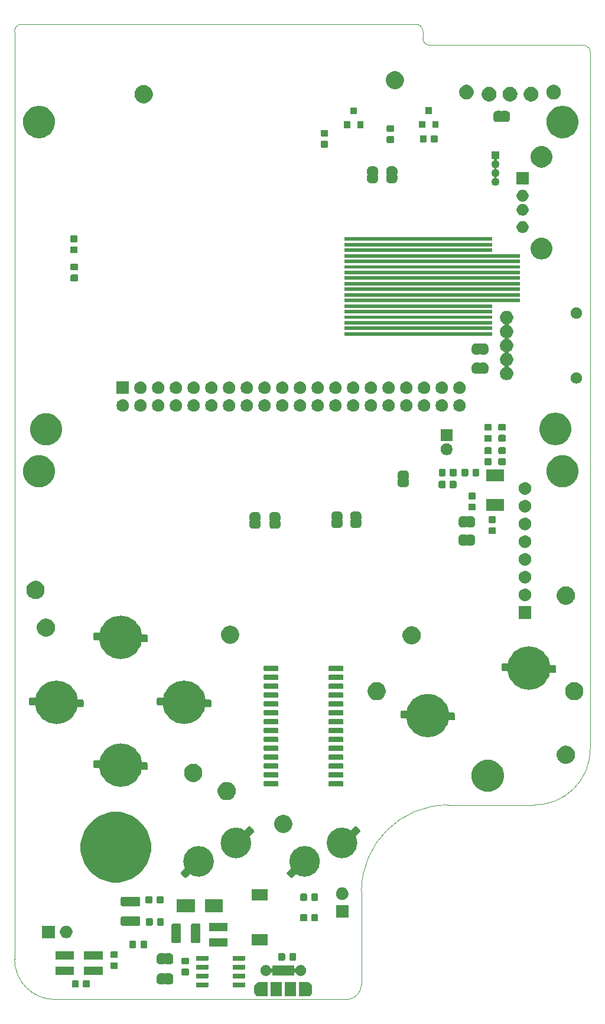
<source format=gbr>
G04 #@! TF.GenerationSoftware,KiCad,Pcbnew,5.1.5*
G04 #@! TF.CreationDate,2020-03-31T00:28:10+02:00*
G04 #@! TF.ProjectId,gameboy-dmg,67616d65-626f-4792-9d64-6d672e6b6963,rev?*
G04 #@! TF.SameCoordinates,PXa6cc320PY5867d60*
G04 #@! TF.FileFunction,Soldermask,Top*
G04 #@! TF.FilePolarity,Negative*
%FSLAX46Y46*%
G04 Gerber Fmt 4.6, Leading zero omitted, Abs format (unit mm)*
G04 Created by KiCad (PCBNEW 5.1.5) date 2020-03-31 00:28:10*
%MOMM*%
%LPD*%
G04 APERTURE LIST*
%ADD10C,0.050000*%
%ADD11C,2.200000*%
%ADD12C,3.100000*%
%ADD13C,0.150000*%
G04 APERTURE END LIST*
D10*
X-36400000Y76600001D02*
G75*
G02X-37400359Y77580241I-11724J988600D01*
G01*
X-38400000Y79599999D02*
G75*
G02X-37399641Y78619759I11724J-988600D01*
G01*
X-37400359Y77580241D02*
X-37399641Y78619759D01*
X-14400359Y76600000D02*
X-36400000Y76600000D01*
X-14400359Y76599999D02*
G75*
G02X-13400000Y75619759I11724J-988600D01*
G01*
X-95899999Y78600000D02*
G75*
G02X-94919759Y79600359I988600J11724D01*
G01*
X-90150000Y-60050000D02*
G75*
G02X-95900000Y-54300000I0J5750000D01*
G01*
X-46200000Y-44600000D02*
X-46200000Y-57900000D01*
X-48028302Y-60050000D02*
X-90150000Y-60050000D01*
X-46200000Y-57900000D02*
G75*
G02X-48028302Y-60050000I-2178302J0D01*
G01*
X-95900000Y78600000D02*
X-95900000Y-54300000D01*
X-38400000Y79600000D02*
X-94919759Y79600359D01*
X-33800000Y-32200000D02*
X-21500030Y-32200000D01*
X-13400000Y-24102438D02*
G75*
G02X-21500030Y-32200000I-8000030J-97562D01*
G01*
X-46200000Y-44600000D02*
G75*
G02X-33800000Y-32200000I12400000J0D01*
G01*
X-13400000Y75619759D02*
X-13400000Y-24100000D01*
D11*
X-68435163Y-40278808D02*
G75*
G03X-68435163Y-40278808I-1100000J0D01*
G01*
X-63085163Y-37638808D02*
G75*
G03X-63085163Y-37638808I-1100000J0D01*
G01*
D12*
X-20650000Y-12600000D02*
G75*
G03X-20650000Y-12600000I-1550000J0D01*
G01*
X-35150000Y-19400000D02*
G75*
G03X-35150000Y-19400000I-1550000J0D01*
G01*
X-79150000Y-26500000D02*
G75*
G03X-79150000Y-26500000I-1550000J0D01*
G01*
X-88350000Y-17500000D02*
G75*
G03X-88350000Y-17500000I-1550000J0D01*
G01*
X-70050000Y-17500000D02*
G75*
G03X-70050000Y-17500000I-1550000J0D01*
G01*
D11*
X-47885163Y-37638808D02*
G75*
G03X-47885163Y-37638808I-1100000J0D01*
G01*
X-53235163Y-40278808D02*
G75*
G03X-53235163Y-40278808I-1100000J0D01*
G01*
D12*
X-79150000Y-8200000D02*
G75*
G03X-79150000Y-8200000I-1550000J0D01*
G01*
D13*
G36*
X-60874138Y-57598398D02*
G01*
X-60861886Y-57599000D01*
X-59649000Y-57599000D01*
X-59649000Y-59601000D01*
X-60861886Y-59601000D01*
X-60874138Y-59601602D01*
X-60900000Y-59604149D01*
X-60925862Y-59601602D01*
X-60938114Y-59601000D01*
X-61011406Y-59601000D01*
X-61028164Y-59592043D01*
X-61039701Y-59587915D01*
X-61124693Y-59562132D01*
X-61150336Y-59554354D01*
X-61263425Y-59493906D01*
X-61362553Y-59412554D01*
X-61443906Y-59313424D01*
X-61504354Y-59200335D01*
X-61514040Y-59168403D01*
X-61541580Y-59077617D01*
X-61551000Y-58981972D01*
X-61551000Y-58218027D01*
X-61541580Y-58122382D01*
X-61504355Y-57999668D01*
X-61479392Y-57952966D01*
X-61443905Y-57886575D01*
X-61362553Y-57787446D01*
X-61263424Y-57706094D01*
X-61150334Y-57645646D01*
X-61150331Y-57645645D01*
X-61039710Y-57612088D01*
X-61017075Y-57602712D01*
X-61011519Y-57599000D01*
X-60938114Y-57599000D01*
X-60925862Y-57598398D01*
X-60900000Y-57595851D01*
X-60874138Y-57598398D01*
G37*
G36*
X-53874138Y-57598398D02*
G01*
X-53861886Y-57599000D01*
X-53788594Y-57599000D01*
X-53771836Y-57607957D01*
X-53760293Y-57612087D01*
X-53649669Y-57645645D01*
X-53649666Y-57645646D01*
X-53536576Y-57706094D01*
X-53437446Y-57787447D01*
X-53356094Y-57886575D01*
X-53295646Y-57999664D01*
X-53285960Y-58031596D01*
X-53258420Y-58122382D01*
X-53249000Y-58218027D01*
X-53249000Y-58981973D01*
X-53258420Y-59077618D01*
X-53285960Y-59168404D01*
X-53295646Y-59200336D01*
X-53356094Y-59313425D01*
X-53437446Y-59412554D01*
X-53536575Y-59493906D01*
X-53649664Y-59554354D01*
X-53675307Y-59562132D01*
X-53760292Y-59587913D01*
X-53782925Y-59597287D01*
X-53788482Y-59601000D01*
X-53861886Y-59601000D01*
X-53874138Y-59601602D01*
X-53900000Y-59604149D01*
X-53925862Y-59601602D01*
X-53938114Y-59601000D01*
X-55151000Y-59601000D01*
X-55151000Y-57599000D01*
X-53938114Y-57599000D01*
X-53925862Y-57598398D01*
X-53900000Y-57595851D01*
X-53874138Y-57598398D01*
G37*
G36*
X-57599000Y-59601000D02*
G01*
X-59201000Y-59601000D01*
X-59201000Y-57599000D01*
X-57599000Y-57599000D01*
X-57599000Y-59601000D01*
G37*
G36*
X-55599000Y-59601000D02*
G01*
X-57201000Y-59601000D01*
X-57201000Y-57599000D01*
X-55599000Y-57599000D01*
X-55599000Y-59601000D01*
G37*
G36*
X-85270409Y-57303085D02*
G01*
X-85236431Y-57313393D01*
X-85205110Y-57330134D01*
X-85177661Y-57352661D01*
X-85155134Y-57380110D01*
X-85138393Y-57411431D01*
X-85128085Y-57445409D01*
X-85124000Y-57486890D01*
X-85124000Y-58163110D01*
X-85128085Y-58204591D01*
X-85138393Y-58238569D01*
X-85155134Y-58269890D01*
X-85177661Y-58297339D01*
X-85205110Y-58319866D01*
X-85236431Y-58336607D01*
X-85270409Y-58346915D01*
X-85311890Y-58351000D01*
X-85913110Y-58351000D01*
X-85954591Y-58346915D01*
X-85988569Y-58336607D01*
X-86019890Y-58319866D01*
X-86047339Y-58297339D01*
X-86069866Y-58269890D01*
X-86086607Y-58238569D01*
X-86096915Y-58204591D01*
X-86101000Y-58163110D01*
X-86101000Y-57486890D01*
X-86096915Y-57445409D01*
X-86086607Y-57411431D01*
X-86069866Y-57380110D01*
X-86047339Y-57352661D01*
X-86019890Y-57330134D01*
X-85988569Y-57313393D01*
X-85954591Y-57303085D01*
X-85913110Y-57299000D01*
X-85311890Y-57299000D01*
X-85270409Y-57303085D01*
G37*
G36*
X-86845409Y-57303085D02*
G01*
X-86811431Y-57313393D01*
X-86780110Y-57330134D01*
X-86752661Y-57352661D01*
X-86730134Y-57380110D01*
X-86713393Y-57411431D01*
X-86703085Y-57445409D01*
X-86699000Y-57486890D01*
X-86699000Y-58163110D01*
X-86703085Y-58204591D01*
X-86713393Y-58238569D01*
X-86730134Y-58269890D01*
X-86752661Y-58297339D01*
X-86780110Y-58319866D01*
X-86811431Y-58336607D01*
X-86845409Y-58346915D01*
X-86886890Y-58351000D01*
X-87488110Y-58351000D01*
X-87529591Y-58346915D01*
X-87563569Y-58336607D01*
X-87594890Y-58319866D01*
X-87622339Y-58297339D01*
X-87644866Y-58269890D01*
X-87661607Y-58238569D01*
X-87671915Y-58204591D01*
X-87676000Y-58163110D01*
X-87676000Y-57486890D01*
X-87671915Y-57445409D01*
X-87661607Y-57411431D01*
X-87644866Y-57380110D01*
X-87622339Y-57352661D01*
X-87594890Y-57330134D01*
X-87563569Y-57313393D01*
X-87529591Y-57303085D01*
X-87488110Y-57299000D01*
X-86886890Y-57299000D01*
X-86845409Y-57303085D01*
G37*
G36*
X-62965072Y-57606764D02*
G01*
X-62943991Y-57613160D01*
X-62924555Y-57623548D01*
X-62907524Y-57637524D01*
X-62893548Y-57654555D01*
X-62883160Y-57673991D01*
X-62876764Y-57695072D01*
X-62874000Y-57723140D01*
X-62874000Y-58186860D01*
X-62876764Y-58214928D01*
X-62883160Y-58236009D01*
X-62893548Y-58255445D01*
X-62907524Y-58272476D01*
X-62924555Y-58286452D01*
X-62943991Y-58296840D01*
X-62965072Y-58303236D01*
X-62993140Y-58306000D01*
X-64506860Y-58306000D01*
X-64534928Y-58303236D01*
X-64556009Y-58296840D01*
X-64575445Y-58286452D01*
X-64592476Y-58272476D01*
X-64606452Y-58255445D01*
X-64616840Y-58236009D01*
X-64623236Y-58214928D01*
X-64626000Y-58186860D01*
X-64626000Y-57723140D01*
X-64623236Y-57695072D01*
X-64616840Y-57673991D01*
X-64606452Y-57654555D01*
X-64592476Y-57637524D01*
X-64575445Y-57623548D01*
X-64556009Y-57613160D01*
X-64534928Y-57606764D01*
X-64506860Y-57604000D01*
X-62993140Y-57604000D01*
X-62965072Y-57606764D01*
G37*
G36*
X-68215072Y-57606764D02*
G01*
X-68193991Y-57613160D01*
X-68174555Y-57623548D01*
X-68157524Y-57637524D01*
X-68143548Y-57654555D01*
X-68133160Y-57673991D01*
X-68126764Y-57695072D01*
X-68124000Y-57723140D01*
X-68124000Y-58186860D01*
X-68126764Y-58214928D01*
X-68133160Y-58236009D01*
X-68143548Y-58255445D01*
X-68157524Y-58272476D01*
X-68174555Y-58286452D01*
X-68193991Y-58296840D01*
X-68215072Y-58303236D01*
X-68243140Y-58306000D01*
X-69756860Y-58306000D01*
X-69784928Y-58303236D01*
X-69806009Y-58296840D01*
X-69825445Y-58286452D01*
X-69842476Y-58272476D01*
X-69856452Y-58255445D01*
X-69866840Y-58236009D01*
X-69873236Y-58214928D01*
X-69876000Y-58186860D01*
X-69876000Y-57723140D01*
X-69873236Y-57695072D01*
X-69866840Y-57673991D01*
X-69856452Y-57654555D01*
X-69842476Y-57637524D01*
X-69825445Y-57623548D01*
X-69806009Y-57613160D01*
X-69784928Y-57606764D01*
X-69756860Y-57604000D01*
X-68243140Y-57604000D01*
X-68215072Y-57606764D01*
G37*
G36*
X-74490001Y-56299737D02*
G01*
X-74480392Y-56302652D01*
X-74471528Y-56307390D01*
X-74463763Y-56313763D01*
X-74453552Y-56326206D01*
X-74446622Y-56336575D01*
X-74429295Y-56353902D01*
X-74408920Y-56367515D01*
X-74386280Y-56376891D01*
X-74362247Y-56381671D01*
X-74337743Y-56381670D01*
X-74313710Y-56376888D01*
X-74291071Y-56367510D01*
X-74270698Y-56353895D01*
X-74253371Y-56336568D01*
X-74246442Y-56326198D01*
X-74236237Y-56313763D01*
X-74228472Y-56307390D01*
X-74219608Y-56302652D01*
X-74209999Y-56299737D01*
X-74193860Y-56298148D01*
X-73706139Y-56298148D01*
X-73687801Y-56299954D01*
X-73675550Y-56300556D01*
X-73657131Y-56300556D01*
X-73634851Y-56302750D01*
X-73550767Y-56319476D01*
X-73529340Y-56325976D01*
X-73450142Y-56358780D01*
X-73444697Y-56361691D01*
X-73444691Y-56361693D01*
X-73435831Y-56366429D01*
X-73435827Y-56366432D01*
X-73430386Y-56369340D01*
X-73359101Y-56416971D01*
X-73341796Y-56431172D01*
X-73281172Y-56491796D01*
X-73266971Y-56509101D01*
X-73219340Y-56580386D01*
X-73216432Y-56585827D01*
X-73216429Y-56585831D01*
X-73211693Y-56594691D01*
X-73211691Y-56594697D01*
X-73208780Y-56600142D01*
X-73175976Y-56679340D01*
X-73169476Y-56700767D01*
X-73152750Y-56784851D01*
X-73150556Y-56807131D01*
X-73150556Y-56825550D01*
X-73149954Y-56837801D01*
X-73148148Y-56856139D01*
X-73148148Y-57343862D01*
X-73149954Y-57362199D01*
X-73150556Y-57374450D01*
X-73150556Y-57392869D01*
X-73152750Y-57415149D01*
X-73169476Y-57499233D01*
X-73175976Y-57520660D01*
X-73208780Y-57599858D01*
X-73211691Y-57605303D01*
X-73211693Y-57605309D01*
X-73216429Y-57614169D01*
X-73216432Y-57614173D01*
X-73219340Y-57619614D01*
X-73266971Y-57690899D01*
X-73281172Y-57708204D01*
X-73341796Y-57768828D01*
X-73359101Y-57783029D01*
X-73430386Y-57830660D01*
X-73435827Y-57833568D01*
X-73435831Y-57833571D01*
X-73444691Y-57838307D01*
X-73444697Y-57838309D01*
X-73450142Y-57841220D01*
X-73529340Y-57874024D01*
X-73550767Y-57880524D01*
X-73634851Y-57897250D01*
X-73657131Y-57899444D01*
X-73675550Y-57899444D01*
X-73687801Y-57900046D01*
X-73706138Y-57901852D01*
X-74193860Y-57901852D01*
X-74209999Y-57900263D01*
X-74219608Y-57897348D01*
X-74228472Y-57892610D01*
X-74236237Y-57886237D01*
X-74246448Y-57873794D01*
X-74253378Y-57863425D01*
X-74270705Y-57846098D01*
X-74291080Y-57832485D01*
X-74313720Y-57823109D01*
X-74337753Y-57818329D01*
X-74362257Y-57818330D01*
X-74386290Y-57823112D01*
X-74408929Y-57832490D01*
X-74429302Y-57846105D01*
X-74446629Y-57863432D01*
X-74453558Y-57873802D01*
X-74463763Y-57886237D01*
X-74471528Y-57892610D01*
X-74480392Y-57897348D01*
X-74490001Y-57900263D01*
X-74506140Y-57901852D01*
X-74993862Y-57901852D01*
X-75012199Y-57900046D01*
X-75024450Y-57899444D01*
X-75042869Y-57899444D01*
X-75065149Y-57897250D01*
X-75149233Y-57880524D01*
X-75170660Y-57874024D01*
X-75249858Y-57841220D01*
X-75255303Y-57838309D01*
X-75255309Y-57838307D01*
X-75264169Y-57833571D01*
X-75264173Y-57833568D01*
X-75269614Y-57830660D01*
X-75340899Y-57783029D01*
X-75358204Y-57768828D01*
X-75418828Y-57708204D01*
X-75433029Y-57690899D01*
X-75480660Y-57619614D01*
X-75483568Y-57614173D01*
X-75483571Y-57614169D01*
X-75488307Y-57605309D01*
X-75488309Y-57605303D01*
X-75491220Y-57599858D01*
X-75524024Y-57520660D01*
X-75530524Y-57499233D01*
X-75547250Y-57415149D01*
X-75549444Y-57392869D01*
X-75549444Y-57374450D01*
X-75550046Y-57362199D01*
X-75551852Y-57343862D01*
X-75551852Y-56856139D01*
X-75550046Y-56837801D01*
X-75549444Y-56825550D01*
X-75549444Y-56807131D01*
X-75547250Y-56784851D01*
X-75530524Y-56700767D01*
X-75524024Y-56679340D01*
X-75491220Y-56600142D01*
X-75488309Y-56594697D01*
X-75488307Y-56594691D01*
X-75483571Y-56585831D01*
X-75483568Y-56585827D01*
X-75480660Y-56580386D01*
X-75433029Y-56509101D01*
X-75418828Y-56491796D01*
X-75358204Y-56431172D01*
X-75340899Y-56416971D01*
X-75269614Y-56369340D01*
X-75264173Y-56366432D01*
X-75264169Y-56366429D01*
X-75255309Y-56361693D01*
X-75255303Y-56361691D01*
X-75249858Y-56358780D01*
X-75170660Y-56325976D01*
X-75149233Y-56319476D01*
X-75065149Y-56302750D01*
X-75042869Y-56300556D01*
X-75024450Y-56300556D01*
X-75012199Y-56299954D01*
X-74993861Y-56298148D01*
X-74506140Y-56298148D01*
X-74490001Y-56299737D01*
G37*
G36*
X-62965072Y-56336764D02*
G01*
X-62943991Y-56343160D01*
X-62924555Y-56353548D01*
X-62907524Y-56367524D01*
X-62893548Y-56384555D01*
X-62883160Y-56403991D01*
X-62876764Y-56425072D01*
X-62874000Y-56453140D01*
X-62874000Y-56916860D01*
X-62876764Y-56944928D01*
X-62883160Y-56966009D01*
X-62893548Y-56985445D01*
X-62907524Y-57002476D01*
X-62924555Y-57016452D01*
X-62943991Y-57026840D01*
X-62965072Y-57033236D01*
X-62993140Y-57036000D01*
X-64506860Y-57036000D01*
X-64534928Y-57033236D01*
X-64556009Y-57026840D01*
X-64575445Y-57016452D01*
X-64592476Y-57002476D01*
X-64606452Y-56985445D01*
X-64616840Y-56966009D01*
X-64623236Y-56944928D01*
X-64626000Y-56916860D01*
X-64626000Y-56453140D01*
X-64623236Y-56425072D01*
X-64616840Y-56403991D01*
X-64606452Y-56384555D01*
X-64592476Y-56367524D01*
X-64575445Y-56353548D01*
X-64556009Y-56343160D01*
X-64534928Y-56336764D01*
X-64506860Y-56334000D01*
X-62993140Y-56334000D01*
X-62965072Y-56336764D01*
G37*
G36*
X-68215072Y-56336764D02*
G01*
X-68193991Y-56343160D01*
X-68174555Y-56353548D01*
X-68157524Y-56367524D01*
X-68143548Y-56384555D01*
X-68133160Y-56403991D01*
X-68126764Y-56425072D01*
X-68124000Y-56453140D01*
X-68124000Y-56916860D01*
X-68126764Y-56944928D01*
X-68133160Y-56966009D01*
X-68143548Y-56985445D01*
X-68157524Y-57002476D01*
X-68174555Y-57016452D01*
X-68193991Y-57026840D01*
X-68215072Y-57033236D01*
X-68243140Y-57036000D01*
X-69756860Y-57036000D01*
X-69784928Y-57033236D01*
X-69806009Y-57026840D01*
X-69825445Y-57016452D01*
X-69842476Y-57002476D01*
X-69856452Y-56985445D01*
X-69866840Y-56966009D01*
X-69873236Y-56944928D01*
X-69876000Y-56916860D01*
X-69876000Y-56453140D01*
X-69873236Y-56425072D01*
X-69866840Y-56403991D01*
X-69856452Y-56384555D01*
X-69842476Y-56367524D01*
X-69825445Y-56353548D01*
X-69806009Y-56343160D01*
X-69784928Y-56336764D01*
X-69756860Y-56334000D01*
X-68243140Y-56334000D01*
X-68215072Y-56336764D01*
G37*
G36*
X-59673652Y-55153820D02*
G01*
X-59673650Y-55153821D01*
X-59673649Y-55153821D01*
X-59532426Y-55212317D01*
X-59532423Y-55212319D01*
X-59405331Y-55297239D01*
X-59297239Y-55405331D01*
X-59262882Y-55456750D01*
X-59212317Y-55532426D01*
X-59191483Y-55582725D01*
X-59179932Y-55604336D01*
X-59164386Y-55623278D01*
X-59145444Y-55638823D01*
X-59123834Y-55650374D01*
X-59100385Y-55657487D01*
X-59075999Y-55659889D01*
X-59051613Y-55657487D01*
X-59028164Y-55650374D01*
X-59006553Y-55638823D01*
X-58987611Y-55623277D01*
X-58972066Y-55604335D01*
X-58960515Y-55582725D01*
X-58953402Y-55559276D01*
X-58951000Y-55534890D01*
X-58951000Y-55174000D01*
X-55849000Y-55174000D01*
X-55849000Y-55534890D01*
X-55846598Y-55559276D01*
X-55839485Y-55582725D01*
X-55827934Y-55604336D01*
X-55812389Y-55623278D01*
X-55793447Y-55638823D01*
X-55771836Y-55650374D01*
X-55748387Y-55657487D01*
X-55724001Y-55659889D01*
X-55699615Y-55657487D01*
X-55676166Y-55650374D01*
X-55654555Y-55638823D01*
X-55635613Y-55623278D01*
X-55620068Y-55604336D01*
X-55608517Y-55582725D01*
X-55587683Y-55532426D01*
X-55537118Y-55456750D01*
X-55502761Y-55405331D01*
X-55394669Y-55297239D01*
X-55267577Y-55212319D01*
X-55267574Y-55212317D01*
X-55126351Y-55153821D01*
X-55126350Y-55153821D01*
X-55126348Y-55153820D01*
X-54976431Y-55124000D01*
X-54823569Y-55124000D01*
X-54673652Y-55153820D01*
X-54673650Y-55153821D01*
X-54673649Y-55153821D01*
X-54532426Y-55212317D01*
X-54532423Y-55212319D01*
X-54405331Y-55297239D01*
X-54297239Y-55405331D01*
X-54262882Y-55456750D01*
X-54212317Y-55532426D01*
X-54159521Y-55659889D01*
X-54153820Y-55673652D01*
X-54137273Y-55756840D01*
X-54124000Y-55823571D01*
X-54124000Y-55976429D01*
X-54153821Y-56126351D01*
X-54212317Y-56267574D01*
X-54212318Y-56267575D01*
X-54212319Y-56267577D01*
X-54297239Y-56394669D01*
X-54405331Y-56502761D01*
X-54472047Y-56547339D01*
X-54532426Y-56587683D01*
X-54673649Y-56646179D01*
X-54673650Y-56646179D01*
X-54673652Y-56646180D01*
X-54823569Y-56676000D01*
X-54976431Y-56676000D01*
X-55126348Y-56646180D01*
X-55126350Y-56646179D01*
X-55126351Y-56646179D01*
X-55267574Y-56587683D01*
X-55327953Y-56547339D01*
X-55394669Y-56502761D01*
X-55502761Y-56394669D01*
X-55566047Y-56299954D01*
X-55587683Y-56267574D01*
X-55608519Y-56217272D01*
X-55620068Y-56195664D01*
X-55635614Y-56176722D01*
X-55654556Y-56161177D01*
X-55676166Y-56149626D01*
X-55699615Y-56142513D01*
X-55724001Y-56140111D01*
X-55748387Y-56142513D01*
X-55771836Y-56149626D01*
X-55793447Y-56161177D01*
X-55812389Y-56176723D01*
X-55827934Y-56195665D01*
X-55839485Y-56217275D01*
X-55846598Y-56240724D01*
X-55849000Y-56265110D01*
X-55849000Y-56626000D01*
X-58951000Y-56626000D01*
X-58951000Y-56265110D01*
X-58953402Y-56240724D01*
X-58960515Y-56217275D01*
X-58972066Y-56195664D01*
X-58987611Y-56176722D01*
X-59006553Y-56161177D01*
X-59028164Y-56149626D01*
X-59051613Y-56142513D01*
X-59075999Y-56140111D01*
X-59100385Y-56142513D01*
X-59123834Y-56149626D01*
X-59145445Y-56161177D01*
X-59164387Y-56176722D01*
X-59179932Y-56195664D01*
X-59191481Y-56217272D01*
X-59212317Y-56267574D01*
X-59233953Y-56299954D01*
X-59297239Y-56394669D01*
X-59405331Y-56502761D01*
X-59472047Y-56547339D01*
X-59532426Y-56587683D01*
X-59673649Y-56646179D01*
X-59673650Y-56646179D01*
X-59673652Y-56646180D01*
X-59823569Y-56676000D01*
X-59976431Y-56676000D01*
X-60126348Y-56646180D01*
X-60126350Y-56646179D01*
X-60126351Y-56646179D01*
X-60267574Y-56587683D01*
X-60327953Y-56547339D01*
X-60394669Y-56502761D01*
X-60502761Y-56394669D01*
X-60587681Y-56267577D01*
X-60587682Y-56267575D01*
X-60587683Y-56267574D01*
X-60646179Y-56126351D01*
X-60676000Y-55976429D01*
X-60676000Y-55823571D01*
X-60662727Y-55756840D01*
X-60646180Y-55673652D01*
X-60640479Y-55659889D01*
X-60587683Y-55532426D01*
X-60537118Y-55456750D01*
X-60502761Y-55405331D01*
X-60394669Y-55297239D01*
X-60267577Y-55212319D01*
X-60267574Y-55212317D01*
X-60126351Y-55153821D01*
X-60126350Y-55153821D01*
X-60126348Y-55153820D01*
X-59976431Y-55124000D01*
X-59823569Y-55124000D01*
X-59673652Y-55153820D01*
G37*
G36*
X-71070409Y-55628085D02*
G01*
X-71036431Y-55638393D01*
X-71005110Y-55655134D01*
X-70977661Y-55677661D01*
X-70955134Y-55705110D01*
X-70938393Y-55736431D01*
X-70928085Y-55770409D01*
X-70924000Y-55811890D01*
X-70924000Y-56413110D01*
X-70928085Y-56454591D01*
X-70938393Y-56488569D01*
X-70955134Y-56519890D01*
X-70977661Y-56547339D01*
X-71005110Y-56569866D01*
X-71036431Y-56586607D01*
X-71070409Y-56596915D01*
X-71111890Y-56601000D01*
X-71788110Y-56601000D01*
X-71829591Y-56596915D01*
X-71863569Y-56586607D01*
X-71894890Y-56569866D01*
X-71922339Y-56547339D01*
X-71944866Y-56519890D01*
X-71961607Y-56488569D01*
X-71971915Y-56454591D01*
X-71976000Y-56413110D01*
X-71976000Y-55811890D01*
X-71971915Y-55770409D01*
X-71961607Y-55736431D01*
X-71944866Y-55705110D01*
X-71922339Y-55677661D01*
X-71894890Y-55655134D01*
X-71863569Y-55638393D01*
X-71829591Y-55628085D01*
X-71788110Y-55624000D01*
X-71111890Y-55624000D01*
X-71070409Y-55628085D01*
G37*
G36*
X-83299000Y-56506000D02*
G01*
X-85951000Y-56506000D01*
X-85951000Y-55344000D01*
X-83299000Y-55344000D01*
X-83299000Y-56506000D01*
G37*
G36*
X-87374000Y-56506000D02*
G01*
X-90026000Y-56506000D01*
X-90026000Y-55344000D01*
X-87374000Y-55344000D01*
X-87374000Y-56506000D01*
G37*
G36*
X-62965072Y-55066764D02*
G01*
X-62943991Y-55073160D01*
X-62924555Y-55083548D01*
X-62907524Y-55097524D01*
X-62893548Y-55114555D01*
X-62883160Y-55133991D01*
X-62876764Y-55155072D01*
X-62874000Y-55183140D01*
X-62874000Y-55646860D01*
X-62876764Y-55674928D01*
X-62883160Y-55696009D01*
X-62893548Y-55715445D01*
X-62907524Y-55732476D01*
X-62924555Y-55746452D01*
X-62943991Y-55756840D01*
X-62965072Y-55763236D01*
X-62993140Y-55766000D01*
X-64506860Y-55766000D01*
X-64534928Y-55763236D01*
X-64556009Y-55756840D01*
X-64575445Y-55746452D01*
X-64592476Y-55732476D01*
X-64606452Y-55715445D01*
X-64616840Y-55696009D01*
X-64623236Y-55674928D01*
X-64626000Y-55646860D01*
X-64626000Y-55183140D01*
X-64623236Y-55155072D01*
X-64616840Y-55133991D01*
X-64606452Y-55114555D01*
X-64592476Y-55097524D01*
X-64575445Y-55083548D01*
X-64556009Y-55073160D01*
X-64534928Y-55066764D01*
X-64506860Y-55064000D01*
X-62993140Y-55064000D01*
X-62965072Y-55066764D01*
G37*
G36*
X-68215072Y-55066764D02*
G01*
X-68193991Y-55073160D01*
X-68174555Y-55083548D01*
X-68157524Y-55097524D01*
X-68143548Y-55114555D01*
X-68133160Y-55133991D01*
X-68126764Y-55155072D01*
X-68124000Y-55183140D01*
X-68124000Y-55646860D01*
X-68126764Y-55674928D01*
X-68133160Y-55696009D01*
X-68143548Y-55715445D01*
X-68157524Y-55732476D01*
X-68174555Y-55746452D01*
X-68193991Y-55756840D01*
X-68215072Y-55763236D01*
X-68243140Y-55766000D01*
X-69756860Y-55766000D01*
X-69784928Y-55763236D01*
X-69806009Y-55756840D01*
X-69825445Y-55746452D01*
X-69842476Y-55732476D01*
X-69856452Y-55715445D01*
X-69866840Y-55696009D01*
X-69873236Y-55674928D01*
X-69876000Y-55646860D01*
X-69876000Y-55183140D01*
X-69873236Y-55155072D01*
X-69866840Y-55133991D01*
X-69856452Y-55114555D01*
X-69842476Y-55097524D01*
X-69825445Y-55083548D01*
X-69806009Y-55073160D01*
X-69784928Y-55066764D01*
X-69756860Y-55064000D01*
X-68243140Y-55064000D01*
X-68215072Y-55066764D01*
G37*
G36*
X-81245409Y-54728085D02*
G01*
X-81211431Y-54738393D01*
X-81180110Y-54755134D01*
X-81152661Y-54777661D01*
X-81130134Y-54805110D01*
X-81113393Y-54836431D01*
X-81103085Y-54870409D01*
X-81099000Y-54911890D01*
X-81099000Y-55513110D01*
X-81103085Y-55554591D01*
X-81113393Y-55588569D01*
X-81130134Y-55619890D01*
X-81152661Y-55647339D01*
X-81180110Y-55669866D01*
X-81211431Y-55686607D01*
X-81245409Y-55696915D01*
X-81286890Y-55701000D01*
X-81963110Y-55701000D01*
X-82004591Y-55696915D01*
X-82038569Y-55686607D01*
X-82069890Y-55669866D01*
X-82097339Y-55647339D01*
X-82119866Y-55619890D01*
X-82136607Y-55588569D01*
X-82146915Y-55554591D01*
X-82151000Y-55513110D01*
X-82151000Y-54911890D01*
X-82146915Y-54870409D01*
X-82136607Y-54836431D01*
X-82119866Y-54805110D01*
X-82097339Y-54777661D01*
X-82069890Y-54755134D01*
X-82038569Y-54738393D01*
X-82004591Y-54728085D01*
X-81963110Y-54724000D01*
X-81286890Y-54724000D01*
X-81245409Y-54728085D01*
G37*
G36*
X-74490001Y-53424737D02*
G01*
X-74480392Y-53427652D01*
X-74471528Y-53432390D01*
X-74463763Y-53438763D01*
X-74453552Y-53451206D01*
X-74446622Y-53461575D01*
X-74429295Y-53478902D01*
X-74408920Y-53492515D01*
X-74386280Y-53501891D01*
X-74362247Y-53506671D01*
X-74337743Y-53506670D01*
X-74313710Y-53501888D01*
X-74291071Y-53492510D01*
X-74270698Y-53478895D01*
X-74253371Y-53461568D01*
X-74246442Y-53451198D01*
X-74236237Y-53438763D01*
X-74228472Y-53432390D01*
X-74219608Y-53427652D01*
X-74209999Y-53424737D01*
X-74193860Y-53423148D01*
X-73706139Y-53423148D01*
X-73687801Y-53424954D01*
X-73675550Y-53425556D01*
X-73657131Y-53425556D01*
X-73634851Y-53427750D01*
X-73550767Y-53444476D01*
X-73529340Y-53450976D01*
X-73450142Y-53483780D01*
X-73444697Y-53486691D01*
X-73444691Y-53486693D01*
X-73435831Y-53491429D01*
X-73435827Y-53491432D01*
X-73430386Y-53494340D01*
X-73359101Y-53541971D01*
X-73341796Y-53556172D01*
X-73281172Y-53616796D01*
X-73266971Y-53634101D01*
X-73219340Y-53705386D01*
X-73216432Y-53710827D01*
X-73216429Y-53710831D01*
X-73211693Y-53719691D01*
X-73211691Y-53719697D01*
X-73208780Y-53725142D01*
X-73175976Y-53804340D01*
X-73169476Y-53825767D01*
X-73152750Y-53909851D01*
X-73150556Y-53932131D01*
X-73150556Y-53950550D01*
X-73149954Y-53962801D01*
X-73148148Y-53981139D01*
X-73148148Y-54468862D01*
X-73149954Y-54487199D01*
X-73150556Y-54499450D01*
X-73150556Y-54517869D01*
X-73152750Y-54540149D01*
X-73169476Y-54624233D01*
X-73175976Y-54645660D01*
X-73208780Y-54724858D01*
X-73211691Y-54730303D01*
X-73211693Y-54730309D01*
X-73216429Y-54739169D01*
X-73216432Y-54739173D01*
X-73219340Y-54744614D01*
X-73266971Y-54815899D01*
X-73281172Y-54833204D01*
X-73341796Y-54893828D01*
X-73359101Y-54908029D01*
X-73430386Y-54955660D01*
X-73435827Y-54958568D01*
X-73435831Y-54958571D01*
X-73444691Y-54963307D01*
X-73444697Y-54963309D01*
X-73450142Y-54966220D01*
X-73529340Y-54999024D01*
X-73550767Y-55005524D01*
X-73634851Y-55022250D01*
X-73657131Y-55024444D01*
X-73675550Y-55024444D01*
X-73687801Y-55025046D01*
X-73706138Y-55026852D01*
X-74193860Y-55026852D01*
X-74209999Y-55025263D01*
X-74219608Y-55022348D01*
X-74228472Y-55017610D01*
X-74236237Y-55011237D01*
X-74246448Y-54998794D01*
X-74253378Y-54988425D01*
X-74270705Y-54971098D01*
X-74291080Y-54957485D01*
X-74313720Y-54948109D01*
X-74337753Y-54943329D01*
X-74362257Y-54943330D01*
X-74386290Y-54948112D01*
X-74408929Y-54957490D01*
X-74429302Y-54971105D01*
X-74446629Y-54988432D01*
X-74453558Y-54998802D01*
X-74463763Y-55011237D01*
X-74471528Y-55017610D01*
X-74480392Y-55022348D01*
X-74490001Y-55025263D01*
X-74506140Y-55026852D01*
X-74993862Y-55026852D01*
X-75012199Y-55025046D01*
X-75024450Y-55024444D01*
X-75042869Y-55024444D01*
X-75065149Y-55022250D01*
X-75149233Y-55005524D01*
X-75170660Y-54999024D01*
X-75249858Y-54966220D01*
X-75255303Y-54963309D01*
X-75255309Y-54963307D01*
X-75264169Y-54958571D01*
X-75264173Y-54958568D01*
X-75269614Y-54955660D01*
X-75340899Y-54908029D01*
X-75358204Y-54893828D01*
X-75418828Y-54833204D01*
X-75433029Y-54815899D01*
X-75480660Y-54744614D01*
X-75483568Y-54739173D01*
X-75483571Y-54739169D01*
X-75488307Y-54730309D01*
X-75488309Y-54730303D01*
X-75491220Y-54724858D01*
X-75524024Y-54645660D01*
X-75530524Y-54624233D01*
X-75547250Y-54540149D01*
X-75549444Y-54517869D01*
X-75549444Y-54499450D01*
X-75550046Y-54487199D01*
X-75551852Y-54468862D01*
X-75551852Y-53981139D01*
X-75550046Y-53962801D01*
X-75549444Y-53950550D01*
X-75549444Y-53932131D01*
X-75547250Y-53909851D01*
X-75530524Y-53825767D01*
X-75524024Y-53804340D01*
X-75491220Y-53725142D01*
X-75488309Y-53719697D01*
X-75488307Y-53719691D01*
X-75483571Y-53710831D01*
X-75483568Y-53710827D01*
X-75480660Y-53705386D01*
X-75433029Y-53634101D01*
X-75418828Y-53616796D01*
X-75358204Y-53556172D01*
X-75340899Y-53541971D01*
X-75269614Y-53494340D01*
X-75264173Y-53491432D01*
X-75264169Y-53491429D01*
X-75255309Y-53486693D01*
X-75255303Y-53486691D01*
X-75249858Y-53483780D01*
X-75170660Y-53450976D01*
X-75149233Y-53444476D01*
X-75065149Y-53427750D01*
X-75042869Y-53425556D01*
X-75024450Y-53425556D01*
X-75012199Y-53424954D01*
X-74993861Y-53423148D01*
X-74506140Y-53423148D01*
X-74490001Y-53424737D01*
G37*
G36*
X-71070409Y-54053085D02*
G01*
X-71036431Y-54063393D01*
X-71005110Y-54080134D01*
X-70977661Y-54102661D01*
X-70955134Y-54130110D01*
X-70938393Y-54161431D01*
X-70928085Y-54195409D01*
X-70924000Y-54236890D01*
X-70924000Y-54838110D01*
X-70928085Y-54879591D01*
X-70938393Y-54913569D01*
X-70955134Y-54944890D01*
X-70977661Y-54972339D01*
X-71005110Y-54994866D01*
X-71036431Y-55011607D01*
X-71070409Y-55021915D01*
X-71111890Y-55026000D01*
X-71788110Y-55026000D01*
X-71829591Y-55021915D01*
X-71863569Y-55011607D01*
X-71894890Y-54994866D01*
X-71922339Y-54972339D01*
X-71944866Y-54944890D01*
X-71961607Y-54913569D01*
X-71971915Y-54879591D01*
X-71976000Y-54838110D01*
X-71976000Y-54236890D01*
X-71971915Y-54195409D01*
X-71961607Y-54161431D01*
X-71944866Y-54130110D01*
X-71922339Y-54102661D01*
X-71894890Y-54080134D01*
X-71863569Y-54063393D01*
X-71829591Y-54053085D01*
X-71788110Y-54049000D01*
X-71111890Y-54049000D01*
X-71070409Y-54053085D01*
G37*
G36*
X-62965072Y-53796764D02*
G01*
X-62943991Y-53803160D01*
X-62924555Y-53813548D01*
X-62907524Y-53827524D01*
X-62893548Y-53844555D01*
X-62883160Y-53863991D01*
X-62876764Y-53885072D01*
X-62874000Y-53913140D01*
X-62874000Y-54376860D01*
X-62876764Y-54404928D01*
X-62883160Y-54426009D01*
X-62893548Y-54445445D01*
X-62907524Y-54462476D01*
X-62924555Y-54476452D01*
X-62943991Y-54486840D01*
X-62965072Y-54493236D01*
X-62993140Y-54496000D01*
X-64506860Y-54496000D01*
X-64534928Y-54493236D01*
X-64556009Y-54486840D01*
X-64575445Y-54476452D01*
X-64592476Y-54462476D01*
X-64606452Y-54445445D01*
X-64616840Y-54426009D01*
X-64623236Y-54404928D01*
X-64626000Y-54376860D01*
X-64626000Y-53913140D01*
X-64623236Y-53885072D01*
X-64616840Y-53863991D01*
X-64606452Y-53844555D01*
X-64592476Y-53827524D01*
X-64575445Y-53813548D01*
X-64556009Y-53803160D01*
X-64534928Y-53796764D01*
X-64506860Y-53794000D01*
X-62993140Y-53794000D01*
X-62965072Y-53796764D01*
G37*
G36*
X-68215072Y-53796764D02*
G01*
X-68193991Y-53803160D01*
X-68174555Y-53813548D01*
X-68157524Y-53827524D01*
X-68143548Y-53844555D01*
X-68133160Y-53863991D01*
X-68126764Y-53885072D01*
X-68124000Y-53913140D01*
X-68124000Y-54376860D01*
X-68126764Y-54404928D01*
X-68133160Y-54426009D01*
X-68143548Y-54445445D01*
X-68157524Y-54462476D01*
X-68174555Y-54476452D01*
X-68193991Y-54486840D01*
X-68215072Y-54493236D01*
X-68243140Y-54496000D01*
X-69756860Y-54496000D01*
X-69784928Y-54493236D01*
X-69806009Y-54486840D01*
X-69825445Y-54476452D01*
X-69842476Y-54462476D01*
X-69856452Y-54445445D01*
X-69866840Y-54426009D01*
X-69873236Y-54404928D01*
X-69876000Y-54376860D01*
X-69876000Y-53913140D01*
X-69873236Y-53885072D01*
X-69866840Y-53863991D01*
X-69856452Y-53844555D01*
X-69842476Y-53827524D01*
X-69825445Y-53813548D01*
X-69806009Y-53803160D01*
X-69784928Y-53796764D01*
X-69756860Y-53794000D01*
X-68243140Y-53794000D01*
X-68215072Y-53796764D01*
G37*
G36*
X-55707909Y-53428085D02*
G01*
X-55673931Y-53438393D01*
X-55642610Y-53455134D01*
X-55615161Y-53477661D01*
X-55592634Y-53505110D01*
X-55575893Y-53536431D01*
X-55565585Y-53570409D01*
X-55561500Y-53611890D01*
X-55561500Y-54288110D01*
X-55565585Y-54329591D01*
X-55575893Y-54363569D01*
X-55592634Y-54394890D01*
X-55615161Y-54422339D01*
X-55642610Y-54444866D01*
X-55673931Y-54461607D01*
X-55707909Y-54471915D01*
X-55749390Y-54476000D01*
X-56350610Y-54476000D01*
X-56392091Y-54471915D01*
X-56426069Y-54461607D01*
X-56457390Y-54444866D01*
X-56484839Y-54422339D01*
X-56507366Y-54394890D01*
X-56524107Y-54363569D01*
X-56534415Y-54329591D01*
X-56538500Y-54288110D01*
X-56538500Y-53611890D01*
X-56534415Y-53570409D01*
X-56524107Y-53536431D01*
X-56507366Y-53505110D01*
X-56484839Y-53477661D01*
X-56457390Y-53455134D01*
X-56426069Y-53438393D01*
X-56392091Y-53428085D01*
X-56350610Y-53424000D01*
X-55749390Y-53424000D01*
X-55707909Y-53428085D01*
G37*
G36*
X-57282909Y-53428085D02*
G01*
X-57248931Y-53438393D01*
X-57217610Y-53455134D01*
X-57190161Y-53477661D01*
X-57167634Y-53505110D01*
X-57150893Y-53536431D01*
X-57140585Y-53570409D01*
X-57136500Y-53611890D01*
X-57136500Y-54288110D01*
X-57140585Y-54329591D01*
X-57150893Y-54363569D01*
X-57167634Y-54394890D01*
X-57190161Y-54422339D01*
X-57217610Y-54444866D01*
X-57248931Y-54461607D01*
X-57282909Y-54471915D01*
X-57324390Y-54476000D01*
X-57925610Y-54476000D01*
X-57967091Y-54471915D01*
X-58001069Y-54461607D01*
X-58032390Y-54444866D01*
X-58059839Y-54422339D01*
X-58082366Y-54394890D01*
X-58099107Y-54363569D01*
X-58109415Y-54329591D01*
X-58113500Y-54288110D01*
X-58113500Y-53611890D01*
X-58109415Y-53570409D01*
X-58099107Y-53536431D01*
X-58082366Y-53505110D01*
X-58059839Y-53477661D01*
X-58032390Y-53455134D01*
X-58001069Y-53438393D01*
X-57967091Y-53428085D01*
X-57925610Y-53424000D01*
X-57324390Y-53424000D01*
X-57282909Y-53428085D01*
G37*
G36*
X-87374000Y-54306000D02*
G01*
X-90026000Y-54306000D01*
X-90026000Y-53144000D01*
X-87374000Y-53144000D01*
X-87374000Y-54306000D01*
G37*
G36*
X-83299000Y-54306000D02*
G01*
X-85951000Y-54306000D01*
X-85951000Y-53144000D01*
X-83299000Y-53144000D01*
X-83299000Y-54306000D01*
G37*
G36*
X-81245409Y-53153085D02*
G01*
X-81211431Y-53163393D01*
X-81180110Y-53180134D01*
X-81152661Y-53202661D01*
X-81130134Y-53230110D01*
X-81113393Y-53261431D01*
X-81103085Y-53295409D01*
X-81099000Y-53336890D01*
X-81099000Y-53938110D01*
X-81103085Y-53979591D01*
X-81113393Y-54013569D01*
X-81130134Y-54044890D01*
X-81152661Y-54072339D01*
X-81180110Y-54094866D01*
X-81211431Y-54111607D01*
X-81245409Y-54121915D01*
X-81286890Y-54126000D01*
X-81963110Y-54126000D01*
X-82004591Y-54121915D01*
X-82038569Y-54111607D01*
X-82069890Y-54094866D01*
X-82097339Y-54072339D01*
X-82119866Y-54044890D01*
X-82136607Y-54013569D01*
X-82146915Y-53979591D01*
X-82151000Y-53938110D01*
X-82151000Y-53336890D01*
X-82146915Y-53295409D01*
X-82136607Y-53261431D01*
X-82119866Y-53230110D01*
X-82097339Y-53202661D01*
X-82069890Y-53180134D01*
X-82038569Y-53163393D01*
X-82004591Y-53153085D01*
X-81963110Y-53149000D01*
X-81286890Y-53149000D01*
X-81245409Y-53153085D01*
G37*
G36*
X-78620409Y-51653085D02*
G01*
X-78586431Y-51663393D01*
X-78555110Y-51680134D01*
X-78527661Y-51702661D01*
X-78505134Y-51730110D01*
X-78488393Y-51761431D01*
X-78478085Y-51795409D01*
X-78474000Y-51836890D01*
X-78474000Y-52513110D01*
X-78478085Y-52554591D01*
X-78488393Y-52588569D01*
X-78505134Y-52619890D01*
X-78527661Y-52647339D01*
X-78555110Y-52669866D01*
X-78586431Y-52686607D01*
X-78620409Y-52696915D01*
X-78661890Y-52701000D01*
X-79263110Y-52701000D01*
X-79304591Y-52696915D01*
X-79338569Y-52686607D01*
X-79369890Y-52669866D01*
X-79397339Y-52647339D01*
X-79419866Y-52619890D01*
X-79436607Y-52588569D01*
X-79446915Y-52554591D01*
X-79451000Y-52513110D01*
X-79451000Y-51836890D01*
X-79446915Y-51795409D01*
X-79436607Y-51761431D01*
X-79419866Y-51730110D01*
X-79397339Y-51702661D01*
X-79369890Y-51680134D01*
X-79338569Y-51663393D01*
X-79304591Y-51653085D01*
X-79263110Y-51649000D01*
X-78661890Y-51649000D01*
X-78620409Y-51653085D01*
G37*
G36*
X-77045409Y-51653085D02*
G01*
X-77011431Y-51663393D01*
X-76980110Y-51680134D01*
X-76952661Y-51702661D01*
X-76930134Y-51730110D01*
X-76913393Y-51761431D01*
X-76903085Y-51795409D01*
X-76899000Y-51836890D01*
X-76899000Y-52513110D01*
X-76903085Y-52554591D01*
X-76913393Y-52588569D01*
X-76930134Y-52619890D01*
X-76952661Y-52647339D01*
X-76980110Y-52669866D01*
X-77011431Y-52686607D01*
X-77045409Y-52696915D01*
X-77086890Y-52701000D01*
X-77688110Y-52701000D01*
X-77729591Y-52696915D01*
X-77763569Y-52686607D01*
X-77794890Y-52669866D01*
X-77822339Y-52647339D01*
X-77844866Y-52619890D01*
X-77861607Y-52588569D01*
X-77871915Y-52554591D01*
X-77876000Y-52513110D01*
X-77876000Y-51836890D01*
X-77871915Y-51795409D01*
X-77861607Y-51761431D01*
X-77844866Y-51730110D01*
X-77822339Y-51702661D01*
X-77794890Y-51680134D01*
X-77763569Y-51663393D01*
X-77729591Y-51653085D01*
X-77688110Y-51649000D01*
X-77086890Y-51649000D01*
X-77045409Y-51653085D01*
G37*
G36*
X-65399000Y-52456000D02*
G01*
X-68051000Y-52456000D01*
X-68051000Y-51294000D01*
X-65399000Y-51294000D01*
X-65399000Y-52456000D01*
G37*
G36*
X-59599000Y-52301000D02*
G01*
X-61901000Y-52301000D01*
X-61901000Y-50699000D01*
X-59599000Y-50699000D01*
X-59599000Y-52301000D01*
G37*
G36*
X-72231396Y-49203347D02*
G01*
X-72194856Y-49214432D01*
X-72161179Y-49232433D01*
X-72131659Y-49256659D01*
X-72107433Y-49286179D01*
X-72089432Y-49319856D01*
X-72078347Y-49356396D01*
X-72074000Y-49400538D01*
X-72074000Y-51749462D01*
X-72078347Y-51793604D01*
X-72089432Y-51830144D01*
X-72107433Y-51863821D01*
X-72131659Y-51893341D01*
X-72161179Y-51917567D01*
X-72194856Y-51935568D01*
X-72231396Y-51946653D01*
X-72275538Y-51951000D01*
X-73224462Y-51951000D01*
X-73268604Y-51946653D01*
X-73305144Y-51935568D01*
X-73338821Y-51917567D01*
X-73368341Y-51893341D01*
X-73392567Y-51863821D01*
X-73410568Y-51830144D01*
X-73421653Y-51793604D01*
X-73426000Y-51749462D01*
X-73426000Y-49400538D01*
X-73421653Y-49356396D01*
X-73410568Y-49319856D01*
X-73392567Y-49286179D01*
X-73368341Y-49256659D01*
X-73338821Y-49232433D01*
X-73305144Y-49214432D01*
X-73268604Y-49203347D01*
X-73224462Y-49199000D01*
X-72275538Y-49199000D01*
X-72231396Y-49203347D01*
G37*
G36*
X-69431396Y-49203347D02*
G01*
X-69394856Y-49214432D01*
X-69361179Y-49232433D01*
X-69331659Y-49256659D01*
X-69307433Y-49286179D01*
X-69289432Y-49319856D01*
X-69278347Y-49356396D01*
X-69274000Y-49400538D01*
X-69274000Y-51749462D01*
X-69278347Y-51793604D01*
X-69289432Y-51830144D01*
X-69307433Y-51863821D01*
X-69331659Y-51893341D01*
X-69361179Y-51917567D01*
X-69394856Y-51935568D01*
X-69431396Y-51946653D01*
X-69475538Y-51951000D01*
X-70424462Y-51951000D01*
X-70468604Y-51946653D01*
X-70505144Y-51935568D01*
X-70538821Y-51917567D01*
X-70568341Y-51893341D01*
X-70592567Y-51863821D01*
X-70610568Y-51830144D01*
X-70621653Y-51793604D01*
X-70626000Y-51749462D01*
X-70626000Y-49400538D01*
X-70621653Y-49356396D01*
X-70610568Y-49319856D01*
X-70592567Y-49286179D01*
X-70568341Y-49256659D01*
X-70538821Y-49232433D01*
X-70505144Y-49214432D01*
X-70468604Y-49203347D01*
X-70424462Y-49199000D01*
X-69475538Y-49199000D01*
X-69431396Y-49203347D01*
G37*
G36*
X-90149000Y-51276000D02*
G01*
X-91951000Y-51276000D01*
X-91951000Y-49474000D01*
X-90149000Y-49474000D01*
X-90149000Y-51276000D01*
G37*
G36*
X-88396488Y-49478927D02*
G01*
X-88247188Y-49508624D01*
X-88083216Y-49576544D01*
X-87935646Y-49675147D01*
X-87810147Y-49800646D01*
X-87711544Y-49948216D01*
X-87643624Y-50112188D01*
X-87609000Y-50286259D01*
X-87609000Y-50463741D01*
X-87643624Y-50637812D01*
X-87711544Y-50801784D01*
X-87810147Y-50949354D01*
X-87935646Y-51074853D01*
X-88083216Y-51173456D01*
X-88247188Y-51241376D01*
X-88396488Y-51271073D01*
X-88421258Y-51276000D01*
X-88598742Y-51276000D01*
X-88623512Y-51271073D01*
X-88772812Y-51241376D01*
X-88936784Y-51173456D01*
X-89084354Y-51074853D01*
X-89209853Y-50949354D01*
X-89308456Y-50801784D01*
X-89376376Y-50637812D01*
X-89411000Y-50463741D01*
X-89411000Y-50286259D01*
X-89376376Y-50112188D01*
X-89308456Y-49948216D01*
X-89209853Y-49800646D01*
X-89084354Y-49675147D01*
X-88936784Y-49576544D01*
X-88772812Y-49508624D01*
X-88623512Y-49478927D01*
X-88598742Y-49474000D01*
X-88421258Y-49474000D01*
X-88396488Y-49478927D01*
G37*
G36*
X-65399000Y-50256000D02*
G01*
X-68051000Y-50256000D01*
X-68051000Y-49094000D01*
X-65399000Y-49094000D01*
X-65399000Y-50256000D01*
G37*
G36*
X-78081396Y-48153347D02*
G01*
X-78044856Y-48164432D01*
X-78011179Y-48182433D01*
X-77981659Y-48206659D01*
X-77957433Y-48236179D01*
X-77939432Y-48269856D01*
X-77928347Y-48306396D01*
X-77924000Y-48350538D01*
X-77924000Y-49299462D01*
X-77928347Y-49343604D01*
X-77939432Y-49380144D01*
X-77957433Y-49413821D01*
X-77981659Y-49443341D01*
X-78011179Y-49467567D01*
X-78044856Y-49485568D01*
X-78081396Y-49496653D01*
X-78125538Y-49501000D01*
X-80474462Y-49501000D01*
X-80518604Y-49496653D01*
X-80555144Y-49485568D01*
X-80588821Y-49467567D01*
X-80618341Y-49443341D01*
X-80642567Y-49413821D01*
X-80660568Y-49380144D01*
X-80671653Y-49343604D01*
X-80676000Y-49299462D01*
X-80676000Y-48350538D01*
X-80671653Y-48306396D01*
X-80660568Y-48269856D01*
X-80642567Y-48236179D01*
X-80618341Y-48206659D01*
X-80588821Y-48182433D01*
X-80555144Y-48164432D01*
X-80518604Y-48153347D01*
X-80474462Y-48149000D01*
X-78125538Y-48149000D01*
X-78081396Y-48153347D01*
G37*
G36*
X-76245409Y-48428085D02*
G01*
X-76211431Y-48438393D01*
X-76180110Y-48455134D01*
X-76152661Y-48477661D01*
X-76130134Y-48505110D01*
X-76113393Y-48536431D01*
X-76103085Y-48570409D01*
X-76099000Y-48611890D01*
X-76099000Y-49288110D01*
X-76103085Y-49329591D01*
X-76113393Y-49363569D01*
X-76130134Y-49394890D01*
X-76152661Y-49422339D01*
X-76180110Y-49444866D01*
X-76211431Y-49461607D01*
X-76245409Y-49471915D01*
X-76286890Y-49476000D01*
X-76888110Y-49476000D01*
X-76929591Y-49471915D01*
X-76963569Y-49461607D01*
X-76994890Y-49444866D01*
X-77022339Y-49422339D01*
X-77044866Y-49394890D01*
X-77061607Y-49363569D01*
X-77071915Y-49329591D01*
X-77076000Y-49288110D01*
X-77076000Y-48611890D01*
X-77071915Y-48570409D01*
X-77061607Y-48536431D01*
X-77044866Y-48505110D01*
X-77022339Y-48477661D01*
X-76994890Y-48455134D01*
X-76963569Y-48438393D01*
X-76929591Y-48428085D01*
X-76888110Y-48424000D01*
X-76286890Y-48424000D01*
X-76245409Y-48428085D01*
G37*
G36*
X-74670409Y-48428085D02*
G01*
X-74636431Y-48438393D01*
X-74605110Y-48455134D01*
X-74577661Y-48477661D01*
X-74555134Y-48505110D01*
X-74538393Y-48536431D01*
X-74528085Y-48570409D01*
X-74524000Y-48611890D01*
X-74524000Y-49288110D01*
X-74528085Y-49329591D01*
X-74538393Y-49363569D01*
X-74555134Y-49394890D01*
X-74577661Y-49422339D01*
X-74605110Y-49444866D01*
X-74636431Y-49461607D01*
X-74670409Y-49471915D01*
X-74711890Y-49476000D01*
X-75313110Y-49476000D01*
X-75354591Y-49471915D01*
X-75388569Y-49461607D01*
X-75419890Y-49444866D01*
X-75447339Y-49422339D01*
X-75469866Y-49394890D01*
X-75486607Y-49363569D01*
X-75496915Y-49329591D01*
X-75501000Y-49288110D01*
X-75501000Y-48611890D01*
X-75496915Y-48570409D01*
X-75486607Y-48536431D01*
X-75469866Y-48505110D01*
X-75447339Y-48477661D01*
X-75419890Y-48455134D01*
X-75388569Y-48438393D01*
X-75354591Y-48428085D01*
X-75313110Y-48424000D01*
X-74711890Y-48424000D01*
X-74670409Y-48428085D01*
G37*
G36*
X-54132909Y-47828085D02*
G01*
X-54098931Y-47838393D01*
X-54067610Y-47855134D01*
X-54040161Y-47877661D01*
X-54017634Y-47905110D01*
X-54000893Y-47936431D01*
X-53990585Y-47970409D01*
X-53986500Y-48011890D01*
X-53986500Y-48688110D01*
X-53990585Y-48729591D01*
X-54000893Y-48763569D01*
X-54017634Y-48794890D01*
X-54040161Y-48822339D01*
X-54067610Y-48844866D01*
X-54098931Y-48861607D01*
X-54132909Y-48871915D01*
X-54174390Y-48876000D01*
X-54775610Y-48876000D01*
X-54817091Y-48871915D01*
X-54851069Y-48861607D01*
X-54882390Y-48844866D01*
X-54909839Y-48822339D01*
X-54932366Y-48794890D01*
X-54949107Y-48763569D01*
X-54959415Y-48729591D01*
X-54963500Y-48688110D01*
X-54963500Y-48011890D01*
X-54959415Y-47970409D01*
X-54949107Y-47936431D01*
X-54932366Y-47905110D01*
X-54909839Y-47877661D01*
X-54882390Y-47855134D01*
X-54851069Y-47838393D01*
X-54817091Y-47828085D01*
X-54775610Y-47824000D01*
X-54174390Y-47824000D01*
X-54132909Y-47828085D01*
G37*
G36*
X-52557909Y-47828085D02*
G01*
X-52523931Y-47838393D01*
X-52492610Y-47855134D01*
X-52465161Y-47877661D01*
X-52442634Y-47905110D01*
X-52425893Y-47936431D01*
X-52415585Y-47970409D01*
X-52411500Y-48011890D01*
X-52411500Y-48688110D01*
X-52415585Y-48729591D01*
X-52425893Y-48763569D01*
X-52442634Y-48794890D01*
X-52465161Y-48822339D01*
X-52492610Y-48844866D01*
X-52523931Y-48861607D01*
X-52557909Y-48871915D01*
X-52599390Y-48876000D01*
X-53200610Y-48876000D01*
X-53242091Y-48871915D01*
X-53276069Y-48861607D01*
X-53307390Y-48844866D01*
X-53334839Y-48822339D01*
X-53357366Y-48794890D01*
X-53374107Y-48763569D01*
X-53384415Y-48729591D01*
X-53388500Y-48688110D01*
X-53388500Y-48011890D01*
X-53384415Y-47970409D01*
X-53374107Y-47936431D01*
X-53357366Y-47905110D01*
X-53334839Y-47877661D01*
X-53307390Y-47855134D01*
X-53276069Y-47838393D01*
X-53242091Y-47828085D01*
X-53200610Y-47824000D01*
X-52599390Y-47824000D01*
X-52557909Y-47828085D01*
G37*
G36*
X-48049000Y-48351000D02*
G01*
X-49851000Y-48351000D01*
X-49851000Y-46549000D01*
X-48049000Y-46549000D01*
X-48049000Y-48351000D01*
G37*
G36*
X-66049000Y-47576000D02*
G01*
X-68651000Y-47576000D01*
X-68651000Y-45674000D01*
X-66049000Y-45674000D01*
X-66049000Y-47576000D01*
G37*
G36*
X-70049000Y-47576000D02*
G01*
X-72651000Y-47576000D01*
X-72651000Y-45674000D01*
X-70049000Y-45674000D01*
X-70049000Y-47576000D01*
G37*
G36*
X-78081396Y-45353347D02*
G01*
X-78044856Y-45364432D01*
X-78011179Y-45382433D01*
X-77981659Y-45406659D01*
X-77957433Y-45436179D01*
X-77939432Y-45469856D01*
X-77928347Y-45506396D01*
X-77924000Y-45550538D01*
X-77924000Y-46499462D01*
X-77928347Y-46543604D01*
X-77939432Y-46580144D01*
X-77957433Y-46613821D01*
X-77981659Y-46643341D01*
X-78011179Y-46667567D01*
X-78044856Y-46685568D01*
X-78081396Y-46696653D01*
X-78125538Y-46701000D01*
X-80474462Y-46701000D01*
X-80518604Y-46696653D01*
X-80555144Y-46685568D01*
X-80588821Y-46667567D01*
X-80618341Y-46643341D01*
X-80642567Y-46613821D01*
X-80660568Y-46580144D01*
X-80671653Y-46543604D01*
X-80676000Y-46499462D01*
X-80676000Y-45550538D01*
X-80671653Y-45506396D01*
X-80660568Y-45469856D01*
X-80642567Y-45436179D01*
X-80618341Y-45406659D01*
X-80588821Y-45382433D01*
X-80555144Y-45364432D01*
X-80518604Y-45353347D01*
X-80474462Y-45349000D01*
X-78125538Y-45349000D01*
X-78081396Y-45353347D01*
G37*
G36*
X-76295409Y-45253085D02*
G01*
X-76261431Y-45263393D01*
X-76230110Y-45280134D01*
X-76202661Y-45302661D01*
X-76180134Y-45330110D01*
X-76163393Y-45361431D01*
X-76153085Y-45395409D01*
X-76149000Y-45436890D01*
X-76149000Y-46113110D01*
X-76153085Y-46154591D01*
X-76163393Y-46188569D01*
X-76180134Y-46219890D01*
X-76202661Y-46247339D01*
X-76230110Y-46269866D01*
X-76261431Y-46286607D01*
X-76295409Y-46296915D01*
X-76336890Y-46301000D01*
X-76938110Y-46301000D01*
X-76979591Y-46296915D01*
X-77013569Y-46286607D01*
X-77044890Y-46269866D01*
X-77072339Y-46247339D01*
X-77094866Y-46219890D01*
X-77111607Y-46188569D01*
X-77121915Y-46154591D01*
X-77126000Y-46113110D01*
X-77126000Y-45436890D01*
X-77121915Y-45395409D01*
X-77111607Y-45361431D01*
X-77094866Y-45330110D01*
X-77072339Y-45302661D01*
X-77044890Y-45280134D01*
X-77013569Y-45263393D01*
X-76979591Y-45253085D01*
X-76938110Y-45249000D01*
X-76336890Y-45249000D01*
X-76295409Y-45253085D01*
G37*
G36*
X-74720409Y-45253085D02*
G01*
X-74686431Y-45263393D01*
X-74655110Y-45280134D01*
X-74627661Y-45302661D01*
X-74605134Y-45330110D01*
X-74588393Y-45361431D01*
X-74578085Y-45395409D01*
X-74574000Y-45436890D01*
X-74574000Y-46113110D01*
X-74578085Y-46154591D01*
X-74588393Y-46188569D01*
X-74605134Y-46219890D01*
X-74627661Y-46247339D01*
X-74655110Y-46269866D01*
X-74686431Y-46286607D01*
X-74720409Y-46296915D01*
X-74761890Y-46301000D01*
X-75363110Y-46301000D01*
X-75404591Y-46296915D01*
X-75438569Y-46286607D01*
X-75469890Y-46269866D01*
X-75497339Y-46247339D01*
X-75519866Y-46219890D01*
X-75536607Y-46188569D01*
X-75546915Y-46154591D01*
X-75551000Y-46113110D01*
X-75551000Y-45436890D01*
X-75546915Y-45395409D01*
X-75536607Y-45361431D01*
X-75519866Y-45330110D01*
X-75497339Y-45302661D01*
X-75469890Y-45280134D01*
X-75438569Y-45263393D01*
X-75404591Y-45253085D01*
X-75363110Y-45249000D01*
X-74761890Y-45249000D01*
X-74720409Y-45253085D01*
G37*
G36*
X-52557909Y-44878085D02*
G01*
X-52523931Y-44888393D01*
X-52492610Y-44905134D01*
X-52465161Y-44927661D01*
X-52442634Y-44955110D01*
X-52425893Y-44986431D01*
X-52415585Y-45020409D01*
X-52411500Y-45061890D01*
X-52411500Y-45738110D01*
X-52415585Y-45779591D01*
X-52425893Y-45813569D01*
X-52442634Y-45844890D01*
X-52465161Y-45872339D01*
X-52492610Y-45894866D01*
X-52523931Y-45911607D01*
X-52557909Y-45921915D01*
X-52599390Y-45926000D01*
X-53200610Y-45926000D01*
X-53242091Y-45921915D01*
X-53276069Y-45911607D01*
X-53307390Y-45894866D01*
X-53334839Y-45872339D01*
X-53357366Y-45844890D01*
X-53374107Y-45813569D01*
X-53384415Y-45779591D01*
X-53388500Y-45738110D01*
X-53388500Y-45061890D01*
X-53384415Y-45020409D01*
X-53374107Y-44986431D01*
X-53357366Y-44955110D01*
X-53334839Y-44927661D01*
X-53307390Y-44905134D01*
X-53276069Y-44888393D01*
X-53242091Y-44878085D01*
X-53200610Y-44874000D01*
X-52599390Y-44874000D01*
X-52557909Y-44878085D01*
G37*
G36*
X-54132909Y-44878085D02*
G01*
X-54098931Y-44888393D01*
X-54067610Y-44905134D01*
X-54040161Y-44927661D01*
X-54017634Y-44955110D01*
X-54000893Y-44986431D01*
X-53990585Y-45020409D01*
X-53986500Y-45061890D01*
X-53986500Y-45738110D01*
X-53990585Y-45779591D01*
X-54000893Y-45813569D01*
X-54017634Y-45844890D01*
X-54040161Y-45872339D01*
X-54067610Y-45894866D01*
X-54098931Y-45911607D01*
X-54132909Y-45921915D01*
X-54174390Y-45926000D01*
X-54775610Y-45926000D01*
X-54817091Y-45921915D01*
X-54851069Y-45911607D01*
X-54882390Y-45894866D01*
X-54909839Y-45872339D01*
X-54932366Y-45844890D01*
X-54949107Y-45813569D01*
X-54959415Y-45779591D01*
X-54963500Y-45738110D01*
X-54963500Y-45061890D01*
X-54959415Y-45020409D01*
X-54949107Y-44986431D01*
X-54932366Y-44955110D01*
X-54909839Y-44927661D01*
X-54882390Y-44905134D01*
X-54851069Y-44888393D01*
X-54817091Y-44878085D01*
X-54775610Y-44874000D01*
X-54174390Y-44874000D01*
X-54132909Y-44878085D01*
G37*
G36*
X-59599000Y-45901000D02*
G01*
X-61901000Y-45901000D01*
X-61901000Y-44299000D01*
X-59599000Y-44299000D01*
X-59599000Y-45901000D01*
G37*
G36*
X-48836488Y-44013927D02*
G01*
X-48687188Y-44043624D01*
X-48523216Y-44111544D01*
X-48375646Y-44210147D01*
X-48250147Y-44335646D01*
X-48151544Y-44483216D01*
X-48083624Y-44647188D01*
X-48049000Y-44821259D01*
X-48049000Y-44998741D01*
X-48083624Y-45172812D01*
X-48151544Y-45336784D01*
X-48250147Y-45484354D01*
X-48375646Y-45609853D01*
X-48523216Y-45708456D01*
X-48687188Y-45776376D01*
X-48836488Y-45806073D01*
X-48861258Y-45811000D01*
X-49038742Y-45811000D01*
X-49063512Y-45806073D01*
X-49212812Y-45776376D01*
X-49376784Y-45708456D01*
X-49524354Y-45609853D01*
X-49649853Y-45484354D01*
X-49748456Y-45336784D01*
X-49816376Y-45172812D01*
X-49851000Y-44998741D01*
X-49851000Y-44821259D01*
X-49816376Y-44647188D01*
X-49748456Y-44483216D01*
X-49649853Y-44335646D01*
X-49524354Y-44210147D01*
X-49376784Y-44111544D01*
X-49212812Y-44043624D01*
X-49063512Y-44013927D01*
X-49038742Y-44009000D01*
X-48861258Y-44009000D01*
X-48836488Y-44013927D01*
G37*
G36*
X-80414599Y-33296053D02*
G01*
X-79926678Y-33393107D01*
X-79007454Y-33773862D01*
X-78180175Y-34326632D01*
X-77476632Y-35030175D01*
X-76923862Y-35857454D01*
X-76543107Y-36776678D01*
X-76349000Y-37752520D01*
X-76349000Y-38747480D01*
X-76543107Y-39723322D01*
X-76923862Y-40642546D01*
X-77476632Y-41469825D01*
X-78180175Y-42173368D01*
X-79007454Y-42726138D01*
X-79926678Y-43106893D01*
X-80414599Y-43203946D01*
X-80902519Y-43301000D01*
X-81897481Y-43301000D01*
X-82385401Y-43203946D01*
X-82873322Y-43106893D01*
X-83792546Y-42726138D01*
X-84619825Y-42173368D01*
X-85323368Y-41469825D01*
X-85876138Y-40642546D01*
X-86256893Y-39723322D01*
X-86451000Y-38747480D01*
X-86451000Y-37752520D01*
X-86256893Y-36776678D01*
X-85876138Y-35857454D01*
X-85323368Y-35030175D01*
X-84619825Y-34326632D01*
X-83792546Y-33773862D01*
X-82873322Y-33393107D01*
X-82385401Y-33296053D01*
X-81897481Y-33199000D01*
X-80902519Y-33199000D01*
X-80414599Y-33296053D01*
G37*
G36*
X-71368566Y-41263682D02*
G01*
X-71328716Y-41275770D01*
X-71292001Y-41295395D01*
X-71255050Y-41325720D01*
X-71215203Y-41365567D01*
X-71215192Y-41365576D01*
X-70825576Y-41755192D01*
X-70825567Y-41755203D01*
X-70785720Y-41795050D01*
X-70755395Y-41832001D01*
X-70735770Y-41868716D01*
X-70723682Y-41908566D01*
X-70719601Y-41950000D01*
X-70723682Y-41991434D01*
X-70735770Y-42031284D01*
X-70755395Y-42067999D01*
X-70785720Y-42104950D01*
X-70825567Y-42144797D01*
X-70825576Y-42144808D01*
X-71215192Y-42534424D01*
X-71215203Y-42534433D01*
X-71255050Y-42574280D01*
X-71292001Y-42604605D01*
X-71328716Y-42624230D01*
X-71368566Y-42636318D01*
X-71410000Y-42640399D01*
X-71451434Y-42636318D01*
X-71491284Y-42624230D01*
X-71527999Y-42604605D01*
X-71564950Y-42574280D01*
X-71604797Y-42534433D01*
X-71604808Y-42534424D01*
X-71994424Y-42144808D01*
X-71994433Y-42144797D01*
X-72034280Y-42104950D01*
X-72064605Y-42067999D01*
X-72084230Y-42031284D01*
X-72096318Y-41991434D01*
X-72100399Y-41950000D01*
X-72096318Y-41908566D01*
X-72084230Y-41868716D01*
X-72064605Y-41832001D01*
X-72034280Y-41795050D01*
X-71994433Y-41755203D01*
X-71994424Y-41755192D01*
X-71604808Y-41365576D01*
X-71604797Y-41365567D01*
X-71564950Y-41325720D01*
X-71527999Y-41295395D01*
X-71491284Y-41275770D01*
X-71451434Y-41263682D01*
X-71410000Y-41259601D01*
X-71368566Y-41263682D01*
G37*
G36*
X-56168566Y-41263682D02*
G01*
X-56128716Y-41275770D01*
X-56092001Y-41295395D01*
X-56055050Y-41325720D01*
X-56015203Y-41365567D01*
X-56015192Y-41365576D01*
X-55625576Y-41755192D01*
X-55625567Y-41755203D01*
X-55585720Y-41795050D01*
X-55555395Y-41832001D01*
X-55535770Y-41868716D01*
X-55523682Y-41908566D01*
X-55519601Y-41950000D01*
X-55523682Y-41991434D01*
X-55535770Y-42031284D01*
X-55555395Y-42067999D01*
X-55585720Y-42104950D01*
X-55625567Y-42144797D01*
X-55625576Y-42144808D01*
X-56015192Y-42534424D01*
X-56015203Y-42534433D01*
X-56055050Y-42574280D01*
X-56092001Y-42604605D01*
X-56128716Y-42624230D01*
X-56168566Y-42636318D01*
X-56210000Y-42640399D01*
X-56251434Y-42636318D01*
X-56291284Y-42624230D01*
X-56327999Y-42604605D01*
X-56364950Y-42574280D01*
X-56404797Y-42534433D01*
X-56404808Y-42534424D01*
X-56794424Y-42144808D01*
X-56794433Y-42144797D01*
X-56834280Y-42104950D01*
X-56864605Y-42067999D01*
X-56884230Y-42031284D01*
X-56896318Y-41991434D01*
X-56900399Y-41950000D01*
X-56896318Y-41908566D01*
X-56884230Y-41868716D01*
X-56864605Y-41832001D01*
X-56834280Y-41795050D01*
X-56794433Y-41755203D01*
X-56794424Y-41755192D01*
X-56404808Y-41365576D01*
X-56404797Y-41365567D01*
X-56364950Y-41325720D01*
X-56327999Y-41295395D01*
X-56291284Y-41275770D01*
X-56251434Y-41263682D01*
X-56210000Y-41259601D01*
X-56168566Y-41263682D01*
G37*
G36*
X-46998566Y-35243682D02*
G01*
X-46958716Y-35255770D01*
X-46922001Y-35275395D01*
X-46885050Y-35305720D01*
X-46845203Y-35345567D01*
X-46845192Y-35345576D01*
X-46455576Y-35735192D01*
X-46455567Y-35735203D01*
X-46415720Y-35775050D01*
X-46385395Y-35812001D01*
X-46365770Y-35848716D01*
X-46353682Y-35888566D01*
X-46349601Y-35930000D01*
X-46353682Y-35971434D01*
X-46365770Y-36011284D01*
X-46385395Y-36047999D01*
X-46415720Y-36084950D01*
X-46455567Y-36124797D01*
X-46455576Y-36124808D01*
X-46845192Y-36514424D01*
X-46845203Y-36514433D01*
X-46885050Y-36554280D01*
X-46922001Y-36584605D01*
X-46958716Y-36604230D01*
X-46998566Y-36616318D01*
X-47040000Y-36620399D01*
X-47081434Y-36616318D01*
X-47121284Y-36604230D01*
X-47157999Y-36584605D01*
X-47194950Y-36554280D01*
X-47234797Y-36514433D01*
X-47234808Y-36514424D01*
X-47624424Y-36124808D01*
X-47624433Y-36124797D01*
X-47664280Y-36084950D01*
X-47694605Y-36047999D01*
X-47714230Y-36011284D01*
X-47726318Y-35971434D01*
X-47730399Y-35930000D01*
X-47726318Y-35888566D01*
X-47714230Y-35848716D01*
X-47694605Y-35812001D01*
X-47664280Y-35775050D01*
X-47624433Y-35735203D01*
X-47624424Y-35735192D01*
X-47234808Y-35345576D01*
X-47234797Y-35345567D01*
X-47194950Y-35305720D01*
X-47157999Y-35275395D01*
X-47121284Y-35255770D01*
X-47081434Y-35243682D01*
X-47040000Y-35239601D01*
X-46998566Y-35243682D01*
G37*
G36*
X-62198566Y-35243682D02*
G01*
X-62158716Y-35255770D01*
X-62122001Y-35275395D01*
X-62085050Y-35305720D01*
X-62045203Y-35345567D01*
X-62045192Y-35345576D01*
X-61655576Y-35735192D01*
X-61655567Y-35735203D01*
X-61615720Y-35775050D01*
X-61585395Y-35812001D01*
X-61565770Y-35848716D01*
X-61553682Y-35888566D01*
X-61549601Y-35930000D01*
X-61553682Y-35971434D01*
X-61565770Y-36011284D01*
X-61585395Y-36047999D01*
X-61615720Y-36084950D01*
X-61655567Y-36124797D01*
X-61655576Y-36124808D01*
X-62045192Y-36514424D01*
X-62045203Y-36514433D01*
X-62085050Y-36554280D01*
X-62122001Y-36584605D01*
X-62158716Y-36604230D01*
X-62198566Y-36616318D01*
X-62240000Y-36620399D01*
X-62281434Y-36616318D01*
X-62321284Y-36604230D01*
X-62357999Y-36584605D01*
X-62394950Y-36554280D01*
X-62434797Y-36514433D01*
X-62434808Y-36514424D01*
X-62824424Y-36124808D01*
X-62824433Y-36124797D01*
X-62864280Y-36084950D01*
X-62894605Y-36047999D01*
X-62914230Y-36011284D01*
X-62926318Y-35971434D01*
X-62930399Y-35930000D01*
X-62926318Y-35888566D01*
X-62914230Y-35848716D01*
X-62894605Y-35812001D01*
X-62864280Y-35775050D01*
X-62824433Y-35735203D01*
X-62824424Y-35735192D01*
X-62434808Y-35345576D01*
X-62434797Y-35345567D01*
X-62394950Y-35305720D01*
X-62357999Y-35275395D01*
X-62321284Y-35255770D01*
X-62281434Y-35243682D01*
X-62240000Y-35239601D01*
X-62198566Y-35243682D01*
G37*
G36*
X-57020513Y-33648996D02*
G01*
X-56783747Y-33747068D01*
X-56783745Y-33747069D01*
X-56570661Y-33889447D01*
X-56389447Y-34070661D01*
X-56247068Y-34283747D01*
X-56148996Y-34520513D01*
X-56099000Y-34771861D01*
X-56099000Y-35028139D01*
X-56148996Y-35279487D01*
X-56247068Y-35516253D01*
X-56247069Y-35516255D01*
X-56389447Y-35729339D01*
X-56570661Y-35910553D01*
X-56783745Y-36052931D01*
X-56783746Y-36052932D01*
X-56783747Y-36052932D01*
X-57020513Y-36151004D01*
X-57271861Y-36201000D01*
X-57528139Y-36201000D01*
X-57779487Y-36151004D01*
X-58016253Y-36052932D01*
X-58016254Y-36052932D01*
X-58016255Y-36052931D01*
X-58229339Y-35910553D01*
X-58410553Y-35729339D01*
X-58552931Y-35516255D01*
X-58552932Y-35516253D01*
X-58651004Y-35279487D01*
X-58701000Y-35028139D01*
X-58701000Y-34771861D01*
X-58651004Y-34520513D01*
X-58552932Y-34283747D01*
X-58410553Y-34070661D01*
X-58229339Y-33889447D01*
X-58016255Y-33747069D01*
X-58016253Y-33747068D01*
X-57779487Y-33648996D01*
X-57528139Y-33599000D01*
X-57271861Y-33599000D01*
X-57020513Y-33648996D01*
G37*
G36*
X-65120513Y-28948996D02*
G01*
X-64883747Y-29047068D01*
X-64883745Y-29047069D01*
X-64670661Y-29189447D01*
X-64489447Y-29370661D01*
X-64399016Y-29506000D01*
X-64347068Y-29583747D01*
X-64248996Y-29820513D01*
X-64199000Y-30071861D01*
X-64199000Y-30328139D01*
X-64248996Y-30579487D01*
X-64347068Y-30816253D01*
X-64347069Y-30816255D01*
X-64489447Y-31029339D01*
X-64670661Y-31210553D01*
X-64883745Y-31352931D01*
X-64883746Y-31352932D01*
X-64883747Y-31352932D01*
X-65120513Y-31451004D01*
X-65371861Y-31501000D01*
X-65628139Y-31501000D01*
X-65879487Y-31451004D01*
X-66116253Y-31352932D01*
X-66116254Y-31352932D01*
X-66116255Y-31352931D01*
X-66329339Y-31210553D01*
X-66510553Y-31029339D01*
X-66652931Y-30816255D01*
X-66652932Y-30816253D01*
X-66751004Y-30579487D01*
X-66801000Y-30328139D01*
X-66801000Y-30071861D01*
X-66751004Y-29820513D01*
X-66652932Y-29583747D01*
X-66600983Y-29506000D01*
X-66510553Y-29370661D01*
X-66329339Y-29189447D01*
X-66116255Y-29047069D01*
X-66116253Y-29047068D01*
X-65879487Y-28948996D01*
X-65628139Y-28899000D01*
X-65371861Y-28899000D01*
X-65120513Y-28948996D01*
G37*
G36*
X-27651097Y-25743213D02*
G01*
X-27428823Y-25787426D01*
X-27010068Y-25960880D01*
X-26633198Y-26212696D01*
X-26312696Y-26533198D01*
X-26060880Y-26910068D01*
X-25887426Y-27328823D01*
X-25887426Y-27328824D01*
X-25807997Y-27728137D01*
X-25799000Y-27773371D01*
X-25799000Y-28226629D01*
X-25887426Y-28671177D01*
X-26060880Y-29089932D01*
X-26312696Y-29466802D01*
X-26633198Y-29787304D01*
X-27010068Y-30039120D01*
X-27428823Y-30212574D01*
X-27651097Y-30256787D01*
X-27873370Y-30301000D01*
X-28326630Y-30301000D01*
X-28548903Y-30256787D01*
X-28771177Y-30212574D01*
X-29189932Y-30039120D01*
X-29566802Y-29787304D01*
X-29887304Y-29466802D01*
X-30139120Y-29089932D01*
X-30312574Y-28671177D01*
X-30401000Y-28226629D01*
X-30401000Y-27773371D01*
X-30392002Y-27728137D01*
X-30312574Y-27328824D01*
X-30312574Y-27328823D01*
X-30139120Y-26910068D01*
X-29887304Y-26533198D01*
X-29566802Y-26212696D01*
X-29189932Y-25960880D01*
X-28771177Y-25787426D01*
X-28548903Y-25743213D01*
X-28326630Y-25699000D01*
X-27873370Y-25699000D01*
X-27651097Y-25743213D01*
G37*
G36*
X-48865072Y-28806764D02*
G01*
X-48843991Y-28813160D01*
X-48824555Y-28823548D01*
X-48807524Y-28837524D01*
X-48793548Y-28854555D01*
X-48783160Y-28873991D01*
X-48776764Y-28895072D01*
X-48774000Y-28923140D01*
X-48774000Y-29386860D01*
X-48776764Y-29414928D01*
X-48783160Y-29436009D01*
X-48793548Y-29455445D01*
X-48807524Y-29472476D01*
X-48824555Y-29486452D01*
X-48843991Y-29496840D01*
X-48865072Y-29503236D01*
X-48893140Y-29506000D01*
X-50806860Y-29506000D01*
X-50834928Y-29503236D01*
X-50856009Y-29496840D01*
X-50875445Y-29486452D01*
X-50892476Y-29472476D01*
X-50906452Y-29455445D01*
X-50916840Y-29436009D01*
X-50923236Y-29414928D01*
X-50926000Y-29386860D01*
X-50926000Y-28923140D01*
X-50923236Y-28895072D01*
X-50916840Y-28873991D01*
X-50906452Y-28854555D01*
X-50892476Y-28837524D01*
X-50875445Y-28823548D01*
X-50856009Y-28813160D01*
X-50834928Y-28806764D01*
X-50806860Y-28804000D01*
X-48893140Y-28804000D01*
X-48865072Y-28806764D01*
G37*
G36*
X-58165072Y-28806764D02*
G01*
X-58143991Y-28813160D01*
X-58124555Y-28823548D01*
X-58107524Y-28837524D01*
X-58093548Y-28854555D01*
X-58083160Y-28873991D01*
X-58076764Y-28895072D01*
X-58074000Y-28923140D01*
X-58074000Y-29386860D01*
X-58076764Y-29414928D01*
X-58083160Y-29436009D01*
X-58093548Y-29455445D01*
X-58107524Y-29472476D01*
X-58124555Y-29486452D01*
X-58143991Y-29496840D01*
X-58165072Y-29503236D01*
X-58193140Y-29506000D01*
X-60106860Y-29506000D01*
X-60134928Y-29503236D01*
X-60156009Y-29496840D01*
X-60175445Y-29486452D01*
X-60192476Y-29472476D01*
X-60206452Y-29455445D01*
X-60216840Y-29436009D01*
X-60223236Y-29414928D01*
X-60226000Y-29386860D01*
X-60226000Y-28923140D01*
X-60223236Y-28895072D01*
X-60216840Y-28873991D01*
X-60206452Y-28854555D01*
X-60192476Y-28837524D01*
X-60175445Y-28823548D01*
X-60156009Y-28813160D01*
X-60134928Y-28806764D01*
X-60106860Y-28804000D01*
X-58193140Y-28804000D01*
X-58165072Y-28806764D01*
G37*
G36*
X-69920513Y-26348996D02*
G01*
X-69702018Y-26439500D01*
X-69683745Y-26447069D01*
X-69470661Y-26589447D01*
X-69289447Y-26770661D01*
X-69148329Y-26981859D01*
X-69147068Y-26983747D01*
X-69048996Y-27220513D01*
X-68999000Y-27471861D01*
X-68999000Y-27728139D01*
X-69048996Y-27979487D01*
X-69142996Y-28206423D01*
X-69147069Y-28216255D01*
X-69289447Y-28429339D01*
X-69470661Y-28610553D01*
X-69683745Y-28752931D01*
X-69683746Y-28752932D01*
X-69683747Y-28752932D01*
X-69920513Y-28851004D01*
X-70171861Y-28901000D01*
X-70428139Y-28901000D01*
X-70679487Y-28851004D01*
X-70916253Y-28752932D01*
X-70916254Y-28752932D01*
X-70916255Y-28752931D01*
X-71129339Y-28610553D01*
X-71310553Y-28429339D01*
X-71452931Y-28216255D01*
X-71457004Y-28206423D01*
X-71551004Y-27979487D01*
X-71601000Y-27728139D01*
X-71601000Y-27471861D01*
X-71551004Y-27220513D01*
X-71452932Y-26983747D01*
X-71451670Y-26981859D01*
X-71310553Y-26770661D01*
X-71129339Y-26589447D01*
X-70916255Y-26447069D01*
X-70897982Y-26439500D01*
X-70679487Y-26348996D01*
X-70428139Y-26299000D01*
X-70171861Y-26299000D01*
X-69920513Y-26348996D01*
G37*
G36*
X-48865072Y-27536764D02*
G01*
X-48843991Y-27543160D01*
X-48824555Y-27553548D01*
X-48807524Y-27567524D01*
X-48793548Y-27584555D01*
X-48783160Y-27603991D01*
X-48776764Y-27625072D01*
X-48774000Y-27653140D01*
X-48774000Y-28116860D01*
X-48776764Y-28144928D01*
X-48783160Y-28166009D01*
X-48793548Y-28185445D01*
X-48807524Y-28202476D01*
X-48824555Y-28216452D01*
X-48843991Y-28226840D01*
X-48865072Y-28233236D01*
X-48893140Y-28236000D01*
X-50806860Y-28236000D01*
X-50834928Y-28233236D01*
X-50856009Y-28226840D01*
X-50875445Y-28216452D01*
X-50892476Y-28202476D01*
X-50906452Y-28185445D01*
X-50916840Y-28166009D01*
X-50923236Y-28144928D01*
X-50926000Y-28116860D01*
X-50926000Y-27653140D01*
X-50923236Y-27625072D01*
X-50916840Y-27603991D01*
X-50906452Y-27584555D01*
X-50892476Y-27567524D01*
X-50875445Y-27553548D01*
X-50856009Y-27543160D01*
X-50834928Y-27536764D01*
X-50806860Y-27534000D01*
X-48893140Y-27534000D01*
X-48865072Y-27536764D01*
G37*
G36*
X-58165072Y-27536764D02*
G01*
X-58143991Y-27543160D01*
X-58124555Y-27553548D01*
X-58107524Y-27567524D01*
X-58093548Y-27584555D01*
X-58083160Y-27603991D01*
X-58076764Y-27625072D01*
X-58074000Y-27653140D01*
X-58074000Y-28116860D01*
X-58076764Y-28144928D01*
X-58083160Y-28166009D01*
X-58093548Y-28185445D01*
X-58107524Y-28202476D01*
X-58124555Y-28216452D01*
X-58143991Y-28226840D01*
X-58165072Y-28233236D01*
X-58193140Y-28236000D01*
X-60106860Y-28236000D01*
X-60134928Y-28233236D01*
X-60156009Y-28226840D01*
X-60175445Y-28216452D01*
X-60192476Y-28202476D01*
X-60206452Y-28185445D01*
X-60216840Y-28166009D01*
X-60223236Y-28144928D01*
X-60226000Y-28116860D01*
X-60226000Y-27653140D01*
X-60223236Y-27625072D01*
X-60216840Y-27603991D01*
X-60206452Y-27584555D01*
X-60192476Y-27567524D01*
X-60175445Y-27553548D01*
X-60156009Y-27543160D01*
X-60134928Y-27536764D01*
X-60106860Y-27534000D01*
X-58193140Y-27534000D01*
X-58165072Y-27536764D01*
G37*
G36*
X-76980566Y-26103686D02*
G01*
X-76940716Y-26115774D01*
X-76904001Y-26135399D01*
X-76871814Y-26161814D01*
X-76845399Y-26194001D01*
X-76825774Y-26230716D01*
X-76813686Y-26270566D01*
X-76809000Y-26318141D01*
X-76809000Y-26981859D01*
X-76813686Y-27029434D01*
X-76825774Y-27069284D01*
X-76845399Y-27105999D01*
X-76871814Y-27138186D01*
X-76904001Y-27164601D01*
X-76940716Y-27184226D01*
X-76980566Y-27196314D01*
X-77028141Y-27201000D01*
X-77691859Y-27201000D01*
X-77739434Y-27196314D01*
X-77779284Y-27184226D01*
X-77815999Y-27164601D01*
X-77848186Y-27138186D01*
X-77874601Y-27105999D01*
X-77894226Y-27069284D01*
X-77906314Y-27029434D01*
X-77911000Y-26981859D01*
X-77911000Y-26318141D01*
X-77906314Y-26270566D01*
X-77894226Y-26230716D01*
X-77874601Y-26194001D01*
X-77848186Y-26161814D01*
X-77815999Y-26135399D01*
X-77779284Y-26115774D01*
X-77739434Y-26103686D01*
X-77691859Y-26099000D01*
X-77028141Y-26099000D01*
X-76980566Y-26103686D01*
G37*
G36*
X-58165072Y-26266764D02*
G01*
X-58143991Y-26273160D01*
X-58124555Y-26283548D01*
X-58107524Y-26297524D01*
X-58093548Y-26314555D01*
X-58083160Y-26333991D01*
X-58076764Y-26355072D01*
X-58074000Y-26383140D01*
X-58074000Y-26846860D01*
X-58076764Y-26874928D01*
X-58083160Y-26896009D01*
X-58093548Y-26915445D01*
X-58107524Y-26932476D01*
X-58124555Y-26946452D01*
X-58143991Y-26956840D01*
X-58165072Y-26963236D01*
X-58193140Y-26966000D01*
X-60106860Y-26966000D01*
X-60134928Y-26963236D01*
X-60156009Y-26956840D01*
X-60175445Y-26946452D01*
X-60192476Y-26932476D01*
X-60206452Y-26915445D01*
X-60216840Y-26896009D01*
X-60223236Y-26874928D01*
X-60226000Y-26846860D01*
X-60226000Y-26383140D01*
X-60223236Y-26355072D01*
X-60216840Y-26333991D01*
X-60206452Y-26314555D01*
X-60192476Y-26297524D01*
X-60175445Y-26283548D01*
X-60156009Y-26273160D01*
X-60134928Y-26266764D01*
X-60106860Y-26264000D01*
X-58193140Y-26264000D01*
X-58165072Y-26266764D01*
G37*
G36*
X-48865072Y-26266764D02*
G01*
X-48843991Y-26273160D01*
X-48824555Y-26283548D01*
X-48807524Y-26297524D01*
X-48793548Y-26314555D01*
X-48783160Y-26333991D01*
X-48776764Y-26355072D01*
X-48774000Y-26383140D01*
X-48774000Y-26846860D01*
X-48776764Y-26874928D01*
X-48783160Y-26896009D01*
X-48793548Y-26915445D01*
X-48807524Y-26932476D01*
X-48824555Y-26946452D01*
X-48843991Y-26956840D01*
X-48865072Y-26963236D01*
X-48893140Y-26966000D01*
X-50806860Y-26966000D01*
X-50834928Y-26963236D01*
X-50856009Y-26956840D01*
X-50875445Y-26946452D01*
X-50892476Y-26932476D01*
X-50906452Y-26915445D01*
X-50916840Y-26896009D01*
X-50923236Y-26874928D01*
X-50926000Y-26846860D01*
X-50926000Y-26383140D01*
X-50923236Y-26355072D01*
X-50916840Y-26333991D01*
X-50906452Y-26314555D01*
X-50892476Y-26297524D01*
X-50875445Y-26283548D01*
X-50856009Y-26273160D01*
X-50834928Y-26266764D01*
X-50806860Y-26264000D01*
X-48893140Y-26264000D01*
X-48865072Y-26266764D01*
G37*
G36*
X-83690566Y-25813686D02*
G01*
X-83650716Y-25825774D01*
X-83614001Y-25845399D01*
X-83581814Y-25871814D01*
X-83555399Y-25904001D01*
X-83535774Y-25940716D01*
X-83523686Y-25980566D01*
X-83519000Y-26028141D01*
X-83519000Y-26691859D01*
X-83523686Y-26739434D01*
X-83535774Y-26779284D01*
X-83555399Y-26815999D01*
X-83581814Y-26848186D01*
X-83614001Y-26874601D01*
X-83650716Y-26894226D01*
X-83690566Y-26906314D01*
X-83738141Y-26911000D01*
X-84401859Y-26911000D01*
X-84449434Y-26906314D01*
X-84489284Y-26894226D01*
X-84525999Y-26874601D01*
X-84558186Y-26848186D01*
X-84584601Y-26815999D01*
X-84604226Y-26779284D01*
X-84616314Y-26739434D01*
X-84621000Y-26691859D01*
X-84621000Y-26028141D01*
X-84616314Y-25980566D01*
X-84604226Y-25940716D01*
X-84584601Y-25904001D01*
X-84558186Y-25871814D01*
X-84525999Y-25845399D01*
X-84489284Y-25825774D01*
X-84449434Y-25813686D01*
X-84401859Y-25809000D01*
X-83738141Y-25809000D01*
X-83690566Y-25813686D01*
G37*
G36*
X-16520513Y-23748996D02*
G01*
X-16319306Y-23832339D01*
X-16283745Y-23847069D01*
X-16070661Y-23989447D01*
X-15889447Y-24170661D01*
X-15753181Y-24374597D01*
X-15747068Y-24383747D01*
X-15648996Y-24620513D01*
X-15599000Y-24871861D01*
X-15599000Y-25128139D01*
X-15648996Y-25379487D01*
X-15707406Y-25520500D01*
X-15747069Y-25616255D01*
X-15889447Y-25829339D01*
X-16070661Y-26010553D01*
X-16283745Y-26152931D01*
X-16283746Y-26152932D01*
X-16283747Y-26152932D01*
X-16520513Y-26251004D01*
X-16771861Y-26301000D01*
X-17028139Y-26301000D01*
X-17279487Y-26251004D01*
X-17516253Y-26152932D01*
X-17516254Y-26152932D01*
X-17516255Y-26152931D01*
X-17729339Y-26010553D01*
X-17910553Y-25829339D01*
X-18052931Y-25616255D01*
X-18092594Y-25520500D01*
X-18151004Y-25379487D01*
X-18201000Y-25128139D01*
X-18201000Y-24871861D01*
X-18151004Y-24620513D01*
X-18052932Y-24383747D01*
X-18046818Y-24374597D01*
X-17910553Y-24170661D01*
X-17729339Y-23989447D01*
X-17516255Y-23847069D01*
X-17480694Y-23832339D01*
X-17279487Y-23748996D01*
X-17028139Y-23699000D01*
X-16771861Y-23699000D01*
X-16520513Y-23748996D01*
G37*
G36*
X-58165072Y-24996764D02*
G01*
X-58143991Y-25003160D01*
X-58124555Y-25013548D01*
X-58107524Y-25027524D01*
X-58093548Y-25044555D01*
X-58083160Y-25063991D01*
X-58076764Y-25085072D01*
X-58074000Y-25113140D01*
X-58074000Y-25576860D01*
X-58076764Y-25604928D01*
X-58083160Y-25626009D01*
X-58093548Y-25645445D01*
X-58107524Y-25662476D01*
X-58124555Y-25676452D01*
X-58143991Y-25686840D01*
X-58165072Y-25693236D01*
X-58193140Y-25696000D01*
X-60106860Y-25696000D01*
X-60134928Y-25693236D01*
X-60156009Y-25686840D01*
X-60175445Y-25676452D01*
X-60192476Y-25662476D01*
X-60206452Y-25645445D01*
X-60216840Y-25626009D01*
X-60223236Y-25604928D01*
X-60226000Y-25576860D01*
X-60226000Y-25113140D01*
X-60223236Y-25085072D01*
X-60216840Y-25063991D01*
X-60206452Y-25044555D01*
X-60192476Y-25027524D01*
X-60175445Y-25013548D01*
X-60156009Y-25003160D01*
X-60134928Y-24996764D01*
X-60106860Y-24994000D01*
X-58193140Y-24994000D01*
X-58165072Y-24996764D01*
G37*
G36*
X-48865072Y-24996764D02*
G01*
X-48843991Y-25003160D01*
X-48824555Y-25013548D01*
X-48807524Y-25027524D01*
X-48793548Y-25044555D01*
X-48783160Y-25063991D01*
X-48776764Y-25085072D01*
X-48774000Y-25113140D01*
X-48774000Y-25576860D01*
X-48776764Y-25604928D01*
X-48783160Y-25626009D01*
X-48793548Y-25645445D01*
X-48807524Y-25662476D01*
X-48824555Y-25676452D01*
X-48843991Y-25686840D01*
X-48865072Y-25693236D01*
X-48893140Y-25696000D01*
X-50806860Y-25696000D01*
X-50834928Y-25693236D01*
X-50856009Y-25686840D01*
X-50875445Y-25676452D01*
X-50892476Y-25662476D01*
X-50906452Y-25645445D01*
X-50916840Y-25626009D01*
X-50923236Y-25604928D01*
X-50926000Y-25576860D01*
X-50926000Y-25113140D01*
X-50923236Y-25085072D01*
X-50916840Y-25063991D01*
X-50906452Y-25044555D01*
X-50892476Y-25027524D01*
X-50875445Y-25013548D01*
X-50856009Y-25003160D01*
X-50834928Y-24996764D01*
X-50806860Y-24994000D01*
X-48893140Y-24994000D01*
X-48865072Y-24996764D01*
G37*
G36*
X-58165072Y-23726764D02*
G01*
X-58143991Y-23733160D01*
X-58124555Y-23743548D01*
X-58107524Y-23757524D01*
X-58093548Y-23774555D01*
X-58083160Y-23793991D01*
X-58076764Y-23815072D01*
X-58074000Y-23843140D01*
X-58074000Y-24306860D01*
X-58076764Y-24334928D01*
X-58083160Y-24356009D01*
X-58093548Y-24375445D01*
X-58107524Y-24392476D01*
X-58124555Y-24406452D01*
X-58143991Y-24416840D01*
X-58165072Y-24423236D01*
X-58193140Y-24426000D01*
X-60106860Y-24426000D01*
X-60134928Y-24423236D01*
X-60156009Y-24416840D01*
X-60175445Y-24406452D01*
X-60192476Y-24392476D01*
X-60206452Y-24375445D01*
X-60216840Y-24356009D01*
X-60223236Y-24334928D01*
X-60226000Y-24306860D01*
X-60226000Y-23843140D01*
X-60223236Y-23815072D01*
X-60216840Y-23793991D01*
X-60206452Y-23774555D01*
X-60192476Y-23757524D01*
X-60175445Y-23743548D01*
X-60156009Y-23733160D01*
X-60134928Y-23726764D01*
X-60106860Y-23724000D01*
X-58193140Y-23724000D01*
X-58165072Y-23726764D01*
G37*
G36*
X-48865072Y-23726764D02*
G01*
X-48843991Y-23733160D01*
X-48824555Y-23743548D01*
X-48807524Y-23757524D01*
X-48793548Y-23774555D01*
X-48783160Y-23793991D01*
X-48776764Y-23815072D01*
X-48774000Y-23843140D01*
X-48774000Y-24306860D01*
X-48776764Y-24334928D01*
X-48783160Y-24356009D01*
X-48793548Y-24375445D01*
X-48807524Y-24392476D01*
X-48824555Y-24406452D01*
X-48843991Y-24416840D01*
X-48865072Y-24423236D01*
X-48893140Y-24426000D01*
X-50806860Y-24426000D01*
X-50834928Y-24423236D01*
X-50856009Y-24416840D01*
X-50875445Y-24406452D01*
X-50892476Y-24392476D01*
X-50906452Y-24375445D01*
X-50916840Y-24356009D01*
X-50923236Y-24334928D01*
X-50926000Y-24306860D01*
X-50926000Y-23843140D01*
X-50923236Y-23815072D01*
X-50916840Y-23793991D01*
X-50906452Y-23774555D01*
X-50892476Y-23757524D01*
X-50875445Y-23743548D01*
X-50856009Y-23733160D01*
X-50834928Y-23726764D01*
X-50806860Y-23724000D01*
X-48893140Y-23724000D01*
X-48865072Y-23726764D01*
G37*
G36*
X-58165072Y-22456764D02*
G01*
X-58143991Y-22463160D01*
X-58124555Y-22473548D01*
X-58107524Y-22487524D01*
X-58093548Y-22504555D01*
X-58083160Y-22523991D01*
X-58076764Y-22545072D01*
X-58074000Y-22573140D01*
X-58074000Y-23036860D01*
X-58076764Y-23064928D01*
X-58083160Y-23086009D01*
X-58093548Y-23105445D01*
X-58107524Y-23122476D01*
X-58124555Y-23136452D01*
X-58143991Y-23146840D01*
X-58165072Y-23153236D01*
X-58193140Y-23156000D01*
X-60106860Y-23156000D01*
X-60134928Y-23153236D01*
X-60156009Y-23146840D01*
X-60175445Y-23136452D01*
X-60192476Y-23122476D01*
X-60206452Y-23105445D01*
X-60216840Y-23086009D01*
X-60223236Y-23064928D01*
X-60226000Y-23036860D01*
X-60226000Y-22573140D01*
X-60223236Y-22545072D01*
X-60216840Y-22523991D01*
X-60206452Y-22504555D01*
X-60192476Y-22487524D01*
X-60175445Y-22473548D01*
X-60156009Y-22463160D01*
X-60134928Y-22456764D01*
X-60106860Y-22454000D01*
X-58193140Y-22454000D01*
X-58165072Y-22456764D01*
G37*
G36*
X-48865072Y-22456764D02*
G01*
X-48843991Y-22463160D01*
X-48824555Y-22473548D01*
X-48807524Y-22487524D01*
X-48793548Y-22504555D01*
X-48783160Y-22523991D01*
X-48776764Y-22545072D01*
X-48774000Y-22573140D01*
X-48774000Y-23036860D01*
X-48776764Y-23064928D01*
X-48783160Y-23086009D01*
X-48793548Y-23105445D01*
X-48807524Y-23122476D01*
X-48824555Y-23136452D01*
X-48843991Y-23146840D01*
X-48865072Y-23153236D01*
X-48893140Y-23156000D01*
X-50806860Y-23156000D01*
X-50834928Y-23153236D01*
X-50856009Y-23146840D01*
X-50875445Y-23136452D01*
X-50892476Y-23122476D01*
X-50906452Y-23105445D01*
X-50916840Y-23086009D01*
X-50923236Y-23064928D01*
X-50926000Y-23036860D01*
X-50926000Y-22573140D01*
X-50923236Y-22545072D01*
X-50916840Y-22523991D01*
X-50906452Y-22504555D01*
X-50892476Y-22487524D01*
X-50875445Y-22473548D01*
X-50856009Y-22463160D01*
X-50834928Y-22456764D01*
X-50806860Y-22454000D01*
X-48893140Y-22454000D01*
X-48865072Y-22456764D01*
G37*
G36*
X-58165072Y-21186764D02*
G01*
X-58143991Y-21193160D01*
X-58124555Y-21203548D01*
X-58107524Y-21217524D01*
X-58093548Y-21234555D01*
X-58083160Y-21253991D01*
X-58076764Y-21275072D01*
X-58074000Y-21303140D01*
X-58074000Y-21766860D01*
X-58076764Y-21794928D01*
X-58083160Y-21816009D01*
X-58093548Y-21835445D01*
X-58107524Y-21852476D01*
X-58124555Y-21866452D01*
X-58143991Y-21876840D01*
X-58165072Y-21883236D01*
X-58193140Y-21886000D01*
X-60106860Y-21886000D01*
X-60134928Y-21883236D01*
X-60156009Y-21876840D01*
X-60175445Y-21866452D01*
X-60192476Y-21852476D01*
X-60206452Y-21835445D01*
X-60216840Y-21816009D01*
X-60223236Y-21794928D01*
X-60226000Y-21766860D01*
X-60226000Y-21303140D01*
X-60223236Y-21275072D01*
X-60216840Y-21253991D01*
X-60206452Y-21234555D01*
X-60192476Y-21217524D01*
X-60175445Y-21203548D01*
X-60156009Y-21193160D01*
X-60134928Y-21186764D01*
X-60106860Y-21184000D01*
X-58193140Y-21184000D01*
X-58165072Y-21186764D01*
G37*
G36*
X-48865072Y-21186764D02*
G01*
X-48843991Y-21193160D01*
X-48824555Y-21203548D01*
X-48807524Y-21217524D01*
X-48793548Y-21234555D01*
X-48783160Y-21253991D01*
X-48776764Y-21275072D01*
X-48774000Y-21303140D01*
X-48774000Y-21766860D01*
X-48776764Y-21794928D01*
X-48783160Y-21816009D01*
X-48793548Y-21835445D01*
X-48807524Y-21852476D01*
X-48824555Y-21866452D01*
X-48843991Y-21876840D01*
X-48865072Y-21883236D01*
X-48893140Y-21886000D01*
X-50806860Y-21886000D01*
X-50834928Y-21883236D01*
X-50856009Y-21876840D01*
X-50875445Y-21866452D01*
X-50892476Y-21852476D01*
X-50906452Y-21835445D01*
X-50916840Y-21816009D01*
X-50923236Y-21794928D01*
X-50926000Y-21766860D01*
X-50926000Y-21303140D01*
X-50923236Y-21275072D01*
X-50916840Y-21253991D01*
X-50906452Y-21234555D01*
X-50892476Y-21217524D01*
X-50875445Y-21203548D01*
X-50856009Y-21193160D01*
X-50834928Y-21186764D01*
X-50806860Y-21184000D01*
X-48893140Y-21184000D01*
X-48865072Y-21186764D01*
G37*
G36*
X-58165072Y-19916764D02*
G01*
X-58143991Y-19923160D01*
X-58124555Y-19933548D01*
X-58107524Y-19947524D01*
X-58093548Y-19964555D01*
X-58083160Y-19983991D01*
X-58076764Y-20005072D01*
X-58074000Y-20033140D01*
X-58074000Y-20496860D01*
X-58076764Y-20524928D01*
X-58083160Y-20546009D01*
X-58093548Y-20565445D01*
X-58107524Y-20582476D01*
X-58124555Y-20596452D01*
X-58143991Y-20606840D01*
X-58165072Y-20613236D01*
X-58193140Y-20616000D01*
X-60106860Y-20616000D01*
X-60134928Y-20613236D01*
X-60156009Y-20606840D01*
X-60175445Y-20596452D01*
X-60192476Y-20582476D01*
X-60206452Y-20565445D01*
X-60216840Y-20546009D01*
X-60223236Y-20524928D01*
X-60226000Y-20496860D01*
X-60226000Y-20033140D01*
X-60223236Y-20005072D01*
X-60216840Y-19983991D01*
X-60206452Y-19964555D01*
X-60192476Y-19947524D01*
X-60175445Y-19933548D01*
X-60156009Y-19923160D01*
X-60134928Y-19916764D01*
X-60106860Y-19914000D01*
X-58193140Y-19914000D01*
X-58165072Y-19916764D01*
G37*
G36*
X-48865072Y-19916764D02*
G01*
X-48843991Y-19923160D01*
X-48824555Y-19933548D01*
X-48807524Y-19947524D01*
X-48793548Y-19964555D01*
X-48783160Y-19983991D01*
X-48776764Y-20005072D01*
X-48774000Y-20033140D01*
X-48774000Y-20496860D01*
X-48776764Y-20524928D01*
X-48783160Y-20546009D01*
X-48793548Y-20565445D01*
X-48807524Y-20582476D01*
X-48824555Y-20596452D01*
X-48843991Y-20606840D01*
X-48865072Y-20613236D01*
X-48893140Y-20616000D01*
X-50806860Y-20616000D01*
X-50834928Y-20613236D01*
X-50856009Y-20606840D01*
X-50875445Y-20596452D01*
X-50892476Y-20582476D01*
X-50906452Y-20565445D01*
X-50916840Y-20546009D01*
X-50923236Y-20524928D01*
X-50926000Y-20496860D01*
X-50926000Y-20033140D01*
X-50923236Y-20005072D01*
X-50916840Y-19983991D01*
X-50906452Y-19964555D01*
X-50892476Y-19947524D01*
X-50875445Y-19933548D01*
X-50856009Y-19923160D01*
X-50834928Y-19916764D01*
X-50806860Y-19914000D01*
X-48893140Y-19914000D01*
X-48865072Y-19916764D01*
G37*
G36*
X-32950566Y-18993686D02*
G01*
X-32910716Y-19005774D01*
X-32874001Y-19025399D01*
X-32841814Y-19051814D01*
X-32815399Y-19084001D01*
X-32795774Y-19120716D01*
X-32783686Y-19160566D01*
X-32779000Y-19208141D01*
X-32779000Y-19871859D01*
X-32783686Y-19919434D01*
X-32795774Y-19959284D01*
X-32815399Y-19995999D01*
X-32841814Y-20028186D01*
X-32874001Y-20054601D01*
X-32910716Y-20074226D01*
X-32950566Y-20086314D01*
X-32998141Y-20091000D01*
X-33661859Y-20091000D01*
X-33709434Y-20086314D01*
X-33749284Y-20074226D01*
X-33785999Y-20054601D01*
X-33818186Y-20028186D01*
X-33844601Y-19995999D01*
X-33864226Y-19959284D01*
X-33876314Y-19919434D01*
X-33881000Y-19871859D01*
X-33881000Y-19208141D01*
X-33876314Y-19160566D01*
X-33864226Y-19120716D01*
X-33844601Y-19084001D01*
X-33818186Y-19051814D01*
X-33785999Y-19025399D01*
X-33749284Y-19005774D01*
X-33709434Y-18993686D01*
X-33661859Y-18989000D01*
X-32998141Y-18989000D01*
X-32950566Y-18993686D01*
G37*
G36*
X-39660566Y-18703686D02*
G01*
X-39620716Y-18715774D01*
X-39584001Y-18735399D01*
X-39551814Y-18761814D01*
X-39525399Y-18794001D01*
X-39505774Y-18830716D01*
X-39493686Y-18870566D01*
X-39489000Y-18918141D01*
X-39489000Y-19581859D01*
X-39493686Y-19629434D01*
X-39505774Y-19669284D01*
X-39525399Y-19705999D01*
X-39551814Y-19738186D01*
X-39584001Y-19764601D01*
X-39620716Y-19784226D01*
X-39660566Y-19796314D01*
X-39708141Y-19801000D01*
X-40371859Y-19801000D01*
X-40419434Y-19796314D01*
X-40459284Y-19784226D01*
X-40495999Y-19764601D01*
X-40528186Y-19738186D01*
X-40554601Y-19705999D01*
X-40574226Y-19669284D01*
X-40586314Y-19629434D01*
X-40591000Y-19581859D01*
X-40591000Y-18918141D01*
X-40586314Y-18870566D01*
X-40574226Y-18830716D01*
X-40554601Y-18794001D01*
X-40528186Y-18761814D01*
X-40495999Y-18735399D01*
X-40459284Y-18715774D01*
X-40419434Y-18703686D01*
X-40371859Y-18699000D01*
X-39708141Y-18699000D01*
X-39660566Y-18703686D01*
G37*
G36*
X-48865072Y-18646764D02*
G01*
X-48843991Y-18653160D01*
X-48824555Y-18663548D01*
X-48807524Y-18677524D01*
X-48793548Y-18694555D01*
X-48783160Y-18713991D01*
X-48776764Y-18735072D01*
X-48774000Y-18763140D01*
X-48774000Y-19226860D01*
X-48776764Y-19254928D01*
X-48783160Y-19276009D01*
X-48793548Y-19295445D01*
X-48807524Y-19312476D01*
X-48824555Y-19326452D01*
X-48843991Y-19336840D01*
X-48865072Y-19343236D01*
X-48893140Y-19346000D01*
X-50806860Y-19346000D01*
X-50834928Y-19343236D01*
X-50856009Y-19336840D01*
X-50875445Y-19326452D01*
X-50892476Y-19312476D01*
X-50906452Y-19295445D01*
X-50916840Y-19276009D01*
X-50923236Y-19254928D01*
X-50926000Y-19226860D01*
X-50926000Y-18763140D01*
X-50923236Y-18735072D01*
X-50916840Y-18713991D01*
X-50906452Y-18694555D01*
X-50892476Y-18677524D01*
X-50875445Y-18663548D01*
X-50856009Y-18653160D01*
X-50834928Y-18646764D01*
X-50806860Y-18644000D01*
X-48893140Y-18644000D01*
X-48865072Y-18646764D01*
G37*
G36*
X-58165072Y-18646764D02*
G01*
X-58143991Y-18653160D01*
X-58124555Y-18663548D01*
X-58107524Y-18677524D01*
X-58093548Y-18694555D01*
X-58083160Y-18713991D01*
X-58076764Y-18735072D01*
X-58074000Y-18763140D01*
X-58074000Y-19226860D01*
X-58076764Y-19254928D01*
X-58083160Y-19276009D01*
X-58093548Y-19295445D01*
X-58107524Y-19312476D01*
X-58124555Y-19326452D01*
X-58143991Y-19336840D01*
X-58165072Y-19343236D01*
X-58193140Y-19346000D01*
X-60106860Y-19346000D01*
X-60134928Y-19343236D01*
X-60156009Y-19336840D01*
X-60175445Y-19326452D01*
X-60192476Y-19312476D01*
X-60206452Y-19295445D01*
X-60216840Y-19276009D01*
X-60223236Y-19254928D01*
X-60226000Y-19226860D01*
X-60226000Y-18763140D01*
X-60223236Y-18735072D01*
X-60216840Y-18713991D01*
X-60206452Y-18694555D01*
X-60192476Y-18677524D01*
X-60175445Y-18663548D01*
X-60156009Y-18653160D01*
X-60134928Y-18646764D01*
X-60106860Y-18644000D01*
X-58193140Y-18644000D01*
X-58165072Y-18646764D01*
G37*
G36*
X-67880566Y-17103686D02*
G01*
X-67840716Y-17115774D01*
X-67804001Y-17135399D01*
X-67771814Y-17161814D01*
X-67745399Y-17194001D01*
X-67725774Y-17230716D01*
X-67713686Y-17270566D01*
X-67709000Y-17318141D01*
X-67709000Y-17981859D01*
X-67713686Y-18029434D01*
X-67725774Y-18069284D01*
X-67745399Y-18105999D01*
X-67771814Y-18138186D01*
X-67804001Y-18164601D01*
X-67840716Y-18184226D01*
X-67880566Y-18196314D01*
X-67928141Y-18201000D01*
X-68591859Y-18201000D01*
X-68639434Y-18196314D01*
X-68679284Y-18184226D01*
X-68715999Y-18164601D01*
X-68748186Y-18138186D01*
X-68774601Y-18105999D01*
X-68794226Y-18069284D01*
X-68806314Y-18029434D01*
X-68811000Y-17981859D01*
X-68811000Y-17318141D01*
X-68806314Y-17270566D01*
X-68794226Y-17230716D01*
X-68774601Y-17194001D01*
X-68748186Y-17161814D01*
X-68715999Y-17135399D01*
X-68679284Y-17115774D01*
X-68639434Y-17103686D01*
X-68591859Y-17099000D01*
X-67928141Y-17099000D01*
X-67880566Y-17103686D01*
G37*
G36*
X-86180566Y-17103686D02*
G01*
X-86140716Y-17115774D01*
X-86104001Y-17135399D01*
X-86071814Y-17161814D01*
X-86045399Y-17194001D01*
X-86025774Y-17230716D01*
X-86013686Y-17270566D01*
X-86009000Y-17318141D01*
X-86009000Y-17981859D01*
X-86013686Y-18029434D01*
X-86025774Y-18069284D01*
X-86045399Y-18105999D01*
X-86071814Y-18138186D01*
X-86104001Y-18164601D01*
X-86140716Y-18184226D01*
X-86180566Y-18196314D01*
X-86228141Y-18201000D01*
X-86891859Y-18201000D01*
X-86939434Y-18196314D01*
X-86979284Y-18184226D01*
X-87015999Y-18164601D01*
X-87048186Y-18138186D01*
X-87074601Y-18105999D01*
X-87094226Y-18069284D01*
X-87106314Y-18029434D01*
X-87111000Y-17981859D01*
X-87111000Y-17318141D01*
X-87106314Y-17270566D01*
X-87094226Y-17230716D01*
X-87074601Y-17194001D01*
X-87048186Y-17161814D01*
X-87015999Y-17135399D01*
X-86979284Y-17115774D01*
X-86939434Y-17103686D01*
X-86891859Y-17099000D01*
X-86228141Y-17099000D01*
X-86180566Y-17103686D01*
G37*
G36*
X-58165072Y-17376764D02*
G01*
X-58143991Y-17383160D01*
X-58124555Y-17393548D01*
X-58107524Y-17407524D01*
X-58093548Y-17424555D01*
X-58083160Y-17443991D01*
X-58076764Y-17465072D01*
X-58074000Y-17493140D01*
X-58074000Y-17956860D01*
X-58076764Y-17984928D01*
X-58083160Y-18006009D01*
X-58093548Y-18025445D01*
X-58107524Y-18042476D01*
X-58124555Y-18056452D01*
X-58143991Y-18066840D01*
X-58165072Y-18073236D01*
X-58193140Y-18076000D01*
X-60106860Y-18076000D01*
X-60134928Y-18073236D01*
X-60156009Y-18066840D01*
X-60175445Y-18056452D01*
X-60192476Y-18042476D01*
X-60206452Y-18025445D01*
X-60216840Y-18006009D01*
X-60223236Y-17984928D01*
X-60226000Y-17956860D01*
X-60226000Y-17493140D01*
X-60223236Y-17465072D01*
X-60216840Y-17443991D01*
X-60206452Y-17424555D01*
X-60192476Y-17407524D01*
X-60175445Y-17393548D01*
X-60156009Y-17383160D01*
X-60134928Y-17376764D01*
X-60106860Y-17374000D01*
X-58193140Y-17374000D01*
X-58165072Y-17376764D01*
G37*
G36*
X-48865072Y-17376764D02*
G01*
X-48843991Y-17383160D01*
X-48824555Y-17393548D01*
X-48807524Y-17407524D01*
X-48793548Y-17424555D01*
X-48783160Y-17443991D01*
X-48776764Y-17465072D01*
X-48774000Y-17493140D01*
X-48774000Y-17956860D01*
X-48776764Y-17984928D01*
X-48783160Y-18006009D01*
X-48793548Y-18025445D01*
X-48807524Y-18042476D01*
X-48824555Y-18056452D01*
X-48843991Y-18066840D01*
X-48865072Y-18073236D01*
X-48893140Y-18076000D01*
X-50806860Y-18076000D01*
X-50834928Y-18073236D01*
X-50856009Y-18066840D01*
X-50875445Y-18056452D01*
X-50892476Y-18042476D01*
X-50906452Y-18025445D01*
X-50916840Y-18006009D01*
X-50923236Y-17984928D01*
X-50926000Y-17956860D01*
X-50926000Y-17493140D01*
X-50923236Y-17465072D01*
X-50916840Y-17443991D01*
X-50906452Y-17424555D01*
X-50892476Y-17407524D01*
X-50875445Y-17393548D01*
X-50856009Y-17383160D01*
X-50834928Y-17376764D01*
X-50806860Y-17374000D01*
X-48893140Y-17374000D01*
X-48865072Y-17376764D01*
G37*
G36*
X-74590566Y-16813686D02*
G01*
X-74550716Y-16825774D01*
X-74514001Y-16845399D01*
X-74481814Y-16871814D01*
X-74455399Y-16904001D01*
X-74435774Y-16940716D01*
X-74423686Y-16980566D01*
X-74419000Y-17028141D01*
X-74419000Y-17691859D01*
X-74423686Y-17739434D01*
X-74435774Y-17779284D01*
X-74455399Y-17815999D01*
X-74481814Y-17848186D01*
X-74514001Y-17874601D01*
X-74550716Y-17894226D01*
X-74590566Y-17906314D01*
X-74638141Y-17911000D01*
X-75301859Y-17911000D01*
X-75349434Y-17906314D01*
X-75389284Y-17894226D01*
X-75425999Y-17874601D01*
X-75458186Y-17848186D01*
X-75484601Y-17815999D01*
X-75504226Y-17779284D01*
X-75516314Y-17739434D01*
X-75521000Y-17691859D01*
X-75521000Y-17028141D01*
X-75516314Y-16980566D01*
X-75504226Y-16940716D01*
X-75484601Y-16904001D01*
X-75458186Y-16871814D01*
X-75425999Y-16845399D01*
X-75389284Y-16825774D01*
X-75349434Y-16813686D01*
X-75301859Y-16809000D01*
X-74638141Y-16809000D01*
X-74590566Y-16813686D01*
G37*
G36*
X-92890566Y-16813686D02*
G01*
X-92850716Y-16825774D01*
X-92814001Y-16845399D01*
X-92781814Y-16871814D01*
X-92755399Y-16904001D01*
X-92735774Y-16940716D01*
X-92723686Y-16980566D01*
X-92719000Y-17028141D01*
X-92719000Y-17691859D01*
X-92723686Y-17739434D01*
X-92735774Y-17779284D01*
X-92755399Y-17815999D01*
X-92781814Y-17848186D01*
X-92814001Y-17874601D01*
X-92850716Y-17894226D01*
X-92890566Y-17906314D01*
X-92938141Y-17911000D01*
X-93601859Y-17911000D01*
X-93649434Y-17906314D01*
X-93689284Y-17894226D01*
X-93725999Y-17874601D01*
X-93758186Y-17848186D01*
X-93784601Y-17815999D01*
X-93804226Y-17779284D01*
X-93816314Y-17739434D01*
X-93821000Y-17691859D01*
X-93821000Y-17028141D01*
X-93816314Y-16980566D01*
X-93804226Y-16940716D01*
X-93784601Y-16904001D01*
X-93758186Y-16871814D01*
X-93725999Y-16845399D01*
X-93689284Y-16825774D01*
X-93649434Y-16813686D01*
X-93601859Y-16809000D01*
X-92938141Y-16809000D01*
X-92890566Y-16813686D01*
G37*
G36*
X-43620513Y-14648996D02*
G01*
X-43383747Y-14747068D01*
X-43383745Y-14747069D01*
X-43233650Y-14847359D01*
X-43170661Y-14889447D01*
X-42989447Y-15070661D01*
X-42847068Y-15283747D01*
X-42748996Y-15520513D01*
X-42699000Y-15771861D01*
X-42699000Y-16028139D01*
X-42748996Y-16279487D01*
X-42847068Y-16516253D01*
X-42847069Y-16516255D01*
X-42989447Y-16729339D01*
X-43170661Y-16910553D01*
X-43383745Y-17052931D01*
X-43383746Y-17052932D01*
X-43383747Y-17052932D01*
X-43620513Y-17151004D01*
X-43871861Y-17201000D01*
X-44128139Y-17201000D01*
X-44379487Y-17151004D01*
X-44616253Y-17052932D01*
X-44616254Y-17052932D01*
X-44616255Y-17052931D01*
X-44829339Y-16910553D01*
X-45010553Y-16729339D01*
X-45152931Y-16516255D01*
X-45152932Y-16516253D01*
X-45251004Y-16279487D01*
X-45301000Y-16028139D01*
X-45301000Y-15771861D01*
X-45251004Y-15520513D01*
X-45152932Y-15283747D01*
X-45010553Y-15070661D01*
X-44829339Y-14889447D01*
X-44766350Y-14847359D01*
X-44616255Y-14747069D01*
X-44616253Y-14747068D01*
X-44379487Y-14648996D01*
X-44128139Y-14599000D01*
X-43871861Y-14599000D01*
X-43620513Y-14648996D01*
G37*
G36*
X-15320513Y-14648996D02*
G01*
X-15083747Y-14747068D01*
X-15083745Y-14747069D01*
X-14933650Y-14847359D01*
X-14870661Y-14889447D01*
X-14689447Y-15070661D01*
X-14547068Y-15283747D01*
X-14448996Y-15520513D01*
X-14399000Y-15771861D01*
X-14399000Y-16028139D01*
X-14448996Y-16279487D01*
X-14547068Y-16516253D01*
X-14547069Y-16516255D01*
X-14689447Y-16729339D01*
X-14870661Y-16910553D01*
X-15083745Y-17052931D01*
X-15083746Y-17052932D01*
X-15083747Y-17052932D01*
X-15320513Y-17151004D01*
X-15571861Y-17201000D01*
X-15828139Y-17201000D01*
X-16079487Y-17151004D01*
X-16316253Y-17052932D01*
X-16316254Y-17052932D01*
X-16316255Y-17052931D01*
X-16529339Y-16910553D01*
X-16710553Y-16729339D01*
X-16852931Y-16516255D01*
X-16852932Y-16516253D01*
X-16951004Y-16279487D01*
X-17001000Y-16028139D01*
X-17001000Y-15771861D01*
X-16951004Y-15520513D01*
X-16852932Y-15283747D01*
X-16710553Y-15070661D01*
X-16529339Y-14889447D01*
X-16466350Y-14847359D01*
X-16316255Y-14747069D01*
X-16316253Y-14747068D01*
X-16079487Y-14648996D01*
X-15828139Y-14599000D01*
X-15571861Y-14599000D01*
X-15320513Y-14648996D01*
G37*
G36*
X-58165072Y-16106764D02*
G01*
X-58143991Y-16113160D01*
X-58124555Y-16123548D01*
X-58107524Y-16137524D01*
X-58093548Y-16154555D01*
X-58083160Y-16173991D01*
X-58076764Y-16195072D01*
X-58074000Y-16223140D01*
X-58074000Y-16686860D01*
X-58076764Y-16714928D01*
X-58083160Y-16736009D01*
X-58093548Y-16755445D01*
X-58107524Y-16772476D01*
X-58124555Y-16786452D01*
X-58143991Y-16796840D01*
X-58165072Y-16803236D01*
X-58193140Y-16806000D01*
X-60106860Y-16806000D01*
X-60134928Y-16803236D01*
X-60156009Y-16796840D01*
X-60175445Y-16786452D01*
X-60192476Y-16772476D01*
X-60206452Y-16755445D01*
X-60216840Y-16736009D01*
X-60223236Y-16714928D01*
X-60226000Y-16686860D01*
X-60226000Y-16223140D01*
X-60223236Y-16195072D01*
X-60216840Y-16173991D01*
X-60206452Y-16154555D01*
X-60192476Y-16137524D01*
X-60175445Y-16123548D01*
X-60156009Y-16113160D01*
X-60134928Y-16106764D01*
X-60106860Y-16104000D01*
X-58193140Y-16104000D01*
X-58165072Y-16106764D01*
G37*
G36*
X-48865072Y-16106764D02*
G01*
X-48843991Y-16113160D01*
X-48824555Y-16123548D01*
X-48807524Y-16137524D01*
X-48793548Y-16154555D01*
X-48783160Y-16173991D01*
X-48776764Y-16195072D01*
X-48774000Y-16223140D01*
X-48774000Y-16686860D01*
X-48776764Y-16714928D01*
X-48783160Y-16736009D01*
X-48793548Y-16755445D01*
X-48807524Y-16772476D01*
X-48824555Y-16786452D01*
X-48843991Y-16796840D01*
X-48865072Y-16803236D01*
X-48893140Y-16806000D01*
X-50806860Y-16806000D01*
X-50834928Y-16803236D01*
X-50856009Y-16796840D01*
X-50875445Y-16786452D01*
X-50892476Y-16772476D01*
X-50906452Y-16755445D01*
X-50916840Y-16736009D01*
X-50923236Y-16714928D01*
X-50926000Y-16686860D01*
X-50926000Y-16223140D01*
X-50923236Y-16195072D01*
X-50916840Y-16173991D01*
X-50906452Y-16154555D01*
X-50892476Y-16137524D01*
X-50875445Y-16123548D01*
X-50856009Y-16113160D01*
X-50834928Y-16106764D01*
X-50806860Y-16104000D01*
X-48893140Y-16104000D01*
X-48865072Y-16106764D01*
G37*
G36*
X-48865072Y-14836764D02*
G01*
X-48843991Y-14843160D01*
X-48824555Y-14853548D01*
X-48807524Y-14867524D01*
X-48793548Y-14884555D01*
X-48783160Y-14903991D01*
X-48776764Y-14925072D01*
X-48774000Y-14953140D01*
X-48774000Y-15416860D01*
X-48776764Y-15444928D01*
X-48783160Y-15466009D01*
X-48793548Y-15485445D01*
X-48807524Y-15502476D01*
X-48824555Y-15516452D01*
X-48843991Y-15526840D01*
X-48865072Y-15533236D01*
X-48893140Y-15536000D01*
X-50806860Y-15536000D01*
X-50834928Y-15533236D01*
X-50856009Y-15526840D01*
X-50875445Y-15516452D01*
X-50892476Y-15502476D01*
X-50906452Y-15485445D01*
X-50916840Y-15466009D01*
X-50923236Y-15444928D01*
X-50926000Y-15416860D01*
X-50926000Y-14953140D01*
X-50923236Y-14925072D01*
X-50916840Y-14903991D01*
X-50906452Y-14884555D01*
X-50892476Y-14867524D01*
X-50875445Y-14853548D01*
X-50856009Y-14843160D01*
X-50834928Y-14836764D01*
X-50806860Y-14834000D01*
X-48893140Y-14834000D01*
X-48865072Y-14836764D01*
G37*
G36*
X-58165072Y-14836764D02*
G01*
X-58143991Y-14843160D01*
X-58124555Y-14853548D01*
X-58107524Y-14867524D01*
X-58093548Y-14884555D01*
X-58083160Y-14903991D01*
X-58076764Y-14925072D01*
X-58074000Y-14953140D01*
X-58074000Y-15416860D01*
X-58076764Y-15444928D01*
X-58083160Y-15466009D01*
X-58093548Y-15485445D01*
X-58107524Y-15502476D01*
X-58124555Y-15516452D01*
X-58143991Y-15526840D01*
X-58165072Y-15533236D01*
X-58193140Y-15536000D01*
X-60106860Y-15536000D01*
X-60134928Y-15533236D01*
X-60156009Y-15526840D01*
X-60175445Y-15516452D01*
X-60192476Y-15502476D01*
X-60206452Y-15485445D01*
X-60216840Y-15466009D01*
X-60223236Y-15444928D01*
X-60226000Y-15416860D01*
X-60226000Y-14953140D01*
X-60223236Y-14925072D01*
X-60216840Y-14903991D01*
X-60206452Y-14884555D01*
X-60192476Y-14867524D01*
X-60175445Y-14853548D01*
X-60156009Y-14843160D01*
X-60134928Y-14836764D01*
X-60106860Y-14834000D01*
X-58193140Y-14834000D01*
X-58165072Y-14836764D01*
G37*
G36*
X-48865072Y-13566764D02*
G01*
X-48843991Y-13573160D01*
X-48824555Y-13583548D01*
X-48807524Y-13597524D01*
X-48793548Y-13614555D01*
X-48783160Y-13633991D01*
X-48776764Y-13655072D01*
X-48774000Y-13683140D01*
X-48774000Y-14146860D01*
X-48776764Y-14174928D01*
X-48783160Y-14196009D01*
X-48793548Y-14215445D01*
X-48807524Y-14232476D01*
X-48824555Y-14246452D01*
X-48843991Y-14256840D01*
X-48865072Y-14263236D01*
X-48893140Y-14266000D01*
X-50806860Y-14266000D01*
X-50834928Y-14263236D01*
X-50856009Y-14256840D01*
X-50875445Y-14246452D01*
X-50892476Y-14232476D01*
X-50906452Y-14215445D01*
X-50916840Y-14196009D01*
X-50923236Y-14174928D01*
X-50926000Y-14146860D01*
X-50926000Y-13683140D01*
X-50923236Y-13655072D01*
X-50916840Y-13633991D01*
X-50906452Y-13614555D01*
X-50892476Y-13597524D01*
X-50875445Y-13583548D01*
X-50856009Y-13573160D01*
X-50834928Y-13566764D01*
X-50806860Y-13564000D01*
X-48893140Y-13564000D01*
X-48865072Y-13566764D01*
G37*
G36*
X-58165072Y-13566764D02*
G01*
X-58143991Y-13573160D01*
X-58124555Y-13583548D01*
X-58107524Y-13597524D01*
X-58093548Y-13614555D01*
X-58083160Y-13633991D01*
X-58076764Y-13655072D01*
X-58074000Y-13683140D01*
X-58074000Y-14146860D01*
X-58076764Y-14174928D01*
X-58083160Y-14196009D01*
X-58093548Y-14215445D01*
X-58107524Y-14232476D01*
X-58124555Y-14246452D01*
X-58143991Y-14256840D01*
X-58165072Y-14263236D01*
X-58193140Y-14266000D01*
X-60106860Y-14266000D01*
X-60134928Y-14263236D01*
X-60156009Y-14256840D01*
X-60175445Y-14246452D01*
X-60192476Y-14232476D01*
X-60206452Y-14215445D01*
X-60216840Y-14196009D01*
X-60223236Y-14174928D01*
X-60226000Y-14146860D01*
X-60226000Y-13683140D01*
X-60223236Y-13655072D01*
X-60216840Y-13633991D01*
X-60206452Y-13614555D01*
X-60192476Y-13597524D01*
X-60175445Y-13583548D01*
X-60156009Y-13573160D01*
X-60134928Y-13566764D01*
X-60106860Y-13564000D01*
X-58193140Y-13564000D01*
X-58165072Y-13566764D01*
G37*
G36*
X-18450566Y-12193686D02*
G01*
X-18410716Y-12205774D01*
X-18374001Y-12225399D01*
X-18341814Y-12251814D01*
X-18315399Y-12284001D01*
X-18295774Y-12320716D01*
X-18283686Y-12360566D01*
X-18279000Y-12408141D01*
X-18279000Y-13071859D01*
X-18283686Y-13119434D01*
X-18295774Y-13159284D01*
X-18315399Y-13195999D01*
X-18341814Y-13228186D01*
X-18374001Y-13254601D01*
X-18410716Y-13274226D01*
X-18450566Y-13286314D01*
X-18498141Y-13291000D01*
X-19161859Y-13291000D01*
X-19209434Y-13286314D01*
X-19249284Y-13274226D01*
X-19285999Y-13254601D01*
X-19318186Y-13228186D01*
X-19344601Y-13195999D01*
X-19364226Y-13159284D01*
X-19376314Y-13119434D01*
X-19381000Y-13071859D01*
X-19381000Y-12408141D01*
X-19376314Y-12360566D01*
X-19364226Y-12320716D01*
X-19344601Y-12284001D01*
X-19318186Y-12251814D01*
X-19285999Y-12225399D01*
X-19249284Y-12205774D01*
X-19209434Y-12193686D01*
X-19161859Y-12189000D01*
X-18498141Y-12189000D01*
X-18450566Y-12193686D01*
G37*
G36*
X-25160566Y-11903686D02*
G01*
X-25120716Y-11915774D01*
X-25084001Y-11935399D01*
X-25051814Y-11961814D01*
X-25025399Y-11994001D01*
X-25005774Y-12030716D01*
X-24993686Y-12070566D01*
X-24989000Y-12118141D01*
X-24989000Y-12781859D01*
X-24993686Y-12829434D01*
X-25005774Y-12869284D01*
X-25025399Y-12905999D01*
X-25051814Y-12938186D01*
X-25084001Y-12964601D01*
X-25120716Y-12984226D01*
X-25160566Y-12996314D01*
X-25208141Y-13001000D01*
X-25871859Y-13001000D01*
X-25919434Y-12996314D01*
X-25959284Y-12984226D01*
X-25995999Y-12964601D01*
X-26028186Y-12938186D01*
X-26054601Y-12905999D01*
X-26074226Y-12869284D01*
X-26086314Y-12829434D01*
X-26091000Y-12781859D01*
X-26091000Y-12118141D01*
X-26086314Y-12070566D01*
X-26074226Y-12030716D01*
X-26054601Y-11994001D01*
X-26028186Y-11961814D01*
X-25995999Y-11935399D01*
X-25959284Y-11915774D01*
X-25919434Y-11903686D01*
X-25871859Y-11899000D01*
X-25208141Y-11899000D01*
X-25160566Y-11903686D01*
G37*
G36*
X-48865072Y-12296764D02*
G01*
X-48843991Y-12303160D01*
X-48824555Y-12313548D01*
X-48807524Y-12327524D01*
X-48793548Y-12344555D01*
X-48783160Y-12363991D01*
X-48776764Y-12385072D01*
X-48774000Y-12413140D01*
X-48774000Y-12876860D01*
X-48776764Y-12904928D01*
X-48783160Y-12926009D01*
X-48793548Y-12945445D01*
X-48807524Y-12962476D01*
X-48824555Y-12976452D01*
X-48843991Y-12986840D01*
X-48865072Y-12993236D01*
X-48893140Y-12996000D01*
X-50806860Y-12996000D01*
X-50834928Y-12993236D01*
X-50856009Y-12986840D01*
X-50875445Y-12976452D01*
X-50892476Y-12962476D01*
X-50906452Y-12945445D01*
X-50916840Y-12926009D01*
X-50923236Y-12904928D01*
X-50926000Y-12876860D01*
X-50926000Y-12413140D01*
X-50923236Y-12385072D01*
X-50916840Y-12363991D01*
X-50906452Y-12344555D01*
X-50892476Y-12327524D01*
X-50875445Y-12313548D01*
X-50856009Y-12303160D01*
X-50834928Y-12296764D01*
X-50806860Y-12294000D01*
X-48893140Y-12294000D01*
X-48865072Y-12296764D01*
G37*
G36*
X-58165072Y-12296764D02*
G01*
X-58143991Y-12303160D01*
X-58124555Y-12313548D01*
X-58107524Y-12327524D01*
X-58093548Y-12344555D01*
X-58083160Y-12363991D01*
X-58076764Y-12385072D01*
X-58074000Y-12413140D01*
X-58074000Y-12876860D01*
X-58076764Y-12904928D01*
X-58083160Y-12926009D01*
X-58093548Y-12945445D01*
X-58107524Y-12962476D01*
X-58124555Y-12976452D01*
X-58143991Y-12986840D01*
X-58165072Y-12993236D01*
X-58193140Y-12996000D01*
X-60106860Y-12996000D01*
X-60134928Y-12993236D01*
X-60156009Y-12986840D01*
X-60175445Y-12976452D01*
X-60192476Y-12962476D01*
X-60206452Y-12945445D01*
X-60216840Y-12926009D01*
X-60223236Y-12904928D01*
X-60226000Y-12876860D01*
X-60226000Y-12413140D01*
X-60223236Y-12385072D01*
X-60216840Y-12363991D01*
X-60206452Y-12344555D01*
X-60192476Y-12327524D01*
X-60175445Y-12313548D01*
X-60156009Y-12303160D01*
X-60134928Y-12296764D01*
X-60106860Y-12294000D01*
X-58193140Y-12294000D01*
X-58165072Y-12296764D01*
G37*
G36*
X-38620513Y-6648996D02*
G01*
X-38383747Y-6747068D01*
X-38383745Y-6747069D01*
X-38170661Y-6889447D01*
X-37989447Y-7070661D01*
X-37913885Y-7183747D01*
X-37847068Y-7283747D01*
X-37748996Y-7520513D01*
X-37699000Y-7771861D01*
X-37699000Y-8028139D01*
X-37748996Y-8279487D01*
X-37815868Y-8440929D01*
X-37847069Y-8516255D01*
X-37989447Y-8729339D01*
X-38170661Y-8910553D01*
X-38383745Y-9052931D01*
X-38383746Y-9052932D01*
X-38383747Y-9052932D01*
X-38620513Y-9151004D01*
X-38871861Y-9201000D01*
X-39128139Y-9201000D01*
X-39379487Y-9151004D01*
X-39616253Y-9052932D01*
X-39616254Y-9052932D01*
X-39616255Y-9052931D01*
X-39829339Y-8910553D01*
X-40010553Y-8729339D01*
X-40152931Y-8516255D01*
X-40184132Y-8440929D01*
X-40251004Y-8279487D01*
X-40301000Y-8028139D01*
X-40301000Y-7771861D01*
X-40251004Y-7520513D01*
X-40152932Y-7283747D01*
X-40086114Y-7183747D01*
X-40010553Y-7070661D01*
X-39829339Y-6889447D01*
X-39616255Y-6747069D01*
X-39616253Y-6747068D01*
X-39379487Y-6648996D01*
X-39128139Y-6599000D01*
X-38871861Y-6599000D01*
X-38620513Y-6648996D01*
G37*
G36*
X-64620513Y-6548996D02*
G01*
X-64383747Y-6647068D01*
X-64383745Y-6647069D01*
X-64170661Y-6789447D01*
X-63989447Y-6970661D01*
X-63849913Y-7179488D01*
X-63847068Y-7183747D01*
X-63748996Y-7420513D01*
X-63699000Y-7671861D01*
X-63699000Y-7928139D01*
X-63748996Y-8179487D01*
X-63790418Y-8279488D01*
X-63847069Y-8416255D01*
X-63989447Y-8629339D01*
X-64170661Y-8810553D01*
X-64383745Y-8952931D01*
X-64383746Y-8952932D01*
X-64383747Y-8952932D01*
X-64620513Y-9051004D01*
X-64871861Y-9101000D01*
X-65128139Y-9101000D01*
X-65379487Y-9051004D01*
X-65616253Y-8952932D01*
X-65616254Y-8952932D01*
X-65616255Y-8952931D01*
X-65829339Y-8810553D01*
X-66010553Y-8629339D01*
X-66152931Y-8416255D01*
X-66209582Y-8279488D01*
X-66251004Y-8179487D01*
X-66301000Y-7928139D01*
X-66301000Y-7671861D01*
X-66251004Y-7420513D01*
X-66152932Y-7183747D01*
X-66150086Y-7179488D01*
X-66010553Y-6970661D01*
X-65829339Y-6789447D01*
X-65616255Y-6647069D01*
X-65616253Y-6647068D01*
X-65379487Y-6548996D01*
X-65128139Y-6499000D01*
X-64871861Y-6499000D01*
X-64620513Y-6548996D01*
G37*
G36*
X-76980566Y-7803686D02*
G01*
X-76940716Y-7815774D01*
X-76904001Y-7835399D01*
X-76871814Y-7861814D01*
X-76845399Y-7894001D01*
X-76825774Y-7930716D01*
X-76813686Y-7970566D01*
X-76809000Y-8018141D01*
X-76809000Y-8681859D01*
X-76813686Y-8729434D01*
X-76825774Y-8769284D01*
X-76845399Y-8805999D01*
X-76871814Y-8838186D01*
X-76904001Y-8864601D01*
X-76940716Y-8884226D01*
X-76980566Y-8896314D01*
X-77028141Y-8901000D01*
X-77691859Y-8901000D01*
X-77739434Y-8896314D01*
X-77779284Y-8884226D01*
X-77815999Y-8864601D01*
X-77848186Y-8838186D01*
X-77874601Y-8805999D01*
X-77894226Y-8769284D01*
X-77906314Y-8729434D01*
X-77911000Y-8681859D01*
X-77911000Y-8018141D01*
X-77906314Y-7970566D01*
X-77894226Y-7930716D01*
X-77874601Y-7894001D01*
X-77848186Y-7861814D01*
X-77815999Y-7835399D01*
X-77779284Y-7815774D01*
X-77739434Y-7803686D01*
X-77691859Y-7799000D01*
X-77028141Y-7799000D01*
X-76980566Y-7803686D01*
G37*
G36*
X-83690566Y-7513686D02*
G01*
X-83650716Y-7525774D01*
X-83614001Y-7545399D01*
X-83581814Y-7571814D01*
X-83555399Y-7604001D01*
X-83535774Y-7640716D01*
X-83523686Y-7680566D01*
X-83519000Y-7728141D01*
X-83519000Y-8391859D01*
X-83523686Y-8439434D01*
X-83535774Y-8479284D01*
X-83555399Y-8515999D01*
X-83581814Y-8548186D01*
X-83614001Y-8574601D01*
X-83650716Y-8594226D01*
X-83690566Y-8606314D01*
X-83738141Y-8611000D01*
X-84401859Y-8611000D01*
X-84449434Y-8606314D01*
X-84489284Y-8594226D01*
X-84525999Y-8574601D01*
X-84558186Y-8548186D01*
X-84584601Y-8515999D01*
X-84604226Y-8479284D01*
X-84616314Y-8439434D01*
X-84621000Y-8391859D01*
X-84621000Y-7728141D01*
X-84616314Y-7680566D01*
X-84604226Y-7640716D01*
X-84584601Y-7604001D01*
X-84558186Y-7571814D01*
X-84525999Y-7545399D01*
X-84489284Y-7525774D01*
X-84449434Y-7513686D01*
X-84401859Y-7509000D01*
X-83738141Y-7509000D01*
X-83690566Y-7513686D01*
G37*
G36*
X-91020513Y-5548996D02*
G01*
X-90783747Y-5647068D01*
X-90783745Y-5647069D01*
X-90570661Y-5789447D01*
X-90389447Y-5970661D01*
X-90247068Y-6183747D01*
X-90148996Y-6420513D01*
X-90099000Y-6671861D01*
X-90099000Y-6928139D01*
X-90148996Y-7179487D01*
X-90192182Y-7283747D01*
X-90247069Y-7416255D01*
X-90389447Y-7629339D01*
X-90570661Y-7810553D01*
X-90783745Y-7952931D01*
X-90783746Y-7952932D01*
X-90783747Y-7952932D01*
X-91020513Y-8051004D01*
X-91271861Y-8101000D01*
X-91528139Y-8101000D01*
X-91779487Y-8051004D01*
X-92016253Y-7952932D01*
X-92016254Y-7952932D01*
X-92016255Y-7952931D01*
X-92229339Y-7810553D01*
X-92410553Y-7629339D01*
X-92552931Y-7416255D01*
X-92607818Y-7283747D01*
X-92651004Y-7179487D01*
X-92701000Y-6928139D01*
X-92701000Y-6671861D01*
X-92651004Y-6420513D01*
X-92552932Y-6183747D01*
X-92410553Y-5970661D01*
X-92229339Y-5789447D01*
X-92016255Y-5647069D01*
X-92016253Y-5647068D01*
X-91779487Y-5548996D01*
X-91528139Y-5499000D01*
X-91271861Y-5499000D01*
X-91020513Y-5548996D01*
G37*
G36*
X-21849000Y-5551000D02*
G01*
X-23651000Y-5551000D01*
X-23651000Y-3749000D01*
X-21849000Y-3749000D01*
X-21849000Y-5551000D01*
G37*
G36*
X-16520513Y-948996D02*
G01*
X-16283747Y-1047068D01*
X-16283745Y-1047069D01*
X-16070661Y-1189447D01*
X-15889447Y-1370661D01*
X-15747068Y-1583747D01*
X-15648996Y-1820513D01*
X-15599000Y-2071861D01*
X-15599000Y-2328139D01*
X-15648996Y-2579487D01*
X-15744417Y-2809852D01*
X-15747069Y-2816255D01*
X-15889447Y-3029339D01*
X-16070661Y-3210553D01*
X-16283745Y-3352931D01*
X-16283746Y-3352932D01*
X-16283747Y-3352932D01*
X-16520513Y-3451004D01*
X-16771861Y-3501000D01*
X-17028139Y-3501000D01*
X-17279487Y-3451004D01*
X-17516253Y-3352932D01*
X-17516254Y-3352932D01*
X-17516255Y-3352931D01*
X-17729339Y-3210553D01*
X-17910553Y-3029339D01*
X-18052931Y-2816255D01*
X-18055583Y-2809852D01*
X-18151004Y-2579487D01*
X-18201000Y-2328139D01*
X-18201000Y-2071861D01*
X-18151004Y-1820513D01*
X-18052932Y-1583747D01*
X-17910553Y-1370661D01*
X-17729339Y-1189447D01*
X-17516255Y-1047069D01*
X-17516253Y-1047068D01*
X-17279487Y-948996D01*
X-17028139Y-899000D01*
X-16771861Y-899000D01*
X-16520513Y-948996D01*
G37*
G36*
X-22636488Y-1213927D02*
G01*
X-22487188Y-1243624D01*
X-22323216Y-1311544D01*
X-22175646Y-1410147D01*
X-22050147Y-1535646D01*
X-21951544Y-1683216D01*
X-21883624Y-1847188D01*
X-21849000Y-2021259D01*
X-21849000Y-2198741D01*
X-21883624Y-2372812D01*
X-21951544Y-2536784D01*
X-22050147Y-2684354D01*
X-22175646Y-2809853D01*
X-22323216Y-2908456D01*
X-22487188Y-2976376D01*
X-22636488Y-3006073D01*
X-22661258Y-3011000D01*
X-22838742Y-3011000D01*
X-22863512Y-3006073D01*
X-23012812Y-2976376D01*
X-23176784Y-2908456D01*
X-23324354Y-2809853D01*
X-23449853Y-2684354D01*
X-23548456Y-2536784D01*
X-23616376Y-2372812D01*
X-23651000Y-2198741D01*
X-23651000Y-2021259D01*
X-23616376Y-1847188D01*
X-23548456Y-1683216D01*
X-23449853Y-1535646D01*
X-23324354Y-1410147D01*
X-23176784Y-1311544D01*
X-23012812Y-1243624D01*
X-22863512Y-1213927D01*
X-22838742Y-1209000D01*
X-22661258Y-1209000D01*
X-22636488Y-1213927D01*
G37*
G36*
X-92520513Y-148996D02*
G01*
X-92283747Y-247068D01*
X-92283745Y-247069D01*
X-92102076Y-368456D01*
X-92070661Y-389447D01*
X-91889447Y-570661D01*
X-91747068Y-783747D01*
X-91648996Y-1020513D01*
X-91599000Y-1271861D01*
X-91599000Y-1528139D01*
X-91648996Y-1779487D01*
X-91747068Y-2016253D01*
X-91747069Y-2016255D01*
X-91889447Y-2229339D01*
X-92070661Y-2410553D01*
X-92283745Y-2552931D01*
X-92283746Y-2552932D01*
X-92283747Y-2552932D01*
X-92520513Y-2651004D01*
X-92771861Y-2701000D01*
X-93028139Y-2701000D01*
X-93279487Y-2651004D01*
X-93516253Y-2552932D01*
X-93516254Y-2552932D01*
X-93516255Y-2552931D01*
X-93729339Y-2410553D01*
X-93910553Y-2229339D01*
X-94052931Y-2016255D01*
X-94052932Y-2016253D01*
X-94151004Y-1779487D01*
X-94201000Y-1528139D01*
X-94201000Y-1271861D01*
X-94151004Y-1020513D01*
X-94052932Y-783747D01*
X-93910553Y-570661D01*
X-93729339Y-389447D01*
X-93697924Y-368456D01*
X-93516255Y-247069D01*
X-93516253Y-247068D01*
X-93279487Y-148996D01*
X-93028139Y-99000D01*
X-92771861Y-99000D01*
X-92520513Y-148996D01*
G37*
G36*
X-22636488Y1326073D02*
G01*
X-22487188Y1296376D01*
X-22323216Y1228456D01*
X-22175646Y1129853D01*
X-22050147Y1004354D01*
X-21951544Y856784D01*
X-21883624Y692812D01*
X-21849000Y518741D01*
X-21849000Y341259D01*
X-21883624Y167188D01*
X-21951544Y3216D01*
X-22050147Y-144354D01*
X-22175646Y-269853D01*
X-22323216Y-368456D01*
X-22487188Y-436376D01*
X-22636488Y-466073D01*
X-22661258Y-471000D01*
X-22838742Y-471000D01*
X-22863512Y-466073D01*
X-23012812Y-436376D01*
X-23176784Y-368456D01*
X-23324354Y-269853D01*
X-23449853Y-144354D01*
X-23548456Y3216D01*
X-23616376Y167188D01*
X-23651000Y341259D01*
X-23651000Y518741D01*
X-23616376Y692812D01*
X-23548456Y856784D01*
X-23449853Y1004354D01*
X-23324354Y1129853D01*
X-23176784Y1228456D01*
X-23012812Y1296376D01*
X-22863512Y1326073D01*
X-22838742Y1331000D01*
X-22661258Y1331000D01*
X-22636488Y1326073D01*
G37*
G36*
X-22636488Y3866073D02*
G01*
X-22487188Y3836376D01*
X-22323216Y3768456D01*
X-22175646Y3669853D01*
X-22050147Y3544354D01*
X-21951544Y3396784D01*
X-21883624Y3232812D01*
X-21849000Y3058741D01*
X-21849000Y2881259D01*
X-21883624Y2707188D01*
X-21951544Y2543216D01*
X-22050147Y2395646D01*
X-22175646Y2270147D01*
X-22323216Y2171544D01*
X-22487188Y2103624D01*
X-22636488Y2073927D01*
X-22661258Y2069000D01*
X-22838742Y2069000D01*
X-22863512Y2073927D01*
X-23012812Y2103624D01*
X-23176784Y2171544D01*
X-23324354Y2270147D01*
X-23449853Y2395646D01*
X-23548456Y2543216D01*
X-23616376Y2707188D01*
X-23651000Y2881259D01*
X-23651000Y3058741D01*
X-23616376Y3232812D01*
X-23548456Y3396784D01*
X-23449853Y3544354D01*
X-23324354Y3669853D01*
X-23176784Y3768456D01*
X-23012812Y3836376D01*
X-22863512Y3866073D01*
X-22838742Y3871000D01*
X-22661258Y3871000D01*
X-22636488Y3866073D01*
G37*
G36*
X-22636488Y6406073D02*
G01*
X-22487188Y6376376D01*
X-22323216Y6308456D01*
X-22175646Y6209853D01*
X-22050147Y6084354D01*
X-21951544Y5936784D01*
X-21883624Y5772812D01*
X-21849000Y5598741D01*
X-21849000Y5421259D01*
X-21883624Y5247188D01*
X-21951544Y5083216D01*
X-22050147Y4935646D01*
X-22175646Y4810147D01*
X-22323216Y4711544D01*
X-22487188Y4643624D01*
X-22636488Y4613927D01*
X-22661258Y4609000D01*
X-22838742Y4609000D01*
X-22863512Y4613927D01*
X-23012812Y4643624D01*
X-23176784Y4711544D01*
X-23324354Y4810147D01*
X-23449853Y4935646D01*
X-23548456Y5083216D01*
X-23616376Y5247188D01*
X-23651000Y5421259D01*
X-23651000Y5598741D01*
X-23616376Y5772812D01*
X-23548456Y5936784D01*
X-23449853Y6084354D01*
X-23324354Y6209853D01*
X-23176784Y6308456D01*
X-23012812Y6376376D01*
X-22863512Y6406073D01*
X-22838742Y6411000D01*
X-22661258Y6411000D01*
X-22636488Y6406073D01*
G37*
G36*
X-31240001Y6550263D02*
G01*
X-31230392Y6547348D01*
X-31221528Y6542610D01*
X-31213763Y6536237D01*
X-31203552Y6523794D01*
X-31196622Y6513425D01*
X-31179295Y6496098D01*
X-31158920Y6482485D01*
X-31136280Y6473109D01*
X-31112247Y6468329D01*
X-31087743Y6468330D01*
X-31063710Y6473112D01*
X-31041071Y6482490D01*
X-31020698Y6496105D01*
X-31003371Y6513432D01*
X-30996442Y6523802D01*
X-30986237Y6536237D01*
X-30978472Y6542610D01*
X-30969608Y6547348D01*
X-30959999Y6550263D01*
X-30943860Y6551852D01*
X-30456139Y6551852D01*
X-30437801Y6550046D01*
X-30425550Y6549444D01*
X-30407131Y6549444D01*
X-30384851Y6547250D01*
X-30300767Y6530524D01*
X-30279340Y6524024D01*
X-30200142Y6491220D01*
X-30194697Y6488309D01*
X-30194691Y6488307D01*
X-30185831Y6483571D01*
X-30185827Y6483568D01*
X-30180386Y6480660D01*
X-30109101Y6433029D01*
X-30091796Y6418828D01*
X-30031172Y6358204D01*
X-30016971Y6340899D01*
X-29969340Y6269614D01*
X-29966432Y6264173D01*
X-29966429Y6264169D01*
X-29961693Y6255309D01*
X-29961691Y6255303D01*
X-29958780Y6249858D01*
X-29925976Y6170660D01*
X-29919476Y6149233D01*
X-29902750Y6065149D01*
X-29900556Y6042869D01*
X-29900556Y6024450D01*
X-29899954Y6012199D01*
X-29898148Y5993861D01*
X-29898148Y5506138D01*
X-29899954Y5487801D01*
X-29900556Y5475550D01*
X-29900556Y5457131D01*
X-29902750Y5434851D01*
X-29919476Y5350767D01*
X-29925976Y5329340D01*
X-29958780Y5250142D01*
X-29961691Y5244697D01*
X-29961693Y5244691D01*
X-29966429Y5235831D01*
X-29966432Y5235827D01*
X-29969340Y5230386D01*
X-30016971Y5159101D01*
X-30031172Y5141796D01*
X-30091796Y5081172D01*
X-30109101Y5066971D01*
X-30180386Y5019340D01*
X-30185827Y5016432D01*
X-30185831Y5016429D01*
X-30194691Y5011693D01*
X-30194697Y5011691D01*
X-30200142Y5008780D01*
X-30279340Y4975976D01*
X-30300767Y4969476D01*
X-30384851Y4952750D01*
X-30407131Y4950556D01*
X-30425550Y4950556D01*
X-30437801Y4949954D01*
X-30456138Y4948148D01*
X-30943860Y4948148D01*
X-30959999Y4949737D01*
X-30969608Y4952652D01*
X-30978472Y4957390D01*
X-30986237Y4963763D01*
X-30996448Y4976206D01*
X-31003378Y4986575D01*
X-31020705Y5003902D01*
X-31041080Y5017515D01*
X-31063720Y5026891D01*
X-31087753Y5031671D01*
X-31112257Y5031670D01*
X-31136290Y5026888D01*
X-31158929Y5017510D01*
X-31179302Y5003895D01*
X-31196629Y4986568D01*
X-31203558Y4976198D01*
X-31213763Y4963763D01*
X-31221528Y4957390D01*
X-31230392Y4952652D01*
X-31240001Y4949737D01*
X-31256140Y4948148D01*
X-31743862Y4948148D01*
X-31762199Y4949954D01*
X-31774450Y4950556D01*
X-31792869Y4950556D01*
X-31815149Y4952750D01*
X-31899233Y4969476D01*
X-31920660Y4975976D01*
X-31999858Y5008780D01*
X-32005303Y5011691D01*
X-32005309Y5011693D01*
X-32014169Y5016429D01*
X-32014173Y5016432D01*
X-32019614Y5019340D01*
X-32090899Y5066971D01*
X-32108204Y5081172D01*
X-32168828Y5141796D01*
X-32183029Y5159101D01*
X-32230660Y5230386D01*
X-32233568Y5235827D01*
X-32233571Y5235831D01*
X-32238307Y5244691D01*
X-32238309Y5244697D01*
X-32241220Y5250142D01*
X-32274024Y5329340D01*
X-32280524Y5350767D01*
X-32297250Y5434851D01*
X-32299444Y5457131D01*
X-32299444Y5475550D01*
X-32300046Y5487801D01*
X-32301852Y5506138D01*
X-32301852Y5993861D01*
X-32300046Y6012199D01*
X-32299444Y6024450D01*
X-32299444Y6042869D01*
X-32297250Y6065149D01*
X-32280524Y6149233D01*
X-32274024Y6170660D01*
X-32241220Y6249858D01*
X-32238309Y6255303D01*
X-32238307Y6255309D01*
X-32233571Y6264169D01*
X-32233568Y6264173D01*
X-32230660Y6269614D01*
X-32183029Y6340899D01*
X-32168828Y6358204D01*
X-32108204Y6418828D01*
X-32090899Y6433029D01*
X-32019614Y6480660D01*
X-32014173Y6483568D01*
X-32014169Y6483571D01*
X-32005309Y6488307D01*
X-32005303Y6488309D01*
X-31999858Y6491220D01*
X-31920660Y6524024D01*
X-31899233Y6530524D01*
X-31815149Y6547250D01*
X-31792869Y6549444D01*
X-31774450Y6549444D01*
X-31762199Y6550046D01*
X-31743861Y6551852D01*
X-31256140Y6551852D01*
X-31240001Y6550263D01*
G37*
G36*
X-27070409Y7559415D02*
G01*
X-27036431Y7549107D01*
X-27005110Y7532366D01*
X-26977661Y7509839D01*
X-26955134Y7482390D01*
X-26938393Y7451069D01*
X-26928085Y7417091D01*
X-26924000Y7375610D01*
X-26924000Y6774390D01*
X-26928085Y6732909D01*
X-26938393Y6698931D01*
X-26955134Y6667610D01*
X-26977661Y6640161D01*
X-27005110Y6617634D01*
X-27036431Y6600893D01*
X-27070409Y6590585D01*
X-27111890Y6586500D01*
X-27788110Y6586500D01*
X-27829591Y6590585D01*
X-27863569Y6600893D01*
X-27894890Y6617634D01*
X-27922339Y6640161D01*
X-27944866Y6667610D01*
X-27961607Y6698931D01*
X-27971915Y6732909D01*
X-27976000Y6774390D01*
X-27976000Y7375610D01*
X-27971915Y7417091D01*
X-27961607Y7451069D01*
X-27944866Y7482390D01*
X-27922339Y7509839D01*
X-27894890Y7532366D01*
X-27863569Y7549107D01*
X-27829591Y7559415D01*
X-27788110Y7563500D01*
X-27111890Y7563500D01*
X-27070409Y7559415D01*
G37*
G36*
X-22636488Y8946073D02*
G01*
X-22487188Y8916376D01*
X-22323216Y8848456D01*
X-22175646Y8749853D01*
X-22050147Y8624354D01*
X-21951544Y8476784D01*
X-21883624Y8312812D01*
X-21849000Y8138741D01*
X-21849000Y7961259D01*
X-21883624Y7787188D01*
X-21951544Y7623216D01*
X-22050147Y7475646D01*
X-22175646Y7350147D01*
X-22323216Y7251544D01*
X-22487188Y7183624D01*
X-22636488Y7153927D01*
X-22661258Y7149000D01*
X-22838742Y7149000D01*
X-22863512Y7153927D01*
X-23012812Y7183624D01*
X-23176784Y7251544D01*
X-23324354Y7350147D01*
X-23449853Y7475646D01*
X-23548456Y7623216D01*
X-23616376Y7787188D01*
X-23651000Y7961259D01*
X-23651000Y8138741D01*
X-23616376Y8312812D01*
X-23548456Y8476784D01*
X-23449853Y8624354D01*
X-23324354Y8749853D01*
X-23176784Y8848456D01*
X-23012812Y8916376D01*
X-22863512Y8946073D01*
X-22838742Y8951000D01*
X-22661258Y8951000D01*
X-22636488Y8946073D01*
G37*
G36*
X-58337801Y9750046D02*
G01*
X-58325550Y9749444D01*
X-58307131Y9749444D01*
X-58284851Y9747250D01*
X-58200767Y9730524D01*
X-58179340Y9724024D01*
X-58100142Y9691220D01*
X-58094697Y9688309D01*
X-58094691Y9688307D01*
X-58085831Y9683571D01*
X-58085827Y9683568D01*
X-58080386Y9680660D01*
X-58009101Y9633029D01*
X-57991796Y9618828D01*
X-57931172Y9558204D01*
X-57916971Y9540899D01*
X-57869340Y9469614D01*
X-57866432Y9464173D01*
X-57866429Y9464169D01*
X-57861693Y9455309D01*
X-57861691Y9455303D01*
X-57858780Y9449858D01*
X-57825976Y9370660D01*
X-57819476Y9349233D01*
X-57802750Y9265149D01*
X-57800556Y9242869D01*
X-57800556Y9224450D01*
X-57799954Y9212199D01*
X-57798148Y9193861D01*
X-57798148Y8706140D01*
X-57799737Y8690001D01*
X-57802652Y8680392D01*
X-57807390Y8671528D01*
X-57813763Y8663763D01*
X-57826206Y8653552D01*
X-57836575Y8646622D01*
X-57853902Y8629295D01*
X-57867515Y8608920D01*
X-57876891Y8586280D01*
X-57881671Y8562247D01*
X-57881670Y8537743D01*
X-57876888Y8513710D01*
X-57867510Y8491071D01*
X-57853895Y8470698D01*
X-57836568Y8453371D01*
X-57826198Y8446442D01*
X-57813763Y8436237D01*
X-57807390Y8428472D01*
X-57802652Y8419608D01*
X-57799737Y8409999D01*
X-57798148Y8393860D01*
X-57798148Y7906138D01*
X-57799954Y7887801D01*
X-57800556Y7875550D01*
X-57800556Y7857131D01*
X-57802750Y7834851D01*
X-57819476Y7750767D01*
X-57825976Y7729340D01*
X-57858780Y7650142D01*
X-57861691Y7644697D01*
X-57861693Y7644691D01*
X-57866429Y7635831D01*
X-57866432Y7635827D01*
X-57869340Y7630386D01*
X-57916971Y7559101D01*
X-57931172Y7541796D01*
X-57991796Y7481172D01*
X-58009101Y7466971D01*
X-58080386Y7419340D01*
X-58085827Y7416432D01*
X-58085831Y7416429D01*
X-58094691Y7411693D01*
X-58094697Y7411691D01*
X-58100142Y7408780D01*
X-58179340Y7375976D01*
X-58200767Y7369476D01*
X-58284851Y7352750D01*
X-58307131Y7350556D01*
X-58325550Y7350556D01*
X-58337801Y7349954D01*
X-58356138Y7348148D01*
X-58843862Y7348148D01*
X-58862199Y7349954D01*
X-58874450Y7350556D01*
X-58892869Y7350556D01*
X-58915149Y7352750D01*
X-58999233Y7369476D01*
X-59020660Y7375976D01*
X-59099858Y7408780D01*
X-59105303Y7411691D01*
X-59105309Y7411693D01*
X-59114169Y7416429D01*
X-59114173Y7416432D01*
X-59119614Y7419340D01*
X-59190899Y7466971D01*
X-59208204Y7481172D01*
X-59268828Y7541796D01*
X-59283029Y7559101D01*
X-59330660Y7630386D01*
X-59333568Y7635827D01*
X-59333571Y7635831D01*
X-59338307Y7644691D01*
X-59338309Y7644697D01*
X-59341220Y7650142D01*
X-59374024Y7729340D01*
X-59380524Y7750767D01*
X-59397250Y7834851D01*
X-59399444Y7857131D01*
X-59399444Y7875550D01*
X-59400046Y7887801D01*
X-59401852Y7906138D01*
X-59401852Y8393860D01*
X-59400263Y8409999D01*
X-59397348Y8419608D01*
X-59392610Y8428472D01*
X-59386237Y8436237D01*
X-59373794Y8446448D01*
X-59363425Y8453378D01*
X-59346098Y8470705D01*
X-59332485Y8491080D01*
X-59323109Y8513720D01*
X-59318329Y8537753D01*
X-59318330Y8562257D01*
X-59323112Y8586290D01*
X-59332490Y8608929D01*
X-59346105Y8629302D01*
X-59363432Y8646629D01*
X-59373802Y8653558D01*
X-59386237Y8663763D01*
X-59392610Y8671528D01*
X-59397348Y8680392D01*
X-59400263Y8690001D01*
X-59401852Y8706140D01*
X-59401852Y9193861D01*
X-59400046Y9212199D01*
X-59399444Y9224450D01*
X-59399444Y9242869D01*
X-59397250Y9265149D01*
X-59380524Y9349233D01*
X-59374024Y9370660D01*
X-59341220Y9449858D01*
X-59338309Y9455303D01*
X-59338307Y9455309D01*
X-59333571Y9464169D01*
X-59333568Y9464173D01*
X-59330660Y9469614D01*
X-59283029Y9540899D01*
X-59268828Y9558204D01*
X-59208204Y9618828D01*
X-59190899Y9633029D01*
X-59119614Y9680660D01*
X-59114173Y9683568D01*
X-59114169Y9683571D01*
X-59105309Y9688307D01*
X-59105303Y9688309D01*
X-59099858Y9691220D01*
X-59020660Y9724024D01*
X-58999233Y9730524D01*
X-58915149Y9747250D01*
X-58892869Y9749444D01*
X-58874450Y9749444D01*
X-58862199Y9750046D01*
X-58843861Y9751852D01*
X-58356139Y9751852D01*
X-58337801Y9750046D01*
G37*
G36*
X-61187801Y9750046D02*
G01*
X-61175550Y9749444D01*
X-61157131Y9749444D01*
X-61134851Y9747250D01*
X-61050767Y9730524D01*
X-61029340Y9724024D01*
X-60950142Y9691220D01*
X-60944697Y9688309D01*
X-60944691Y9688307D01*
X-60935831Y9683571D01*
X-60935827Y9683568D01*
X-60930386Y9680660D01*
X-60859101Y9633029D01*
X-60841796Y9618828D01*
X-60781172Y9558204D01*
X-60766971Y9540899D01*
X-60719340Y9469614D01*
X-60716432Y9464173D01*
X-60716429Y9464169D01*
X-60711693Y9455309D01*
X-60711691Y9455303D01*
X-60708780Y9449858D01*
X-60675976Y9370660D01*
X-60669476Y9349233D01*
X-60652750Y9265149D01*
X-60650556Y9242869D01*
X-60650556Y9224450D01*
X-60649954Y9212199D01*
X-60648148Y9193861D01*
X-60648148Y8706140D01*
X-60649737Y8690001D01*
X-60652652Y8680392D01*
X-60657390Y8671528D01*
X-60663763Y8663763D01*
X-60676206Y8653552D01*
X-60686575Y8646622D01*
X-60703902Y8629295D01*
X-60717515Y8608920D01*
X-60726891Y8586280D01*
X-60731671Y8562247D01*
X-60731670Y8537743D01*
X-60726888Y8513710D01*
X-60717510Y8491071D01*
X-60703895Y8470698D01*
X-60686568Y8453371D01*
X-60676198Y8446442D01*
X-60663763Y8436237D01*
X-60657390Y8428472D01*
X-60652652Y8419608D01*
X-60649737Y8409999D01*
X-60648148Y8393860D01*
X-60648148Y7906138D01*
X-60649954Y7887801D01*
X-60650556Y7875550D01*
X-60650556Y7857131D01*
X-60652750Y7834851D01*
X-60669476Y7750767D01*
X-60675976Y7729340D01*
X-60708780Y7650142D01*
X-60711691Y7644697D01*
X-60711693Y7644691D01*
X-60716429Y7635831D01*
X-60716432Y7635827D01*
X-60719340Y7630386D01*
X-60766971Y7559101D01*
X-60781172Y7541796D01*
X-60841796Y7481172D01*
X-60859101Y7466971D01*
X-60930386Y7419340D01*
X-60935827Y7416432D01*
X-60935831Y7416429D01*
X-60944691Y7411693D01*
X-60944697Y7411691D01*
X-60950142Y7408780D01*
X-61029340Y7375976D01*
X-61050767Y7369476D01*
X-61134851Y7352750D01*
X-61157131Y7350556D01*
X-61175550Y7350556D01*
X-61187801Y7349954D01*
X-61206138Y7348148D01*
X-61693862Y7348148D01*
X-61712199Y7349954D01*
X-61724450Y7350556D01*
X-61742869Y7350556D01*
X-61765149Y7352750D01*
X-61849233Y7369476D01*
X-61870660Y7375976D01*
X-61949858Y7408780D01*
X-61955303Y7411691D01*
X-61955309Y7411693D01*
X-61964169Y7416429D01*
X-61964173Y7416432D01*
X-61969614Y7419340D01*
X-62040899Y7466971D01*
X-62058204Y7481172D01*
X-62118828Y7541796D01*
X-62133029Y7559101D01*
X-62180660Y7630386D01*
X-62183568Y7635827D01*
X-62183571Y7635831D01*
X-62188307Y7644691D01*
X-62188309Y7644697D01*
X-62191220Y7650142D01*
X-62224024Y7729340D01*
X-62230524Y7750767D01*
X-62247250Y7834851D01*
X-62249444Y7857131D01*
X-62249444Y7875550D01*
X-62250046Y7887801D01*
X-62251852Y7906138D01*
X-62251852Y8393860D01*
X-62250263Y8409999D01*
X-62247348Y8419608D01*
X-62242610Y8428472D01*
X-62236237Y8436237D01*
X-62223794Y8446448D01*
X-62213425Y8453378D01*
X-62196098Y8470705D01*
X-62182485Y8491080D01*
X-62173109Y8513720D01*
X-62168329Y8537753D01*
X-62168330Y8562257D01*
X-62173112Y8586290D01*
X-62182490Y8608929D01*
X-62196105Y8629302D01*
X-62213432Y8646629D01*
X-62223802Y8653558D01*
X-62236237Y8663763D01*
X-62242610Y8671528D01*
X-62247348Y8680392D01*
X-62250263Y8690001D01*
X-62251852Y8706140D01*
X-62251852Y9193861D01*
X-62250046Y9212199D01*
X-62249444Y9224450D01*
X-62249444Y9242869D01*
X-62247250Y9265149D01*
X-62230524Y9349233D01*
X-62224024Y9370660D01*
X-62191220Y9449858D01*
X-62188309Y9455303D01*
X-62188307Y9455309D01*
X-62183571Y9464169D01*
X-62183568Y9464173D01*
X-62180660Y9469614D01*
X-62133029Y9540899D01*
X-62118828Y9558204D01*
X-62058204Y9618828D01*
X-62040899Y9633029D01*
X-61969614Y9680660D01*
X-61964173Y9683568D01*
X-61964169Y9683571D01*
X-61955309Y9688307D01*
X-61955303Y9688309D01*
X-61949858Y9691220D01*
X-61870660Y9724024D01*
X-61849233Y9730524D01*
X-61765149Y9747250D01*
X-61742869Y9749444D01*
X-61724450Y9749444D01*
X-61712199Y9750046D01*
X-61693861Y9751852D01*
X-61206139Y9751852D01*
X-61187801Y9750046D01*
G37*
G36*
X-49437801Y9850046D02*
G01*
X-49425550Y9849444D01*
X-49407131Y9849444D01*
X-49384851Y9847250D01*
X-49300767Y9830524D01*
X-49279340Y9824024D01*
X-49200142Y9791220D01*
X-49194697Y9788309D01*
X-49194691Y9788307D01*
X-49185831Y9783571D01*
X-49185827Y9783568D01*
X-49180386Y9780660D01*
X-49109101Y9733029D01*
X-49091796Y9718828D01*
X-49031172Y9658204D01*
X-49016971Y9640899D01*
X-48969340Y9569614D01*
X-48966432Y9564173D01*
X-48966429Y9564169D01*
X-48961693Y9555309D01*
X-48961691Y9555303D01*
X-48958780Y9549858D01*
X-48925976Y9470660D01*
X-48919476Y9449233D01*
X-48902750Y9365149D01*
X-48900556Y9342869D01*
X-48900556Y9324450D01*
X-48899954Y9312199D01*
X-48898148Y9293861D01*
X-48898148Y8806140D01*
X-48899737Y8790001D01*
X-48902652Y8780392D01*
X-48907390Y8771528D01*
X-48913763Y8763763D01*
X-48926206Y8753552D01*
X-48936575Y8746622D01*
X-48953902Y8729295D01*
X-48967515Y8708920D01*
X-48976891Y8686280D01*
X-48981671Y8662247D01*
X-48981670Y8637743D01*
X-48976888Y8613710D01*
X-48967510Y8591071D01*
X-48953895Y8570698D01*
X-48936568Y8553371D01*
X-48926198Y8546442D01*
X-48913763Y8536237D01*
X-48907390Y8528472D01*
X-48902652Y8519608D01*
X-48899737Y8509999D01*
X-48898148Y8493860D01*
X-48898148Y8006138D01*
X-48899954Y7987801D01*
X-48900556Y7975550D01*
X-48900556Y7957131D01*
X-48902750Y7934851D01*
X-48919476Y7850767D01*
X-48925976Y7829340D01*
X-48958780Y7750142D01*
X-48961691Y7744697D01*
X-48961693Y7744691D01*
X-48966429Y7735831D01*
X-48966432Y7735827D01*
X-48969340Y7730386D01*
X-49016971Y7659101D01*
X-49031172Y7641796D01*
X-49091796Y7581172D01*
X-49109101Y7566971D01*
X-49180386Y7519340D01*
X-49185827Y7516432D01*
X-49185831Y7516429D01*
X-49194691Y7511693D01*
X-49194697Y7511691D01*
X-49200142Y7508780D01*
X-49279340Y7475976D01*
X-49300767Y7469476D01*
X-49384851Y7452750D01*
X-49407131Y7450556D01*
X-49425550Y7450556D01*
X-49437801Y7449954D01*
X-49456138Y7448148D01*
X-49943862Y7448148D01*
X-49962199Y7449954D01*
X-49974450Y7450556D01*
X-49992869Y7450556D01*
X-50015149Y7452750D01*
X-50099233Y7469476D01*
X-50120660Y7475976D01*
X-50199858Y7508780D01*
X-50205303Y7511691D01*
X-50205309Y7511693D01*
X-50214169Y7516429D01*
X-50214173Y7516432D01*
X-50219614Y7519340D01*
X-50290899Y7566971D01*
X-50308204Y7581172D01*
X-50368828Y7641796D01*
X-50383029Y7659101D01*
X-50430660Y7730386D01*
X-50433568Y7735827D01*
X-50433571Y7735831D01*
X-50438307Y7744691D01*
X-50438309Y7744697D01*
X-50441220Y7750142D01*
X-50474024Y7829340D01*
X-50480524Y7850767D01*
X-50497250Y7934851D01*
X-50499444Y7957131D01*
X-50499444Y7975550D01*
X-50500046Y7987801D01*
X-50501852Y8006138D01*
X-50501852Y8493860D01*
X-50500263Y8509999D01*
X-50497348Y8519608D01*
X-50492610Y8528472D01*
X-50486237Y8536237D01*
X-50473794Y8546448D01*
X-50463425Y8553378D01*
X-50446098Y8570705D01*
X-50432485Y8591080D01*
X-50423109Y8613720D01*
X-50418329Y8637753D01*
X-50418330Y8662257D01*
X-50423112Y8686290D01*
X-50432490Y8708929D01*
X-50446105Y8729302D01*
X-50463432Y8746629D01*
X-50473802Y8753558D01*
X-50486237Y8763763D01*
X-50492610Y8771528D01*
X-50497348Y8780392D01*
X-50500263Y8790001D01*
X-50501852Y8806140D01*
X-50501852Y9293861D01*
X-50500046Y9312199D01*
X-50499444Y9324450D01*
X-50499444Y9342869D01*
X-50497250Y9365149D01*
X-50480524Y9449233D01*
X-50474024Y9470660D01*
X-50441220Y9549858D01*
X-50438309Y9555303D01*
X-50438307Y9555309D01*
X-50433571Y9564169D01*
X-50433568Y9564173D01*
X-50430660Y9569614D01*
X-50383029Y9640899D01*
X-50368828Y9658204D01*
X-50308204Y9718828D01*
X-50290899Y9733029D01*
X-50219614Y9780660D01*
X-50214173Y9783568D01*
X-50214169Y9783571D01*
X-50205309Y9788307D01*
X-50205303Y9788309D01*
X-50199858Y9791220D01*
X-50120660Y9824024D01*
X-50099233Y9830524D01*
X-50015149Y9847250D01*
X-49992869Y9849444D01*
X-49974450Y9849444D01*
X-49962199Y9850046D01*
X-49943861Y9851852D01*
X-49456139Y9851852D01*
X-49437801Y9850046D01*
G37*
G36*
X-46737801Y9850046D02*
G01*
X-46725550Y9849444D01*
X-46707131Y9849444D01*
X-46684851Y9847250D01*
X-46600767Y9830524D01*
X-46579340Y9824024D01*
X-46500142Y9791220D01*
X-46494697Y9788309D01*
X-46494691Y9788307D01*
X-46485831Y9783571D01*
X-46485827Y9783568D01*
X-46480386Y9780660D01*
X-46409101Y9733029D01*
X-46391796Y9718828D01*
X-46331172Y9658204D01*
X-46316971Y9640899D01*
X-46269340Y9569614D01*
X-46266432Y9564173D01*
X-46266429Y9564169D01*
X-46261693Y9555309D01*
X-46261691Y9555303D01*
X-46258780Y9549858D01*
X-46225976Y9470660D01*
X-46219476Y9449233D01*
X-46202750Y9365149D01*
X-46200556Y9342869D01*
X-46200556Y9324450D01*
X-46199954Y9312199D01*
X-46198148Y9293861D01*
X-46198148Y8806140D01*
X-46199737Y8790001D01*
X-46202652Y8780392D01*
X-46207390Y8771528D01*
X-46213763Y8763763D01*
X-46226206Y8753552D01*
X-46236575Y8746622D01*
X-46253902Y8729295D01*
X-46267515Y8708920D01*
X-46276891Y8686280D01*
X-46281671Y8662247D01*
X-46281670Y8637743D01*
X-46276888Y8613710D01*
X-46267510Y8591071D01*
X-46253895Y8570698D01*
X-46236568Y8553371D01*
X-46226198Y8546442D01*
X-46213763Y8536237D01*
X-46207390Y8528472D01*
X-46202652Y8519608D01*
X-46199737Y8509999D01*
X-46198148Y8493860D01*
X-46198148Y8006138D01*
X-46199954Y7987801D01*
X-46200556Y7975550D01*
X-46200556Y7957131D01*
X-46202750Y7934851D01*
X-46219476Y7850767D01*
X-46225976Y7829340D01*
X-46258780Y7750142D01*
X-46261691Y7744697D01*
X-46261693Y7744691D01*
X-46266429Y7735831D01*
X-46266432Y7735827D01*
X-46269340Y7730386D01*
X-46316971Y7659101D01*
X-46331172Y7641796D01*
X-46391796Y7581172D01*
X-46409101Y7566971D01*
X-46480386Y7519340D01*
X-46485827Y7516432D01*
X-46485831Y7516429D01*
X-46494691Y7511693D01*
X-46494697Y7511691D01*
X-46500142Y7508780D01*
X-46579340Y7475976D01*
X-46600767Y7469476D01*
X-46684851Y7452750D01*
X-46707131Y7450556D01*
X-46725550Y7450556D01*
X-46737801Y7449954D01*
X-46756138Y7448148D01*
X-47243862Y7448148D01*
X-47262199Y7449954D01*
X-47274450Y7450556D01*
X-47292869Y7450556D01*
X-47315149Y7452750D01*
X-47399233Y7469476D01*
X-47420660Y7475976D01*
X-47499858Y7508780D01*
X-47505303Y7511691D01*
X-47505309Y7511693D01*
X-47514169Y7516429D01*
X-47514173Y7516432D01*
X-47519614Y7519340D01*
X-47590899Y7566971D01*
X-47608204Y7581172D01*
X-47668828Y7641796D01*
X-47683029Y7659101D01*
X-47730660Y7730386D01*
X-47733568Y7735827D01*
X-47733571Y7735831D01*
X-47738307Y7744691D01*
X-47738309Y7744697D01*
X-47741220Y7750142D01*
X-47774024Y7829340D01*
X-47780524Y7850767D01*
X-47797250Y7934851D01*
X-47799444Y7957131D01*
X-47799444Y7975550D01*
X-47800046Y7987801D01*
X-47801852Y8006138D01*
X-47801852Y8493860D01*
X-47800263Y8509999D01*
X-47797348Y8519608D01*
X-47792610Y8528472D01*
X-47786237Y8536237D01*
X-47773794Y8546448D01*
X-47763425Y8553378D01*
X-47746098Y8570705D01*
X-47732485Y8591080D01*
X-47723109Y8613720D01*
X-47718329Y8637753D01*
X-47718330Y8662257D01*
X-47723112Y8686290D01*
X-47732490Y8708929D01*
X-47746105Y8729302D01*
X-47763432Y8746629D01*
X-47773802Y8753558D01*
X-47786237Y8763763D01*
X-47792610Y8771528D01*
X-47797348Y8780392D01*
X-47800263Y8790001D01*
X-47801852Y8806140D01*
X-47801852Y9293861D01*
X-47800046Y9312199D01*
X-47799444Y9324450D01*
X-47799444Y9342869D01*
X-47797250Y9365149D01*
X-47780524Y9449233D01*
X-47774024Y9470660D01*
X-47741220Y9549858D01*
X-47738309Y9555303D01*
X-47738307Y9555309D01*
X-47733571Y9564169D01*
X-47733568Y9564173D01*
X-47730660Y9569614D01*
X-47683029Y9640899D01*
X-47668828Y9658204D01*
X-47608204Y9718828D01*
X-47590899Y9733029D01*
X-47519614Y9780660D01*
X-47514173Y9783568D01*
X-47514169Y9783571D01*
X-47505309Y9788307D01*
X-47505303Y9788309D01*
X-47499858Y9791220D01*
X-47420660Y9824024D01*
X-47399233Y9830524D01*
X-47315149Y9847250D01*
X-47292869Y9849444D01*
X-47274450Y9849444D01*
X-47262199Y9850046D01*
X-47243861Y9851852D01*
X-46756139Y9851852D01*
X-46737801Y9850046D01*
G37*
G36*
X-31240001Y9150263D02*
G01*
X-31230392Y9147348D01*
X-31221528Y9142610D01*
X-31213763Y9136237D01*
X-31203552Y9123794D01*
X-31196622Y9113425D01*
X-31179295Y9096098D01*
X-31158920Y9082485D01*
X-31136280Y9073109D01*
X-31112247Y9068329D01*
X-31087743Y9068330D01*
X-31063710Y9073112D01*
X-31041071Y9082490D01*
X-31020698Y9096105D01*
X-31003371Y9113432D01*
X-30996442Y9123802D01*
X-30986237Y9136237D01*
X-30978472Y9142610D01*
X-30969608Y9147348D01*
X-30959999Y9150263D01*
X-30943860Y9151852D01*
X-30456139Y9151852D01*
X-30437801Y9150046D01*
X-30425550Y9149444D01*
X-30407131Y9149444D01*
X-30384851Y9147250D01*
X-30300767Y9130524D01*
X-30279340Y9124024D01*
X-30200142Y9091220D01*
X-30194697Y9088309D01*
X-30194691Y9088307D01*
X-30185831Y9083571D01*
X-30185827Y9083568D01*
X-30180386Y9080660D01*
X-30109101Y9033029D01*
X-30091796Y9018828D01*
X-30031172Y8958204D01*
X-30016971Y8940899D01*
X-29969340Y8869614D01*
X-29966432Y8864173D01*
X-29966429Y8864169D01*
X-29961693Y8855309D01*
X-29961691Y8855303D01*
X-29958780Y8849858D01*
X-29925976Y8770660D01*
X-29919476Y8749233D01*
X-29902750Y8665149D01*
X-29900556Y8642869D01*
X-29900556Y8624450D01*
X-29899954Y8612199D01*
X-29898148Y8593861D01*
X-29898148Y8106138D01*
X-29899954Y8087801D01*
X-29900556Y8075550D01*
X-29900556Y8057131D01*
X-29902750Y8034851D01*
X-29919476Y7950767D01*
X-29925976Y7929340D01*
X-29958780Y7850142D01*
X-29961691Y7844697D01*
X-29961693Y7844691D01*
X-29966429Y7835831D01*
X-29966432Y7835827D01*
X-29969340Y7830386D01*
X-30016971Y7759101D01*
X-30031172Y7741796D01*
X-30091796Y7681172D01*
X-30109101Y7666971D01*
X-30180386Y7619340D01*
X-30185827Y7616432D01*
X-30185831Y7616429D01*
X-30194691Y7611693D01*
X-30194697Y7611691D01*
X-30200142Y7608780D01*
X-30279340Y7575976D01*
X-30300767Y7569476D01*
X-30384851Y7552750D01*
X-30407131Y7550556D01*
X-30425550Y7550556D01*
X-30437801Y7549954D01*
X-30456138Y7548148D01*
X-30943860Y7548148D01*
X-30959999Y7549737D01*
X-30969608Y7552652D01*
X-30978472Y7557390D01*
X-30986237Y7563763D01*
X-30990925Y7569476D01*
X-30992610Y7571529D01*
X-30996448Y7576206D01*
X-31003378Y7586575D01*
X-31020705Y7603902D01*
X-31041080Y7617515D01*
X-31063720Y7626891D01*
X-31087753Y7631671D01*
X-31112257Y7631670D01*
X-31136290Y7626888D01*
X-31158929Y7617510D01*
X-31179302Y7603895D01*
X-31196629Y7586568D01*
X-31203558Y7576198D01*
X-31213763Y7563763D01*
X-31221528Y7557390D01*
X-31230392Y7552652D01*
X-31240001Y7549737D01*
X-31256140Y7548148D01*
X-31743862Y7548148D01*
X-31762199Y7549954D01*
X-31774450Y7550556D01*
X-31792869Y7550556D01*
X-31815149Y7552750D01*
X-31899233Y7569476D01*
X-31920660Y7575976D01*
X-31999858Y7608780D01*
X-32005303Y7611691D01*
X-32005309Y7611693D01*
X-32014169Y7616429D01*
X-32014173Y7616432D01*
X-32019614Y7619340D01*
X-32090899Y7666971D01*
X-32108204Y7681172D01*
X-32168828Y7741796D01*
X-32183029Y7759101D01*
X-32230660Y7830386D01*
X-32233568Y7835827D01*
X-32233571Y7835831D01*
X-32238307Y7844691D01*
X-32238309Y7844697D01*
X-32241220Y7850142D01*
X-32274024Y7929340D01*
X-32280524Y7950767D01*
X-32297250Y8034851D01*
X-32299444Y8057131D01*
X-32299444Y8075550D01*
X-32300046Y8087801D01*
X-32301852Y8106138D01*
X-32301852Y8593861D01*
X-32300046Y8612199D01*
X-32299444Y8624450D01*
X-32299444Y8642869D01*
X-32297250Y8665149D01*
X-32280524Y8749233D01*
X-32274024Y8770660D01*
X-32241220Y8849858D01*
X-32238309Y8855303D01*
X-32238307Y8855309D01*
X-32233571Y8864169D01*
X-32233568Y8864173D01*
X-32230660Y8869614D01*
X-32183029Y8940899D01*
X-32168828Y8958204D01*
X-32108204Y9018828D01*
X-32090899Y9033029D01*
X-32019614Y9080660D01*
X-32014173Y9083568D01*
X-32014169Y9083571D01*
X-32005309Y9088307D01*
X-32005303Y9088309D01*
X-31999858Y9091220D01*
X-31920660Y9124024D01*
X-31899233Y9130524D01*
X-31815149Y9147250D01*
X-31792869Y9149444D01*
X-31774450Y9149444D01*
X-31762199Y9150046D01*
X-31743861Y9151852D01*
X-31256140Y9151852D01*
X-31240001Y9150263D01*
G37*
G36*
X-27070409Y9134415D02*
G01*
X-27036431Y9124107D01*
X-27005110Y9107366D01*
X-26977661Y9084839D01*
X-26955134Y9057390D01*
X-26938393Y9026069D01*
X-26928085Y8992091D01*
X-26924000Y8950610D01*
X-26924000Y8349390D01*
X-26928085Y8307909D01*
X-26938393Y8273931D01*
X-26955134Y8242610D01*
X-26977661Y8215161D01*
X-27005110Y8192634D01*
X-27036431Y8175893D01*
X-27070409Y8165585D01*
X-27111890Y8161500D01*
X-27788110Y8161500D01*
X-27829591Y8165585D01*
X-27863569Y8175893D01*
X-27894890Y8192634D01*
X-27922339Y8215161D01*
X-27944866Y8242610D01*
X-27961607Y8273931D01*
X-27971915Y8307909D01*
X-27976000Y8349390D01*
X-27976000Y8950610D01*
X-27971915Y8992091D01*
X-27961607Y9026069D01*
X-27944866Y9057390D01*
X-27922339Y9084839D01*
X-27894890Y9107366D01*
X-27863569Y9124107D01*
X-27829591Y9134415D01*
X-27788110Y9138500D01*
X-27111890Y9138500D01*
X-27070409Y9134415D01*
G37*
G36*
X-22636488Y11486073D02*
G01*
X-22487188Y11456376D01*
X-22323216Y11388456D01*
X-22175646Y11289853D01*
X-22050147Y11164354D01*
X-21951544Y11016784D01*
X-21883624Y10852812D01*
X-21849000Y10678741D01*
X-21849000Y10501259D01*
X-21883624Y10327188D01*
X-21951544Y10163216D01*
X-22050147Y10015646D01*
X-22175646Y9890147D01*
X-22323216Y9791544D01*
X-22487188Y9723624D01*
X-22636488Y9693927D01*
X-22661258Y9689000D01*
X-22838742Y9689000D01*
X-22863512Y9693927D01*
X-23012812Y9723624D01*
X-23176784Y9791544D01*
X-23324354Y9890147D01*
X-23449853Y10015646D01*
X-23548456Y10163216D01*
X-23616376Y10327188D01*
X-23651000Y10501259D01*
X-23651000Y10678741D01*
X-23616376Y10852812D01*
X-23548456Y11016784D01*
X-23449853Y11164354D01*
X-23324354Y11289853D01*
X-23176784Y11388456D01*
X-23012812Y11456376D01*
X-22863512Y11486073D01*
X-22838742Y11491000D01*
X-22661258Y11491000D01*
X-22636488Y11486073D01*
G37*
G36*
X-27794949Y11648716D02*
G01*
X-27778554Y11643742D01*
X-27758922Y11633249D01*
X-27736283Y11623872D01*
X-27712250Y11619092D01*
X-27687746Y11619092D01*
X-27663713Y11623873D01*
X-27641078Y11633249D01*
X-27621446Y11643742D01*
X-27605051Y11648716D01*
X-27581859Y11651000D01*
X-27168141Y11651000D01*
X-27144949Y11648716D01*
X-27128554Y11643742D01*
X-27108922Y11633249D01*
X-27086283Y11623872D01*
X-27062250Y11619092D01*
X-27037746Y11619092D01*
X-27013713Y11623873D01*
X-26991078Y11633249D01*
X-26971446Y11643742D01*
X-26955051Y11648716D01*
X-26931859Y11651000D01*
X-26518141Y11651000D01*
X-26494949Y11648716D01*
X-26478554Y11643742D01*
X-26458922Y11633249D01*
X-26436283Y11623872D01*
X-26412250Y11619092D01*
X-26387746Y11619092D01*
X-26363713Y11623873D01*
X-26341078Y11633249D01*
X-26321446Y11643742D01*
X-26305051Y11648716D01*
X-26281859Y11651000D01*
X-25868141Y11651000D01*
X-25844949Y11648716D01*
X-25828557Y11643743D01*
X-25813445Y11635666D01*
X-25800202Y11624798D01*
X-25789334Y11611555D01*
X-25781257Y11596443D01*
X-25776284Y11580051D01*
X-25774000Y11556859D01*
X-25774000Y10018145D01*
X-25776284Y9994949D01*
X-25781257Y9978557D01*
X-25789334Y9963445D01*
X-25800202Y9950202D01*
X-25813445Y9939334D01*
X-25828557Y9931257D01*
X-25844949Y9926284D01*
X-25868141Y9924000D01*
X-26281859Y9924000D01*
X-26305051Y9926284D01*
X-26321446Y9931258D01*
X-26341078Y9941751D01*
X-26363717Y9951128D01*
X-26387750Y9955908D01*
X-26412254Y9955908D01*
X-26436287Y9951127D01*
X-26458922Y9941751D01*
X-26478554Y9931258D01*
X-26494949Y9926284D01*
X-26518141Y9924000D01*
X-26931859Y9924000D01*
X-26955051Y9926284D01*
X-26971446Y9931258D01*
X-26991078Y9941751D01*
X-27013717Y9951128D01*
X-27037750Y9955908D01*
X-27062254Y9955908D01*
X-27086287Y9951127D01*
X-27108922Y9941751D01*
X-27128554Y9931258D01*
X-27144949Y9926284D01*
X-27168141Y9924000D01*
X-27581859Y9924000D01*
X-27605051Y9926284D01*
X-27621446Y9931258D01*
X-27641078Y9941751D01*
X-27663717Y9951128D01*
X-27687750Y9955908D01*
X-27712254Y9955908D01*
X-27736287Y9951127D01*
X-27758922Y9941751D01*
X-27778554Y9931258D01*
X-27794949Y9926284D01*
X-27818141Y9924000D01*
X-28231859Y9924000D01*
X-28255051Y9926284D01*
X-28271443Y9931257D01*
X-28286555Y9939334D01*
X-28299798Y9950202D01*
X-28310666Y9963445D01*
X-28318743Y9978557D01*
X-28323716Y9994949D01*
X-28326000Y10018145D01*
X-28326000Y11556859D01*
X-28323716Y11580051D01*
X-28318743Y11596443D01*
X-28310666Y11611555D01*
X-28299798Y11624798D01*
X-28286555Y11635666D01*
X-28271443Y11643743D01*
X-28255051Y11648716D01*
X-28231859Y11651000D01*
X-27818141Y11651000D01*
X-27794949Y11648716D01*
G37*
G36*
X-29970409Y10946915D02*
G01*
X-29936431Y10936607D01*
X-29905110Y10919866D01*
X-29877661Y10897339D01*
X-29855134Y10869890D01*
X-29838393Y10838569D01*
X-29828085Y10804591D01*
X-29824000Y10763110D01*
X-29824000Y10161890D01*
X-29828085Y10120409D01*
X-29838393Y10086431D01*
X-29855134Y10055110D01*
X-29877661Y10027661D01*
X-29905110Y10005134D01*
X-29936431Y9988393D01*
X-29970409Y9978085D01*
X-30011890Y9974000D01*
X-30688110Y9974000D01*
X-30729591Y9978085D01*
X-30763569Y9988393D01*
X-30794890Y10005134D01*
X-30822339Y10027661D01*
X-30844866Y10055110D01*
X-30861607Y10086431D01*
X-30871915Y10120409D01*
X-30876000Y10161890D01*
X-30876000Y10763110D01*
X-30871915Y10804591D01*
X-30861607Y10838569D01*
X-30844866Y10869890D01*
X-30822339Y10897339D01*
X-30794890Y10919866D01*
X-30763569Y10936607D01*
X-30729591Y10946915D01*
X-30688110Y10951000D01*
X-30011890Y10951000D01*
X-29970409Y10946915D01*
G37*
G36*
X-29970409Y12521915D02*
G01*
X-29936431Y12511607D01*
X-29905110Y12494866D01*
X-29877661Y12472339D01*
X-29855134Y12444890D01*
X-29838393Y12413569D01*
X-29828085Y12379591D01*
X-29824000Y12338110D01*
X-29824000Y11736890D01*
X-29828085Y11695409D01*
X-29838393Y11661431D01*
X-29855134Y11630110D01*
X-29877661Y11602661D01*
X-29905110Y11580134D01*
X-29936431Y11563393D01*
X-29970409Y11553085D01*
X-30011890Y11549000D01*
X-30688110Y11549000D01*
X-30729591Y11553085D01*
X-30763569Y11563393D01*
X-30794890Y11580134D01*
X-30822339Y11602661D01*
X-30844866Y11630110D01*
X-30861607Y11661431D01*
X-30871915Y11695409D01*
X-30876000Y11736890D01*
X-30876000Y12338110D01*
X-30871915Y12379591D01*
X-30861607Y12413569D01*
X-30844866Y12444890D01*
X-30822339Y12472339D01*
X-30794890Y12494866D01*
X-30763569Y12511607D01*
X-30729591Y12521915D01*
X-30688110Y12526000D01*
X-30011890Y12526000D01*
X-29970409Y12521915D01*
G37*
G36*
X-22636488Y14026073D02*
G01*
X-22487188Y13996376D01*
X-22323216Y13928456D01*
X-22175646Y13829853D01*
X-22050147Y13704354D01*
X-21951544Y13556784D01*
X-21883624Y13392812D01*
X-21849000Y13218741D01*
X-21849000Y13041259D01*
X-21883624Y12867188D01*
X-21951544Y12703216D01*
X-22050147Y12555646D01*
X-22175646Y12430147D01*
X-22323216Y12331544D01*
X-22487188Y12263624D01*
X-22636488Y12233927D01*
X-22661258Y12229000D01*
X-22838742Y12229000D01*
X-22863512Y12233927D01*
X-23012812Y12263624D01*
X-23176784Y12331544D01*
X-23324354Y12430147D01*
X-23449853Y12555646D01*
X-23548456Y12703216D01*
X-23616376Y12867188D01*
X-23651000Y13041259D01*
X-23651000Y13218741D01*
X-23616376Y13392812D01*
X-23548456Y13556784D01*
X-23449853Y13704354D01*
X-23324354Y13829853D01*
X-23176784Y13928456D01*
X-23012812Y13996376D01*
X-22863512Y14026073D01*
X-22838742Y14031000D01*
X-22661258Y14031000D01*
X-22636488Y14026073D01*
G37*
G36*
X-32720409Y14221915D02*
G01*
X-32686431Y14211607D01*
X-32655110Y14194866D01*
X-32627661Y14172339D01*
X-32605134Y14144890D01*
X-32588393Y14113569D01*
X-32578085Y14079591D01*
X-32574000Y14038110D01*
X-32574000Y13361890D01*
X-32578085Y13320409D01*
X-32588393Y13286431D01*
X-32605134Y13255110D01*
X-32627661Y13227661D01*
X-32655110Y13205134D01*
X-32686431Y13188393D01*
X-32720409Y13178085D01*
X-32761890Y13174000D01*
X-33363110Y13174000D01*
X-33404591Y13178085D01*
X-33438569Y13188393D01*
X-33469890Y13205134D01*
X-33497339Y13227661D01*
X-33519866Y13255110D01*
X-33536607Y13286431D01*
X-33546915Y13320409D01*
X-33551000Y13361890D01*
X-33551000Y14038110D01*
X-33546915Y14079591D01*
X-33536607Y14113569D01*
X-33519866Y14144890D01*
X-33497339Y14172339D01*
X-33469890Y14194866D01*
X-33438569Y14211607D01*
X-33404591Y14221915D01*
X-33363110Y14226000D01*
X-32761890Y14226000D01*
X-32720409Y14221915D01*
G37*
G36*
X-34295409Y14221915D02*
G01*
X-34261431Y14211607D01*
X-34230110Y14194866D01*
X-34202661Y14172339D01*
X-34180134Y14144890D01*
X-34163393Y14113569D01*
X-34153085Y14079591D01*
X-34149000Y14038110D01*
X-34149000Y13361890D01*
X-34153085Y13320409D01*
X-34163393Y13286431D01*
X-34180134Y13255110D01*
X-34202661Y13227661D01*
X-34230110Y13205134D01*
X-34261431Y13188393D01*
X-34295409Y13178085D01*
X-34336890Y13174000D01*
X-34938110Y13174000D01*
X-34979591Y13178085D01*
X-35013569Y13188393D01*
X-35044890Y13205134D01*
X-35072339Y13227661D01*
X-35094866Y13255110D01*
X-35111607Y13286431D01*
X-35121915Y13320409D01*
X-35126000Y13361890D01*
X-35126000Y14038110D01*
X-35121915Y14079591D01*
X-35111607Y14113569D01*
X-35094866Y14144890D01*
X-35072339Y14172339D01*
X-35044890Y14194866D01*
X-35013569Y14211607D01*
X-34979591Y14221915D01*
X-34938110Y14226000D01*
X-34336890Y14226000D01*
X-34295409Y14221915D01*
G37*
G36*
X-39937801Y15700046D02*
G01*
X-39925550Y15699444D01*
X-39907131Y15699444D01*
X-39884851Y15697250D01*
X-39800767Y15680524D01*
X-39779340Y15674024D01*
X-39700142Y15641220D01*
X-39694697Y15638309D01*
X-39694691Y15638307D01*
X-39685831Y15633571D01*
X-39685827Y15633568D01*
X-39680386Y15630660D01*
X-39609101Y15583029D01*
X-39591796Y15568828D01*
X-39531172Y15508204D01*
X-39516971Y15490899D01*
X-39469340Y15419614D01*
X-39466432Y15414173D01*
X-39466429Y15414169D01*
X-39461693Y15405309D01*
X-39461691Y15405303D01*
X-39458780Y15399858D01*
X-39425976Y15320660D01*
X-39419476Y15299233D01*
X-39402750Y15215149D01*
X-39400556Y15192869D01*
X-39400556Y15174450D01*
X-39399954Y15162199D01*
X-39398148Y15143861D01*
X-39398148Y14656140D01*
X-39399737Y14640001D01*
X-39402652Y14630392D01*
X-39407390Y14621528D01*
X-39413763Y14613763D01*
X-39426206Y14603552D01*
X-39436575Y14596622D01*
X-39453902Y14579295D01*
X-39467515Y14558920D01*
X-39476891Y14536280D01*
X-39481671Y14512247D01*
X-39481670Y14487743D01*
X-39476888Y14463710D01*
X-39467510Y14441071D01*
X-39453895Y14420698D01*
X-39436568Y14403371D01*
X-39426198Y14396442D01*
X-39413763Y14386237D01*
X-39407390Y14378472D01*
X-39402652Y14369608D01*
X-39399737Y14359999D01*
X-39398148Y14343860D01*
X-39398148Y13856138D01*
X-39399954Y13837801D01*
X-39400556Y13825550D01*
X-39400556Y13807131D01*
X-39402750Y13784851D01*
X-39419476Y13700767D01*
X-39425976Y13679340D01*
X-39458780Y13600142D01*
X-39461691Y13594697D01*
X-39461693Y13594691D01*
X-39466429Y13585831D01*
X-39466432Y13585827D01*
X-39469340Y13580386D01*
X-39516971Y13509101D01*
X-39531172Y13491796D01*
X-39591796Y13431172D01*
X-39609101Y13416971D01*
X-39680386Y13369340D01*
X-39685827Y13366432D01*
X-39685831Y13366429D01*
X-39694691Y13361693D01*
X-39694697Y13361691D01*
X-39700142Y13358780D01*
X-39779340Y13325976D01*
X-39800767Y13319476D01*
X-39884851Y13302750D01*
X-39907131Y13300556D01*
X-39925550Y13300556D01*
X-39937801Y13299954D01*
X-39956138Y13298148D01*
X-40443862Y13298148D01*
X-40462199Y13299954D01*
X-40474450Y13300556D01*
X-40492869Y13300556D01*
X-40515149Y13302750D01*
X-40599233Y13319476D01*
X-40620660Y13325976D01*
X-40699858Y13358780D01*
X-40705303Y13361691D01*
X-40705309Y13361693D01*
X-40714169Y13366429D01*
X-40714173Y13366432D01*
X-40719614Y13369340D01*
X-40790899Y13416971D01*
X-40808204Y13431172D01*
X-40868828Y13491796D01*
X-40883029Y13509101D01*
X-40930660Y13580386D01*
X-40933568Y13585827D01*
X-40933571Y13585831D01*
X-40938307Y13594691D01*
X-40938309Y13594697D01*
X-40941220Y13600142D01*
X-40974024Y13679340D01*
X-40980524Y13700767D01*
X-40997250Y13784851D01*
X-40999444Y13807131D01*
X-40999444Y13825550D01*
X-41000046Y13837801D01*
X-41001852Y13856138D01*
X-41001852Y14343860D01*
X-41000263Y14359999D01*
X-40997348Y14369608D01*
X-40992610Y14378472D01*
X-40986237Y14386237D01*
X-40973794Y14396448D01*
X-40963425Y14403378D01*
X-40946098Y14420705D01*
X-40932485Y14441080D01*
X-40923109Y14463720D01*
X-40918329Y14487753D01*
X-40918330Y14512257D01*
X-40923112Y14536290D01*
X-40932490Y14558929D01*
X-40946105Y14579302D01*
X-40963432Y14596629D01*
X-40973802Y14603558D01*
X-40986237Y14613763D01*
X-40992610Y14621528D01*
X-40997348Y14630392D01*
X-41000263Y14640001D01*
X-41001852Y14656140D01*
X-41001852Y15143861D01*
X-41000046Y15162199D01*
X-40999444Y15174450D01*
X-40999444Y15192869D01*
X-40997250Y15215149D01*
X-40980524Y15299233D01*
X-40974024Y15320660D01*
X-40941220Y15399858D01*
X-40938309Y15405303D01*
X-40938307Y15405309D01*
X-40933571Y15414169D01*
X-40933568Y15414173D01*
X-40930660Y15419614D01*
X-40883029Y15490899D01*
X-40868828Y15508204D01*
X-40808204Y15568828D01*
X-40790899Y15583029D01*
X-40719614Y15630660D01*
X-40714173Y15633568D01*
X-40714169Y15633571D01*
X-40705309Y15638307D01*
X-40705303Y15638309D01*
X-40699858Y15641220D01*
X-40620660Y15674024D01*
X-40599233Y15680524D01*
X-40515149Y15697250D01*
X-40492869Y15699444D01*
X-40474450Y15699444D01*
X-40462199Y15700046D01*
X-40443861Y15701852D01*
X-39956139Y15701852D01*
X-39937801Y15700046D01*
G37*
G36*
X-16951097Y17856787D02*
G01*
X-16728823Y17812574D01*
X-16310068Y17639120D01*
X-15933198Y17387304D01*
X-15612696Y17066802D01*
X-15360880Y16689932D01*
X-15187426Y16271177D01*
X-15187426Y16271176D01*
X-15102473Y15844092D01*
X-15099000Y15826629D01*
X-15099000Y15373371D01*
X-15187426Y14928823D01*
X-15360880Y14510068D01*
X-15612696Y14133198D01*
X-15933198Y13812696D01*
X-16310068Y13560880D01*
X-16728823Y13387426D01*
X-16951097Y13343213D01*
X-17173370Y13299000D01*
X-17626630Y13299000D01*
X-17848903Y13343213D01*
X-18071177Y13387426D01*
X-18489932Y13560880D01*
X-18866802Y13812696D01*
X-19187304Y14133198D01*
X-19439120Y14510068D01*
X-19612574Y14928823D01*
X-19701000Y15373371D01*
X-19701000Y15826629D01*
X-19697526Y15844092D01*
X-19612574Y16271176D01*
X-19612574Y16271177D01*
X-19439120Y16689932D01*
X-19187304Y17066802D01*
X-18866802Y17387304D01*
X-18489932Y17639120D01*
X-18071177Y17812574D01*
X-17848903Y17856787D01*
X-17626630Y17901000D01*
X-17173370Y17901000D01*
X-16951097Y17856787D01*
G37*
G36*
X-91951097Y17856787D02*
G01*
X-91728823Y17812574D01*
X-91310068Y17639120D01*
X-90933198Y17387304D01*
X-90612696Y17066802D01*
X-90360880Y16689932D01*
X-90187426Y16271177D01*
X-90187426Y16271176D01*
X-90102473Y15844092D01*
X-90099000Y15826629D01*
X-90099000Y15373371D01*
X-90187426Y14928823D01*
X-90360880Y14510068D01*
X-90612696Y14133198D01*
X-90933198Y13812696D01*
X-91310068Y13560880D01*
X-91728823Y13387426D01*
X-91951097Y13343213D01*
X-92173370Y13299000D01*
X-92626630Y13299000D01*
X-92848903Y13343213D01*
X-93071177Y13387426D01*
X-93489932Y13560880D01*
X-93866802Y13812696D01*
X-94187304Y14133198D01*
X-94439120Y14510068D01*
X-94612574Y14928823D01*
X-94701000Y15373371D01*
X-94701000Y15826629D01*
X-94697526Y15844092D01*
X-94612574Y16271176D01*
X-94612574Y16271177D01*
X-94439120Y16689932D01*
X-94187304Y17066802D01*
X-93866802Y17387304D01*
X-93489932Y17639120D01*
X-93071177Y17812574D01*
X-92848903Y17856787D01*
X-92626630Y17901000D01*
X-92173370Y17901000D01*
X-91951097Y17856787D01*
G37*
G36*
X-27794949Y15873716D02*
G01*
X-27778554Y15868742D01*
X-27758922Y15858249D01*
X-27736283Y15848872D01*
X-27712250Y15844092D01*
X-27687746Y15844092D01*
X-27663713Y15848873D01*
X-27641078Y15858249D01*
X-27621446Y15868742D01*
X-27605051Y15873716D01*
X-27581859Y15876000D01*
X-27168141Y15876000D01*
X-27144949Y15873716D01*
X-27128554Y15868742D01*
X-27108922Y15858249D01*
X-27086283Y15848872D01*
X-27062250Y15844092D01*
X-27037746Y15844092D01*
X-27013713Y15848873D01*
X-26991078Y15858249D01*
X-26971446Y15868742D01*
X-26955051Y15873716D01*
X-26931859Y15876000D01*
X-26518141Y15876000D01*
X-26494949Y15873716D01*
X-26478554Y15868742D01*
X-26458922Y15858249D01*
X-26436283Y15848872D01*
X-26412250Y15844092D01*
X-26387746Y15844092D01*
X-26363713Y15848873D01*
X-26341078Y15858249D01*
X-26321446Y15868742D01*
X-26305051Y15873716D01*
X-26281859Y15876000D01*
X-25868141Y15876000D01*
X-25844949Y15873716D01*
X-25828557Y15868743D01*
X-25813445Y15860666D01*
X-25800202Y15849798D01*
X-25789334Y15836555D01*
X-25781257Y15821443D01*
X-25776284Y15805051D01*
X-25774000Y15781859D01*
X-25774000Y14243141D01*
X-25776284Y14219949D01*
X-25781257Y14203557D01*
X-25789334Y14188445D01*
X-25800202Y14175202D01*
X-25813445Y14164334D01*
X-25828557Y14156257D01*
X-25844949Y14151284D01*
X-25868141Y14149000D01*
X-26281859Y14149000D01*
X-26305051Y14151284D01*
X-26321446Y14156258D01*
X-26341078Y14166751D01*
X-26363717Y14176128D01*
X-26387750Y14180908D01*
X-26412254Y14180908D01*
X-26436287Y14176127D01*
X-26458922Y14166751D01*
X-26478554Y14156258D01*
X-26494949Y14151284D01*
X-26518141Y14149000D01*
X-26931859Y14149000D01*
X-26955051Y14151284D01*
X-26971446Y14156258D01*
X-26991078Y14166751D01*
X-27013717Y14176128D01*
X-27037750Y14180908D01*
X-27062254Y14180908D01*
X-27086287Y14176127D01*
X-27108922Y14166751D01*
X-27128554Y14156258D01*
X-27144949Y14151284D01*
X-27168141Y14149000D01*
X-27581859Y14149000D01*
X-27605051Y14151284D01*
X-27621446Y14156258D01*
X-27641078Y14166751D01*
X-27663717Y14176128D01*
X-27687750Y14180908D01*
X-27712254Y14180908D01*
X-27736287Y14176127D01*
X-27758922Y14166751D01*
X-27778554Y14156258D01*
X-27794949Y14151284D01*
X-27818141Y14149000D01*
X-28231859Y14149000D01*
X-28255051Y14151284D01*
X-28271443Y14156257D01*
X-28286555Y14164334D01*
X-28299798Y14175202D01*
X-28310666Y14188445D01*
X-28318743Y14203557D01*
X-28323716Y14219949D01*
X-28326000Y14243141D01*
X-28326000Y15781859D01*
X-28323716Y15805051D01*
X-28318743Y15821443D01*
X-28310666Y15836555D01*
X-28299798Y15849798D01*
X-28286555Y15860666D01*
X-28271443Y15868743D01*
X-28255051Y15873716D01*
X-28231859Y15876000D01*
X-27818141Y15876000D01*
X-27794949Y15873716D01*
G37*
G36*
X-32707909Y15921915D02*
G01*
X-32673931Y15911607D01*
X-32642610Y15894866D01*
X-32615161Y15872339D01*
X-32592634Y15844890D01*
X-32575893Y15813569D01*
X-32565585Y15779591D01*
X-32561500Y15738110D01*
X-32561500Y15061890D01*
X-32565585Y15020409D01*
X-32575893Y14986431D01*
X-32592634Y14955110D01*
X-32615161Y14927661D01*
X-32642610Y14905134D01*
X-32673931Y14888393D01*
X-32707909Y14878085D01*
X-32749390Y14874000D01*
X-33350610Y14874000D01*
X-33392091Y14878085D01*
X-33426069Y14888393D01*
X-33457390Y14905134D01*
X-33484839Y14927661D01*
X-33507366Y14955110D01*
X-33524107Y14986431D01*
X-33534415Y15020409D01*
X-33538500Y15061890D01*
X-33538500Y15738110D01*
X-33534415Y15779591D01*
X-33524107Y15813569D01*
X-33507366Y15844890D01*
X-33484839Y15872339D01*
X-33457390Y15894866D01*
X-33426069Y15911607D01*
X-33392091Y15921915D01*
X-33350610Y15926000D01*
X-32749390Y15926000D01*
X-32707909Y15921915D01*
G37*
G36*
X-29457909Y15921915D02*
G01*
X-29423931Y15911607D01*
X-29392610Y15894866D01*
X-29365161Y15872339D01*
X-29342634Y15844890D01*
X-29325893Y15813569D01*
X-29315585Y15779591D01*
X-29311500Y15738110D01*
X-29311500Y15061890D01*
X-29315585Y15020409D01*
X-29325893Y14986431D01*
X-29342634Y14955110D01*
X-29365161Y14927661D01*
X-29392610Y14905134D01*
X-29423931Y14888393D01*
X-29457909Y14878085D01*
X-29499390Y14874000D01*
X-30100610Y14874000D01*
X-30142091Y14878085D01*
X-30176069Y14888393D01*
X-30207390Y14905134D01*
X-30234839Y14927661D01*
X-30257366Y14955110D01*
X-30274107Y14986431D01*
X-30284415Y15020409D01*
X-30288500Y15061890D01*
X-30288500Y15738110D01*
X-30284415Y15779591D01*
X-30274107Y15813569D01*
X-30257366Y15844890D01*
X-30234839Y15872339D01*
X-30207390Y15894866D01*
X-30176069Y15911607D01*
X-30142091Y15921915D01*
X-30100610Y15926000D01*
X-29499390Y15926000D01*
X-29457909Y15921915D01*
G37*
G36*
X-31032909Y15921915D02*
G01*
X-30998931Y15911607D01*
X-30967610Y15894866D01*
X-30940161Y15872339D01*
X-30917634Y15844890D01*
X-30900893Y15813569D01*
X-30890585Y15779591D01*
X-30886500Y15738110D01*
X-30886500Y15061890D01*
X-30890585Y15020409D01*
X-30900893Y14986431D01*
X-30917634Y14955110D01*
X-30940161Y14927661D01*
X-30967610Y14905134D01*
X-30998931Y14888393D01*
X-31032909Y14878085D01*
X-31074390Y14874000D01*
X-31675610Y14874000D01*
X-31717091Y14878085D01*
X-31751069Y14888393D01*
X-31782390Y14905134D01*
X-31809839Y14927661D01*
X-31832366Y14955110D01*
X-31849107Y14986431D01*
X-31859415Y15020409D01*
X-31863500Y15061890D01*
X-31863500Y15738110D01*
X-31859415Y15779591D01*
X-31849107Y15813569D01*
X-31832366Y15844890D01*
X-31809839Y15872339D01*
X-31782390Y15894866D01*
X-31751069Y15911607D01*
X-31717091Y15921915D01*
X-31675610Y15926000D01*
X-31074390Y15926000D01*
X-31032909Y15921915D01*
G37*
G36*
X-34282909Y15921915D02*
G01*
X-34248931Y15911607D01*
X-34217610Y15894866D01*
X-34190161Y15872339D01*
X-34167634Y15844890D01*
X-34150893Y15813569D01*
X-34140585Y15779591D01*
X-34136500Y15738110D01*
X-34136500Y15061890D01*
X-34140585Y15020409D01*
X-34150893Y14986431D01*
X-34167634Y14955110D01*
X-34190161Y14927661D01*
X-34217610Y14905134D01*
X-34248931Y14888393D01*
X-34282909Y14878085D01*
X-34324390Y14874000D01*
X-34925610Y14874000D01*
X-34967091Y14878085D01*
X-35001069Y14888393D01*
X-35032390Y14905134D01*
X-35059839Y14927661D01*
X-35082366Y14955110D01*
X-35099107Y14986431D01*
X-35109415Y15020409D01*
X-35113500Y15061890D01*
X-35113500Y15738110D01*
X-35109415Y15779591D01*
X-35099107Y15813569D01*
X-35082366Y15844890D01*
X-35059839Y15872339D01*
X-35032390Y15894866D01*
X-35001069Y15911607D01*
X-34967091Y15921915D01*
X-34925610Y15926000D01*
X-34324390Y15926000D01*
X-34282909Y15921915D01*
G37*
G36*
X-27670409Y17446915D02*
G01*
X-27636431Y17436607D01*
X-27605110Y17419866D01*
X-27577661Y17397339D01*
X-27555134Y17369890D01*
X-27538393Y17338569D01*
X-27528085Y17304591D01*
X-27524000Y17263110D01*
X-27524000Y16661890D01*
X-27528085Y16620409D01*
X-27538393Y16586431D01*
X-27555134Y16555110D01*
X-27577661Y16527661D01*
X-27605110Y16505134D01*
X-27636431Y16488393D01*
X-27670409Y16478085D01*
X-27711890Y16474000D01*
X-28388110Y16474000D01*
X-28429591Y16478085D01*
X-28463569Y16488393D01*
X-28494890Y16505134D01*
X-28522339Y16527661D01*
X-28544866Y16555110D01*
X-28561607Y16586431D01*
X-28571915Y16620409D01*
X-28576000Y16661890D01*
X-28576000Y17263110D01*
X-28571915Y17304591D01*
X-28561607Y17338569D01*
X-28544866Y17369890D01*
X-28522339Y17397339D01*
X-28494890Y17419866D01*
X-28463569Y17436607D01*
X-28429591Y17446915D01*
X-28388110Y17451000D01*
X-27711890Y17451000D01*
X-27670409Y17446915D01*
G37*
G36*
X-25670409Y17446915D02*
G01*
X-25636431Y17436607D01*
X-25605110Y17419866D01*
X-25577661Y17397339D01*
X-25555134Y17369890D01*
X-25538393Y17338569D01*
X-25528085Y17304591D01*
X-25524000Y17263110D01*
X-25524000Y16661890D01*
X-25528085Y16620409D01*
X-25538393Y16586431D01*
X-25555134Y16555110D01*
X-25577661Y16527661D01*
X-25605110Y16505134D01*
X-25636431Y16488393D01*
X-25670409Y16478085D01*
X-25711890Y16474000D01*
X-26388110Y16474000D01*
X-26429591Y16478085D01*
X-26463569Y16488393D01*
X-26494890Y16505134D01*
X-26522339Y16527661D01*
X-26544866Y16555110D01*
X-26561607Y16586431D01*
X-26571915Y16620409D01*
X-26576000Y16661890D01*
X-26576000Y17263110D01*
X-26571915Y17304591D01*
X-26561607Y17338569D01*
X-26544866Y17369890D01*
X-26522339Y17397339D01*
X-26494890Y17419866D01*
X-26463569Y17436607D01*
X-26429591Y17446915D01*
X-26388110Y17451000D01*
X-25711890Y17451000D01*
X-25670409Y17446915D01*
G37*
G36*
X-33751772Y19568297D02*
G01*
X-33596900Y19504147D01*
X-33457519Y19411015D01*
X-33338985Y19292481D01*
X-33245853Y19153100D01*
X-33181703Y18998228D01*
X-33149000Y18833816D01*
X-33149000Y18666184D01*
X-33181703Y18501772D01*
X-33245853Y18346900D01*
X-33338985Y18207519D01*
X-33457519Y18088985D01*
X-33596900Y17995853D01*
X-33751772Y17931703D01*
X-33916184Y17899000D01*
X-34083816Y17899000D01*
X-34248228Y17931703D01*
X-34403100Y17995853D01*
X-34542481Y18088985D01*
X-34661015Y18207519D01*
X-34754147Y18346900D01*
X-34818297Y18501772D01*
X-34851000Y18666184D01*
X-34851000Y18833816D01*
X-34818297Y18998228D01*
X-34754147Y19153100D01*
X-34661015Y19292481D01*
X-34542481Y19411015D01*
X-34403100Y19504147D01*
X-34248228Y19568297D01*
X-34083816Y19601000D01*
X-33916184Y19601000D01*
X-33751772Y19568297D01*
G37*
G36*
X-27670409Y19021915D02*
G01*
X-27636431Y19011607D01*
X-27605110Y18994866D01*
X-27577661Y18972339D01*
X-27555134Y18944890D01*
X-27538393Y18913569D01*
X-27528085Y18879591D01*
X-27524000Y18838110D01*
X-27524000Y18236890D01*
X-27528085Y18195409D01*
X-27538393Y18161431D01*
X-27555134Y18130110D01*
X-27577661Y18102661D01*
X-27605110Y18080134D01*
X-27636431Y18063393D01*
X-27670409Y18053085D01*
X-27711890Y18049000D01*
X-28388110Y18049000D01*
X-28429591Y18053085D01*
X-28463569Y18063393D01*
X-28494890Y18080134D01*
X-28522339Y18102661D01*
X-28544866Y18130110D01*
X-28561607Y18161431D01*
X-28571915Y18195409D01*
X-28576000Y18236890D01*
X-28576000Y18838110D01*
X-28571915Y18879591D01*
X-28561607Y18913569D01*
X-28544866Y18944890D01*
X-28522339Y18972339D01*
X-28494890Y18994866D01*
X-28463569Y19011607D01*
X-28429591Y19021915D01*
X-28388110Y19026000D01*
X-27711890Y19026000D01*
X-27670409Y19021915D01*
G37*
G36*
X-25670409Y19021915D02*
G01*
X-25636431Y19011607D01*
X-25605110Y18994866D01*
X-25577661Y18972339D01*
X-25555134Y18944890D01*
X-25538393Y18913569D01*
X-25528085Y18879591D01*
X-25524000Y18838110D01*
X-25524000Y18236890D01*
X-25528085Y18195409D01*
X-25538393Y18161431D01*
X-25555134Y18130110D01*
X-25577661Y18102661D01*
X-25605110Y18080134D01*
X-25636431Y18063393D01*
X-25670409Y18053085D01*
X-25711890Y18049000D01*
X-26388110Y18049000D01*
X-26429591Y18053085D01*
X-26463569Y18063393D01*
X-26494890Y18080134D01*
X-26522339Y18102661D01*
X-26544866Y18130110D01*
X-26561607Y18161431D01*
X-26571915Y18195409D01*
X-26576000Y18236890D01*
X-26576000Y18838110D01*
X-26571915Y18879591D01*
X-26561607Y18913569D01*
X-26544866Y18944890D01*
X-26522339Y18972339D01*
X-26494890Y18994866D01*
X-26463569Y19011607D01*
X-26429591Y19021915D01*
X-26388110Y19026000D01*
X-25711890Y19026000D01*
X-25670409Y19021915D01*
G37*
G36*
X-90980190Y23862574D02*
G01*
X-90728823Y23812574D01*
X-90310068Y23639120D01*
X-89933198Y23387304D01*
X-89612696Y23066802D01*
X-89360880Y22689932D01*
X-89187426Y22271177D01*
X-89171657Y22191901D01*
X-89108945Y21876629D01*
X-89099000Y21826629D01*
X-89099000Y21373371D01*
X-89187426Y20928823D01*
X-89360880Y20510068D01*
X-89612696Y20133198D01*
X-89933198Y19812696D01*
X-90310068Y19560880D01*
X-90728823Y19387426D01*
X-90922004Y19349000D01*
X-91173370Y19299000D01*
X-91626630Y19299000D01*
X-91877996Y19349000D01*
X-92071177Y19387426D01*
X-92489932Y19560880D01*
X-92866802Y19812696D01*
X-93187304Y20133198D01*
X-93439120Y20510068D01*
X-93612574Y20928823D01*
X-93701000Y21373371D01*
X-93701000Y21826629D01*
X-93691054Y21876629D01*
X-93628343Y22191901D01*
X-93612574Y22271177D01*
X-93439120Y22689932D01*
X-93187304Y23066802D01*
X-92866802Y23387304D01*
X-92489932Y23639120D01*
X-92071177Y23812574D01*
X-91819810Y23862574D01*
X-91626630Y23901000D01*
X-91173370Y23901000D01*
X-90980190Y23862574D01*
G37*
G36*
X-17951097Y23906787D02*
G01*
X-17728823Y23862574D01*
X-17310068Y23689120D01*
X-16933198Y23437304D01*
X-16612696Y23116802D01*
X-16360880Y22739932D01*
X-16187426Y22321177D01*
X-16160957Y22188110D01*
X-16099000Y21876630D01*
X-16099000Y21423370D01*
X-16108946Y21373370D01*
X-16187426Y20978823D01*
X-16360880Y20560068D01*
X-16612696Y20183198D01*
X-16933198Y19862696D01*
X-17310068Y19610880D01*
X-17728823Y19437426D01*
X-17951097Y19393213D01*
X-18173370Y19349000D01*
X-18626630Y19349000D01*
X-18848903Y19393213D01*
X-19071177Y19437426D01*
X-19489932Y19610880D01*
X-19866802Y19862696D01*
X-20187304Y20183198D01*
X-20439120Y20560068D01*
X-20612574Y20978823D01*
X-20691054Y21373370D01*
X-20701000Y21423370D01*
X-20701000Y21876630D01*
X-20639043Y22188110D01*
X-20612574Y22321177D01*
X-20439120Y22739932D01*
X-20187304Y23116802D01*
X-19866802Y23437304D01*
X-19489932Y23689120D01*
X-19071177Y23862574D01*
X-18848903Y23906787D01*
X-18626630Y23951000D01*
X-18173370Y23951000D01*
X-17951097Y23906787D01*
G37*
G36*
X-27670409Y20796915D02*
G01*
X-27636431Y20786607D01*
X-27605110Y20769866D01*
X-27577661Y20747339D01*
X-27555134Y20719890D01*
X-27538393Y20688569D01*
X-27528085Y20654591D01*
X-27524000Y20613110D01*
X-27524000Y20011890D01*
X-27528085Y19970409D01*
X-27538393Y19936431D01*
X-27555134Y19905110D01*
X-27577661Y19877661D01*
X-27605110Y19855134D01*
X-27636431Y19838393D01*
X-27670409Y19828085D01*
X-27711890Y19824000D01*
X-28388110Y19824000D01*
X-28429591Y19828085D01*
X-28463569Y19838393D01*
X-28494890Y19855134D01*
X-28522339Y19877661D01*
X-28544866Y19905110D01*
X-28561607Y19936431D01*
X-28571915Y19970409D01*
X-28576000Y20011890D01*
X-28576000Y20613110D01*
X-28571915Y20654591D01*
X-28561607Y20688569D01*
X-28544866Y20719890D01*
X-28522339Y20747339D01*
X-28494890Y20769866D01*
X-28463569Y20786607D01*
X-28429591Y20796915D01*
X-28388110Y20801000D01*
X-27711890Y20801000D01*
X-27670409Y20796915D01*
G37*
G36*
X-25670409Y20809415D02*
G01*
X-25636431Y20799107D01*
X-25605110Y20782366D01*
X-25577661Y20759839D01*
X-25555134Y20732390D01*
X-25538393Y20701069D01*
X-25528085Y20667091D01*
X-25524000Y20625610D01*
X-25524000Y20024390D01*
X-25528085Y19982909D01*
X-25538393Y19948931D01*
X-25555134Y19917610D01*
X-25577661Y19890161D01*
X-25605110Y19867634D01*
X-25636431Y19850893D01*
X-25670409Y19840585D01*
X-25711890Y19836500D01*
X-26388110Y19836500D01*
X-26429591Y19840585D01*
X-26463569Y19850893D01*
X-26494890Y19867634D01*
X-26522339Y19890161D01*
X-26544866Y19917610D01*
X-26561607Y19948931D01*
X-26571915Y19982909D01*
X-26576000Y20024390D01*
X-26576000Y20625610D01*
X-26571915Y20667091D01*
X-26561607Y20701069D01*
X-26544866Y20732390D01*
X-26522339Y20759839D01*
X-26494890Y20782366D01*
X-26463569Y20799107D01*
X-26429591Y20809415D01*
X-26388110Y20813500D01*
X-25711890Y20813500D01*
X-25670409Y20809415D01*
G37*
G36*
X-33149000Y19899000D02*
G01*
X-34851000Y19899000D01*
X-34851000Y21601000D01*
X-33149000Y21601000D01*
X-33149000Y19899000D01*
G37*
G36*
X-27670409Y22371915D02*
G01*
X-27636431Y22361607D01*
X-27605110Y22344866D01*
X-27577661Y22322339D01*
X-27555134Y22294890D01*
X-27538393Y22263569D01*
X-27528085Y22229591D01*
X-27524000Y22188110D01*
X-27524000Y21586890D01*
X-27528085Y21545409D01*
X-27538393Y21511431D01*
X-27555134Y21480110D01*
X-27577661Y21452661D01*
X-27605110Y21430134D01*
X-27636431Y21413393D01*
X-27670409Y21403085D01*
X-27711890Y21399000D01*
X-28388110Y21399000D01*
X-28429591Y21403085D01*
X-28463569Y21413393D01*
X-28494890Y21430134D01*
X-28522339Y21452661D01*
X-28544866Y21480110D01*
X-28561607Y21511431D01*
X-28571915Y21545409D01*
X-28576000Y21586890D01*
X-28576000Y22188110D01*
X-28571915Y22229591D01*
X-28561607Y22263569D01*
X-28544866Y22294890D01*
X-28522339Y22322339D01*
X-28494890Y22344866D01*
X-28463569Y22361607D01*
X-28429591Y22371915D01*
X-28388110Y22376000D01*
X-27711890Y22376000D01*
X-27670409Y22371915D01*
G37*
G36*
X-25670409Y22384415D02*
G01*
X-25636431Y22374107D01*
X-25605110Y22357366D01*
X-25577661Y22334839D01*
X-25555134Y22307390D01*
X-25538393Y22276069D01*
X-25528085Y22242091D01*
X-25524000Y22200610D01*
X-25524000Y21599390D01*
X-25528085Y21557909D01*
X-25538393Y21523931D01*
X-25555134Y21492610D01*
X-25577661Y21465161D01*
X-25605110Y21442634D01*
X-25636431Y21425893D01*
X-25670409Y21415585D01*
X-25711890Y21411500D01*
X-26388110Y21411500D01*
X-26429591Y21415585D01*
X-26463569Y21425893D01*
X-26494890Y21442634D01*
X-26522339Y21465161D01*
X-26544866Y21492610D01*
X-26561607Y21523931D01*
X-26571915Y21557909D01*
X-26576000Y21599390D01*
X-26576000Y22200610D01*
X-26571915Y22242091D01*
X-26561607Y22276069D01*
X-26544866Y22307390D01*
X-26522339Y22334839D01*
X-26494890Y22357366D01*
X-26463569Y22374107D01*
X-26429591Y22384415D01*
X-26388110Y22388500D01*
X-25711890Y22388500D01*
X-25670409Y22384415D01*
G37*
G36*
X-49806488Y25906073D02*
G01*
X-49657188Y25876376D01*
X-49493216Y25808456D01*
X-49345646Y25709853D01*
X-49220147Y25584354D01*
X-49121544Y25436784D01*
X-49053624Y25272812D01*
X-49019000Y25098741D01*
X-49019000Y24921259D01*
X-49053624Y24747188D01*
X-49121544Y24583216D01*
X-49220147Y24435646D01*
X-49345646Y24310147D01*
X-49493216Y24211544D01*
X-49657188Y24143624D01*
X-49806488Y24113927D01*
X-49831258Y24109000D01*
X-50008742Y24109000D01*
X-50033512Y24113927D01*
X-50182812Y24143624D01*
X-50346784Y24211544D01*
X-50494354Y24310147D01*
X-50619853Y24435646D01*
X-50718456Y24583216D01*
X-50786376Y24747188D01*
X-50821000Y24921259D01*
X-50821000Y25098741D01*
X-50786376Y25272812D01*
X-50718456Y25436784D01*
X-50619853Y25584354D01*
X-50494354Y25709853D01*
X-50346784Y25808456D01*
X-50182812Y25876376D01*
X-50033512Y25906073D01*
X-50008742Y25911000D01*
X-49831258Y25911000D01*
X-49806488Y25906073D01*
G37*
G36*
X-72666488Y25906073D02*
G01*
X-72517188Y25876376D01*
X-72353216Y25808456D01*
X-72205646Y25709853D01*
X-72080147Y25584354D01*
X-71981544Y25436784D01*
X-71913624Y25272812D01*
X-71879000Y25098741D01*
X-71879000Y24921259D01*
X-71913624Y24747188D01*
X-71981544Y24583216D01*
X-72080147Y24435646D01*
X-72205646Y24310147D01*
X-72353216Y24211544D01*
X-72517188Y24143624D01*
X-72666488Y24113927D01*
X-72691258Y24109000D01*
X-72868742Y24109000D01*
X-72893512Y24113927D01*
X-73042812Y24143624D01*
X-73206784Y24211544D01*
X-73354354Y24310147D01*
X-73479853Y24435646D01*
X-73578456Y24583216D01*
X-73646376Y24747188D01*
X-73681000Y24921259D01*
X-73681000Y25098741D01*
X-73646376Y25272812D01*
X-73578456Y25436784D01*
X-73479853Y25584354D01*
X-73354354Y25709853D01*
X-73206784Y25808456D01*
X-73042812Y25876376D01*
X-72893512Y25906073D01*
X-72868742Y25911000D01*
X-72691258Y25911000D01*
X-72666488Y25906073D01*
G37*
G36*
X-77746488Y25906073D02*
G01*
X-77597188Y25876376D01*
X-77433216Y25808456D01*
X-77285646Y25709853D01*
X-77160147Y25584354D01*
X-77061544Y25436784D01*
X-76993624Y25272812D01*
X-76959000Y25098741D01*
X-76959000Y24921259D01*
X-76993624Y24747188D01*
X-77061544Y24583216D01*
X-77160147Y24435646D01*
X-77285646Y24310147D01*
X-77433216Y24211544D01*
X-77597188Y24143624D01*
X-77746488Y24113927D01*
X-77771258Y24109000D01*
X-77948742Y24109000D01*
X-77973512Y24113927D01*
X-78122812Y24143624D01*
X-78286784Y24211544D01*
X-78434354Y24310147D01*
X-78559853Y24435646D01*
X-78658456Y24583216D01*
X-78726376Y24747188D01*
X-78761000Y24921259D01*
X-78761000Y25098741D01*
X-78726376Y25272812D01*
X-78658456Y25436784D01*
X-78559853Y25584354D01*
X-78434354Y25709853D01*
X-78286784Y25808456D01*
X-78122812Y25876376D01*
X-77973512Y25906073D01*
X-77948742Y25911000D01*
X-77771258Y25911000D01*
X-77746488Y25906073D01*
G37*
G36*
X-70126488Y25906073D02*
G01*
X-69977188Y25876376D01*
X-69813216Y25808456D01*
X-69665646Y25709853D01*
X-69540147Y25584354D01*
X-69441544Y25436784D01*
X-69373624Y25272812D01*
X-69339000Y25098741D01*
X-69339000Y24921259D01*
X-69373624Y24747188D01*
X-69441544Y24583216D01*
X-69540147Y24435646D01*
X-69665646Y24310147D01*
X-69813216Y24211544D01*
X-69977188Y24143624D01*
X-70126488Y24113927D01*
X-70151258Y24109000D01*
X-70328742Y24109000D01*
X-70353512Y24113927D01*
X-70502812Y24143624D01*
X-70666784Y24211544D01*
X-70814354Y24310147D01*
X-70939853Y24435646D01*
X-71038456Y24583216D01*
X-71106376Y24747188D01*
X-71141000Y24921259D01*
X-71141000Y25098741D01*
X-71106376Y25272812D01*
X-71038456Y25436784D01*
X-70939853Y25584354D01*
X-70814354Y25709853D01*
X-70666784Y25808456D01*
X-70502812Y25876376D01*
X-70353512Y25906073D01*
X-70328742Y25911000D01*
X-70151258Y25911000D01*
X-70126488Y25906073D01*
G37*
G36*
X-80286488Y25906073D02*
G01*
X-80137188Y25876376D01*
X-79973216Y25808456D01*
X-79825646Y25709853D01*
X-79700147Y25584354D01*
X-79601544Y25436784D01*
X-79533624Y25272812D01*
X-79499000Y25098741D01*
X-79499000Y24921259D01*
X-79533624Y24747188D01*
X-79601544Y24583216D01*
X-79700147Y24435646D01*
X-79825646Y24310147D01*
X-79973216Y24211544D01*
X-80137188Y24143624D01*
X-80286488Y24113927D01*
X-80311258Y24109000D01*
X-80488742Y24109000D01*
X-80513512Y24113927D01*
X-80662812Y24143624D01*
X-80826784Y24211544D01*
X-80974354Y24310147D01*
X-81099853Y24435646D01*
X-81198456Y24583216D01*
X-81266376Y24747188D01*
X-81301000Y24921259D01*
X-81301000Y25098741D01*
X-81266376Y25272812D01*
X-81198456Y25436784D01*
X-81099853Y25584354D01*
X-80974354Y25709853D01*
X-80826784Y25808456D01*
X-80662812Y25876376D01*
X-80513512Y25906073D01*
X-80488742Y25911000D01*
X-80311258Y25911000D01*
X-80286488Y25906073D01*
G37*
G36*
X-67586488Y25906073D02*
G01*
X-67437188Y25876376D01*
X-67273216Y25808456D01*
X-67125646Y25709853D01*
X-67000147Y25584354D01*
X-66901544Y25436784D01*
X-66833624Y25272812D01*
X-66799000Y25098741D01*
X-66799000Y24921259D01*
X-66833624Y24747188D01*
X-66901544Y24583216D01*
X-67000147Y24435646D01*
X-67125646Y24310147D01*
X-67273216Y24211544D01*
X-67437188Y24143624D01*
X-67586488Y24113927D01*
X-67611258Y24109000D01*
X-67788742Y24109000D01*
X-67813512Y24113927D01*
X-67962812Y24143624D01*
X-68126784Y24211544D01*
X-68274354Y24310147D01*
X-68399853Y24435646D01*
X-68498456Y24583216D01*
X-68566376Y24747188D01*
X-68601000Y24921259D01*
X-68601000Y25098741D01*
X-68566376Y25272812D01*
X-68498456Y25436784D01*
X-68399853Y25584354D01*
X-68274354Y25709853D01*
X-68126784Y25808456D01*
X-67962812Y25876376D01*
X-67813512Y25906073D01*
X-67788742Y25911000D01*
X-67611258Y25911000D01*
X-67586488Y25906073D01*
G37*
G36*
X-65046488Y25906073D02*
G01*
X-64897188Y25876376D01*
X-64733216Y25808456D01*
X-64585646Y25709853D01*
X-64460147Y25584354D01*
X-64361544Y25436784D01*
X-64293624Y25272812D01*
X-64259000Y25098741D01*
X-64259000Y24921259D01*
X-64293624Y24747188D01*
X-64361544Y24583216D01*
X-64460147Y24435646D01*
X-64585646Y24310147D01*
X-64733216Y24211544D01*
X-64897188Y24143624D01*
X-65046488Y24113927D01*
X-65071258Y24109000D01*
X-65248742Y24109000D01*
X-65273512Y24113927D01*
X-65422812Y24143624D01*
X-65586784Y24211544D01*
X-65734354Y24310147D01*
X-65859853Y24435646D01*
X-65958456Y24583216D01*
X-66026376Y24747188D01*
X-66061000Y24921259D01*
X-66061000Y25098741D01*
X-66026376Y25272812D01*
X-65958456Y25436784D01*
X-65859853Y25584354D01*
X-65734354Y25709853D01*
X-65586784Y25808456D01*
X-65422812Y25876376D01*
X-65273512Y25906073D01*
X-65248742Y25911000D01*
X-65071258Y25911000D01*
X-65046488Y25906073D01*
G37*
G36*
X-75206488Y25906073D02*
G01*
X-75057188Y25876376D01*
X-74893216Y25808456D01*
X-74745646Y25709853D01*
X-74620147Y25584354D01*
X-74521544Y25436784D01*
X-74453624Y25272812D01*
X-74419000Y25098741D01*
X-74419000Y24921259D01*
X-74453624Y24747188D01*
X-74521544Y24583216D01*
X-74620147Y24435646D01*
X-74745646Y24310147D01*
X-74893216Y24211544D01*
X-75057188Y24143624D01*
X-75206488Y24113927D01*
X-75231258Y24109000D01*
X-75408742Y24109000D01*
X-75433512Y24113927D01*
X-75582812Y24143624D01*
X-75746784Y24211544D01*
X-75894354Y24310147D01*
X-76019853Y24435646D01*
X-76118456Y24583216D01*
X-76186376Y24747188D01*
X-76221000Y24921259D01*
X-76221000Y25098741D01*
X-76186376Y25272812D01*
X-76118456Y25436784D01*
X-76019853Y25584354D01*
X-75894354Y25709853D01*
X-75746784Y25808456D01*
X-75582812Y25876376D01*
X-75433512Y25906073D01*
X-75408742Y25911000D01*
X-75231258Y25911000D01*
X-75206488Y25906073D01*
G37*
G36*
X-44726488Y25906073D02*
G01*
X-44577188Y25876376D01*
X-44413216Y25808456D01*
X-44265646Y25709853D01*
X-44140147Y25584354D01*
X-44041544Y25436784D01*
X-43973624Y25272812D01*
X-43939000Y25098741D01*
X-43939000Y24921259D01*
X-43973624Y24747188D01*
X-44041544Y24583216D01*
X-44140147Y24435646D01*
X-44265646Y24310147D01*
X-44413216Y24211544D01*
X-44577188Y24143624D01*
X-44726488Y24113927D01*
X-44751258Y24109000D01*
X-44928742Y24109000D01*
X-44953512Y24113927D01*
X-45102812Y24143624D01*
X-45266784Y24211544D01*
X-45414354Y24310147D01*
X-45539853Y24435646D01*
X-45638456Y24583216D01*
X-45706376Y24747188D01*
X-45741000Y24921259D01*
X-45741000Y25098741D01*
X-45706376Y25272812D01*
X-45638456Y25436784D01*
X-45539853Y25584354D01*
X-45414354Y25709853D01*
X-45266784Y25808456D01*
X-45102812Y25876376D01*
X-44953512Y25906073D01*
X-44928742Y25911000D01*
X-44751258Y25911000D01*
X-44726488Y25906073D01*
G37*
G36*
X-62506488Y25906073D02*
G01*
X-62357188Y25876376D01*
X-62193216Y25808456D01*
X-62045646Y25709853D01*
X-61920147Y25584354D01*
X-61821544Y25436784D01*
X-61753624Y25272812D01*
X-61719000Y25098741D01*
X-61719000Y24921259D01*
X-61753624Y24747188D01*
X-61821544Y24583216D01*
X-61920147Y24435646D01*
X-62045646Y24310147D01*
X-62193216Y24211544D01*
X-62357188Y24143624D01*
X-62506488Y24113927D01*
X-62531258Y24109000D01*
X-62708742Y24109000D01*
X-62733512Y24113927D01*
X-62882812Y24143624D01*
X-63046784Y24211544D01*
X-63194354Y24310147D01*
X-63319853Y24435646D01*
X-63418456Y24583216D01*
X-63486376Y24747188D01*
X-63521000Y24921259D01*
X-63521000Y25098741D01*
X-63486376Y25272812D01*
X-63418456Y25436784D01*
X-63319853Y25584354D01*
X-63194354Y25709853D01*
X-63046784Y25808456D01*
X-62882812Y25876376D01*
X-62733512Y25906073D01*
X-62708742Y25911000D01*
X-62531258Y25911000D01*
X-62506488Y25906073D01*
G37*
G36*
X-57426488Y25906073D02*
G01*
X-57277188Y25876376D01*
X-57113216Y25808456D01*
X-56965646Y25709853D01*
X-56840147Y25584354D01*
X-56741544Y25436784D01*
X-56673624Y25272812D01*
X-56639000Y25098741D01*
X-56639000Y24921259D01*
X-56673624Y24747188D01*
X-56741544Y24583216D01*
X-56840147Y24435646D01*
X-56965646Y24310147D01*
X-57113216Y24211544D01*
X-57277188Y24143624D01*
X-57426488Y24113927D01*
X-57451258Y24109000D01*
X-57628742Y24109000D01*
X-57653512Y24113927D01*
X-57802812Y24143624D01*
X-57966784Y24211544D01*
X-58114354Y24310147D01*
X-58239853Y24435646D01*
X-58338456Y24583216D01*
X-58406376Y24747188D01*
X-58441000Y24921259D01*
X-58441000Y25098741D01*
X-58406376Y25272812D01*
X-58338456Y25436784D01*
X-58239853Y25584354D01*
X-58114354Y25709853D01*
X-57966784Y25808456D01*
X-57802812Y25876376D01*
X-57653512Y25906073D01*
X-57628742Y25911000D01*
X-57451258Y25911000D01*
X-57426488Y25906073D01*
G37*
G36*
X-32026488Y25906073D02*
G01*
X-31877188Y25876376D01*
X-31713216Y25808456D01*
X-31565646Y25709853D01*
X-31440147Y25584354D01*
X-31341544Y25436784D01*
X-31273624Y25272812D01*
X-31239000Y25098741D01*
X-31239000Y24921259D01*
X-31273624Y24747188D01*
X-31341544Y24583216D01*
X-31440147Y24435646D01*
X-31565646Y24310147D01*
X-31713216Y24211544D01*
X-31877188Y24143624D01*
X-32026488Y24113927D01*
X-32051258Y24109000D01*
X-32228742Y24109000D01*
X-32253512Y24113927D01*
X-32402812Y24143624D01*
X-32566784Y24211544D01*
X-32714354Y24310147D01*
X-32839853Y24435646D01*
X-32938456Y24583216D01*
X-33006376Y24747188D01*
X-33041000Y24921259D01*
X-33041000Y25098741D01*
X-33006376Y25272812D01*
X-32938456Y25436784D01*
X-32839853Y25584354D01*
X-32714354Y25709853D01*
X-32566784Y25808456D01*
X-32402812Y25876376D01*
X-32253512Y25906073D01*
X-32228742Y25911000D01*
X-32051258Y25911000D01*
X-32026488Y25906073D01*
G37*
G36*
X-34566488Y25906073D02*
G01*
X-34417188Y25876376D01*
X-34253216Y25808456D01*
X-34105646Y25709853D01*
X-33980147Y25584354D01*
X-33881544Y25436784D01*
X-33813624Y25272812D01*
X-33779000Y25098741D01*
X-33779000Y24921259D01*
X-33813624Y24747188D01*
X-33881544Y24583216D01*
X-33980147Y24435646D01*
X-34105646Y24310147D01*
X-34253216Y24211544D01*
X-34417188Y24143624D01*
X-34566488Y24113927D01*
X-34591258Y24109000D01*
X-34768742Y24109000D01*
X-34793512Y24113927D01*
X-34942812Y24143624D01*
X-35106784Y24211544D01*
X-35254354Y24310147D01*
X-35379853Y24435646D01*
X-35478456Y24583216D01*
X-35546376Y24747188D01*
X-35581000Y24921259D01*
X-35581000Y25098741D01*
X-35546376Y25272812D01*
X-35478456Y25436784D01*
X-35379853Y25584354D01*
X-35254354Y25709853D01*
X-35106784Y25808456D01*
X-34942812Y25876376D01*
X-34793512Y25906073D01*
X-34768742Y25911000D01*
X-34591258Y25911000D01*
X-34566488Y25906073D01*
G37*
G36*
X-37106488Y25906073D02*
G01*
X-36957188Y25876376D01*
X-36793216Y25808456D01*
X-36645646Y25709853D01*
X-36520147Y25584354D01*
X-36421544Y25436784D01*
X-36353624Y25272812D01*
X-36319000Y25098741D01*
X-36319000Y24921259D01*
X-36353624Y24747188D01*
X-36421544Y24583216D01*
X-36520147Y24435646D01*
X-36645646Y24310147D01*
X-36793216Y24211544D01*
X-36957188Y24143624D01*
X-37106488Y24113927D01*
X-37131258Y24109000D01*
X-37308742Y24109000D01*
X-37333512Y24113927D01*
X-37482812Y24143624D01*
X-37646784Y24211544D01*
X-37794354Y24310147D01*
X-37919853Y24435646D01*
X-38018456Y24583216D01*
X-38086376Y24747188D01*
X-38121000Y24921259D01*
X-38121000Y25098741D01*
X-38086376Y25272812D01*
X-38018456Y25436784D01*
X-37919853Y25584354D01*
X-37794354Y25709853D01*
X-37646784Y25808456D01*
X-37482812Y25876376D01*
X-37333512Y25906073D01*
X-37308742Y25911000D01*
X-37131258Y25911000D01*
X-37106488Y25906073D01*
G37*
G36*
X-39646488Y25906073D02*
G01*
X-39497188Y25876376D01*
X-39333216Y25808456D01*
X-39185646Y25709853D01*
X-39060147Y25584354D01*
X-38961544Y25436784D01*
X-38893624Y25272812D01*
X-38859000Y25098741D01*
X-38859000Y24921259D01*
X-38893624Y24747188D01*
X-38961544Y24583216D01*
X-39060147Y24435646D01*
X-39185646Y24310147D01*
X-39333216Y24211544D01*
X-39497188Y24143624D01*
X-39646488Y24113927D01*
X-39671258Y24109000D01*
X-39848742Y24109000D01*
X-39873512Y24113927D01*
X-40022812Y24143624D01*
X-40186784Y24211544D01*
X-40334354Y24310147D01*
X-40459853Y24435646D01*
X-40558456Y24583216D01*
X-40626376Y24747188D01*
X-40661000Y24921259D01*
X-40661000Y25098741D01*
X-40626376Y25272812D01*
X-40558456Y25436784D01*
X-40459853Y25584354D01*
X-40334354Y25709853D01*
X-40186784Y25808456D01*
X-40022812Y25876376D01*
X-39873512Y25906073D01*
X-39848742Y25911000D01*
X-39671258Y25911000D01*
X-39646488Y25906073D01*
G37*
G36*
X-42186488Y25906073D02*
G01*
X-42037188Y25876376D01*
X-41873216Y25808456D01*
X-41725646Y25709853D01*
X-41600147Y25584354D01*
X-41501544Y25436784D01*
X-41433624Y25272812D01*
X-41399000Y25098741D01*
X-41399000Y24921259D01*
X-41433624Y24747188D01*
X-41501544Y24583216D01*
X-41600147Y24435646D01*
X-41725646Y24310147D01*
X-41873216Y24211544D01*
X-42037188Y24143624D01*
X-42186488Y24113927D01*
X-42211258Y24109000D01*
X-42388742Y24109000D01*
X-42413512Y24113927D01*
X-42562812Y24143624D01*
X-42726784Y24211544D01*
X-42874354Y24310147D01*
X-42999853Y24435646D01*
X-43098456Y24583216D01*
X-43166376Y24747188D01*
X-43201000Y24921259D01*
X-43201000Y25098741D01*
X-43166376Y25272812D01*
X-43098456Y25436784D01*
X-42999853Y25584354D01*
X-42874354Y25709853D01*
X-42726784Y25808456D01*
X-42562812Y25876376D01*
X-42413512Y25906073D01*
X-42388742Y25911000D01*
X-42211258Y25911000D01*
X-42186488Y25906073D01*
G37*
G36*
X-54886488Y25906073D02*
G01*
X-54737188Y25876376D01*
X-54573216Y25808456D01*
X-54425646Y25709853D01*
X-54300147Y25584354D01*
X-54201544Y25436784D01*
X-54133624Y25272812D01*
X-54099000Y25098741D01*
X-54099000Y24921259D01*
X-54133624Y24747188D01*
X-54201544Y24583216D01*
X-54300147Y24435646D01*
X-54425646Y24310147D01*
X-54573216Y24211544D01*
X-54737188Y24143624D01*
X-54886488Y24113927D01*
X-54911258Y24109000D01*
X-55088742Y24109000D01*
X-55113512Y24113927D01*
X-55262812Y24143624D01*
X-55426784Y24211544D01*
X-55574354Y24310147D01*
X-55699853Y24435646D01*
X-55798456Y24583216D01*
X-55866376Y24747188D01*
X-55901000Y24921259D01*
X-55901000Y25098741D01*
X-55866376Y25272812D01*
X-55798456Y25436784D01*
X-55699853Y25584354D01*
X-55574354Y25709853D01*
X-55426784Y25808456D01*
X-55262812Y25876376D01*
X-55113512Y25906073D01*
X-55088742Y25911000D01*
X-54911258Y25911000D01*
X-54886488Y25906073D01*
G37*
G36*
X-52346488Y25906073D02*
G01*
X-52197188Y25876376D01*
X-52033216Y25808456D01*
X-51885646Y25709853D01*
X-51760147Y25584354D01*
X-51661544Y25436784D01*
X-51593624Y25272812D01*
X-51559000Y25098741D01*
X-51559000Y24921259D01*
X-51593624Y24747188D01*
X-51661544Y24583216D01*
X-51760147Y24435646D01*
X-51885646Y24310147D01*
X-52033216Y24211544D01*
X-52197188Y24143624D01*
X-52346488Y24113927D01*
X-52371258Y24109000D01*
X-52548742Y24109000D01*
X-52573512Y24113927D01*
X-52722812Y24143624D01*
X-52886784Y24211544D01*
X-53034354Y24310147D01*
X-53159853Y24435646D01*
X-53258456Y24583216D01*
X-53326376Y24747188D01*
X-53361000Y24921259D01*
X-53361000Y25098741D01*
X-53326376Y25272812D01*
X-53258456Y25436784D01*
X-53159853Y25584354D01*
X-53034354Y25709853D01*
X-52886784Y25808456D01*
X-52722812Y25876376D01*
X-52573512Y25906073D01*
X-52548742Y25911000D01*
X-52371258Y25911000D01*
X-52346488Y25906073D01*
G37*
G36*
X-47266488Y25906073D02*
G01*
X-47117188Y25876376D01*
X-46953216Y25808456D01*
X-46805646Y25709853D01*
X-46680147Y25584354D01*
X-46581544Y25436784D01*
X-46513624Y25272812D01*
X-46479000Y25098741D01*
X-46479000Y24921259D01*
X-46513624Y24747188D01*
X-46581544Y24583216D01*
X-46680147Y24435646D01*
X-46805646Y24310147D01*
X-46953216Y24211544D01*
X-47117188Y24143624D01*
X-47266488Y24113927D01*
X-47291258Y24109000D01*
X-47468742Y24109000D01*
X-47493512Y24113927D01*
X-47642812Y24143624D01*
X-47806784Y24211544D01*
X-47954354Y24310147D01*
X-48079853Y24435646D01*
X-48178456Y24583216D01*
X-48246376Y24747188D01*
X-48281000Y24921259D01*
X-48281000Y25098741D01*
X-48246376Y25272812D01*
X-48178456Y25436784D01*
X-48079853Y25584354D01*
X-47954354Y25709853D01*
X-47806784Y25808456D01*
X-47642812Y25876376D01*
X-47493512Y25906073D01*
X-47468742Y25911000D01*
X-47291258Y25911000D01*
X-47266488Y25906073D01*
G37*
G36*
X-59966488Y25906073D02*
G01*
X-59817188Y25876376D01*
X-59653216Y25808456D01*
X-59505646Y25709853D01*
X-59380147Y25584354D01*
X-59281544Y25436784D01*
X-59213624Y25272812D01*
X-59179000Y25098741D01*
X-59179000Y24921259D01*
X-59213624Y24747188D01*
X-59281544Y24583216D01*
X-59380147Y24435646D01*
X-59505646Y24310147D01*
X-59653216Y24211544D01*
X-59817188Y24143624D01*
X-59966488Y24113927D01*
X-59991258Y24109000D01*
X-60168742Y24109000D01*
X-60193512Y24113927D01*
X-60342812Y24143624D01*
X-60506784Y24211544D01*
X-60654354Y24310147D01*
X-60779853Y24435646D01*
X-60878456Y24583216D01*
X-60946376Y24747188D01*
X-60981000Y24921259D01*
X-60981000Y25098741D01*
X-60946376Y25272812D01*
X-60878456Y25436784D01*
X-60779853Y25584354D01*
X-60654354Y25709853D01*
X-60506784Y25808456D01*
X-60342812Y25876376D01*
X-60193512Y25906073D01*
X-60168742Y25911000D01*
X-59991258Y25911000D01*
X-59966488Y25906073D01*
G37*
G36*
X-52346488Y28446073D02*
G01*
X-52197188Y28416376D01*
X-52033216Y28348456D01*
X-51885646Y28249853D01*
X-51760147Y28124354D01*
X-51661544Y27976784D01*
X-51593624Y27812812D01*
X-51559000Y27638741D01*
X-51559000Y27461259D01*
X-51593624Y27287188D01*
X-51661544Y27123216D01*
X-51760147Y26975646D01*
X-51885646Y26850147D01*
X-52033216Y26751544D01*
X-52197188Y26683624D01*
X-52346488Y26653927D01*
X-52371258Y26649000D01*
X-52548742Y26649000D01*
X-52573512Y26653927D01*
X-52722812Y26683624D01*
X-52886784Y26751544D01*
X-53034354Y26850147D01*
X-53159853Y26975646D01*
X-53258456Y27123216D01*
X-53326376Y27287188D01*
X-53361000Y27461259D01*
X-53361000Y27638741D01*
X-53326376Y27812812D01*
X-53258456Y27976784D01*
X-53159853Y28124354D01*
X-53034354Y28249853D01*
X-52886784Y28348456D01*
X-52722812Y28416376D01*
X-52573512Y28446073D01*
X-52548742Y28451000D01*
X-52371258Y28451000D01*
X-52346488Y28446073D01*
G37*
G36*
X-49806488Y28446073D02*
G01*
X-49657188Y28416376D01*
X-49493216Y28348456D01*
X-49345646Y28249853D01*
X-49220147Y28124354D01*
X-49121544Y27976784D01*
X-49053624Y27812812D01*
X-49019000Y27638741D01*
X-49019000Y27461259D01*
X-49053624Y27287188D01*
X-49121544Y27123216D01*
X-49220147Y26975646D01*
X-49345646Y26850147D01*
X-49493216Y26751544D01*
X-49657188Y26683624D01*
X-49806488Y26653927D01*
X-49831258Y26649000D01*
X-50008742Y26649000D01*
X-50033512Y26653927D01*
X-50182812Y26683624D01*
X-50346784Y26751544D01*
X-50494354Y26850147D01*
X-50619853Y26975646D01*
X-50718456Y27123216D01*
X-50786376Y27287188D01*
X-50821000Y27461259D01*
X-50821000Y27638741D01*
X-50786376Y27812812D01*
X-50718456Y27976784D01*
X-50619853Y28124354D01*
X-50494354Y28249853D01*
X-50346784Y28348456D01*
X-50182812Y28416376D01*
X-50033512Y28446073D01*
X-50008742Y28451000D01*
X-49831258Y28451000D01*
X-49806488Y28446073D01*
G37*
G36*
X-77746488Y28446073D02*
G01*
X-77597188Y28416376D01*
X-77433216Y28348456D01*
X-77285646Y28249853D01*
X-77160147Y28124354D01*
X-77061544Y27976784D01*
X-76993624Y27812812D01*
X-76959000Y27638741D01*
X-76959000Y27461259D01*
X-76993624Y27287188D01*
X-77061544Y27123216D01*
X-77160147Y26975646D01*
X-77285646Y26850147D01*
X-77433216Y26751544D01*
X-77597188Y26683624D01*
X-77746488Y26653927D01*
X-77771258Y26649000D01*
X-77948742Y26649000D01*
X-77973512Y26653927D01*
X-78122812Y26683624D01*
X-78286784Y26751544D01*
X-78434354Y26850147D01*
X-78559853Y26975646D01*
X-78658456Y27123216D01*
X-78726376Y27287188D01*
X-78761000Y27461259D01*
X-78761000Y27638741D01*
X-78726376Y27812812D01*
X-78658456Y27976784D01*
X-78559853Y28124354D01*
X-78434354Y28249853D01*
X-78286784Y28348456D01*
X-78122812Y28416376D01*
X-77973512Y28446073D01*
X-77948742Y28451000D01*
X-77771258Y28451000D01*
X-77746488Y28446073D01*
G37*
G36*
X-47266488Y28446073D02*
G01*
X-47117188Y28416376D01*
X-46953216Y28348456D01*
X-46805646Y28249853D01*
X-46680147Y28124354D01*
X-46581544Y27976784D01*
X-46513624Y27812812D01*
X-46479000Y27638741D01*
X-46479000Y27461259D01*
X-46513624Y27287188D01*
X-46581544Y27123216D01*
X-46680147Y26975646D01*
X-46805646Y26850147D01*
X-46953216Y26751544D01*
X-47117188Y26683624D01*
X-47266488Y26653927D01*
X-47291258Y26649000D01*
X-47468742Y26649000D01*
X-47493512Y26653927D01*
X-47642812Y26683624D01*
X-47806784Y26751544D01*
X-47954354Y26850147D01*
X-48079853Y26975646D01*
X-48178456Y27123216D01*
X-48246376Y27287188D01*
X-48281000Y27461259D01*
X-48281000Y27638741D01*
X-48246376Y27812812D01*
X-48178456Y27976784D01*
X-48079853Y28124354D01*
X-47954354Y28249853D01*
X-47806784Y28348456D01*
X-47642812Y28416376D01*
X-47493512Y28446073D01*
X-47468742Y28451000D01*
X-47291258Y28451000D01*
X-47266488Y28446073D01*
G37*
G36*
X-44726488Y28446073D02*
G01*
X-44577188Y28416376D01*
X-44413216Y28348456D01*
X-44265646Y28249853D01*
X-44140147Y28124354D01*
X-44041544Y27976784D01*
X-43973624Y27812812D01*
X-43939000Y27638741D01*
X-43939000Y27461259D01*
X-43973624Y27287188D01*
X-44041544Y27123216D01*
X-44140147Y26975646D01*
X-44265646Y26850147D01*
X-44413216Y26751544D01*
X-44577188Y26683624D01*
X-44726488Y26653927D01*
X-44751258Y26649000D01*
X-44928742Y26649000D01*
X-44953512Y26653927D01*
X-45102812Y26683624D01*
X-45266784Y26751544D01*
X-45414354Y26850147D01*
X-45539853Y26975646D01*
X-45638456Y27123216D01*
X-45706376Y27287188D01*
X-45741000Y27461259D01*
X-45741000Y27638741D01*
X-45706376Y27812812D01*
X-45638456Y27976784D01*
X-45539853Y28124354D01*
X-45414354Y28249853D01*
X-45266784Y28348456D01*
X-45102812Y28416376D01*
X-44953512Y28446073D01*
X-44928742Y28451000D01*
X-44751258Y28451000D01*
X-44726488Y28446073D01*
G37*
G36*
X-42186488Y28446073D02*
G01*
X-42037188Y28416376D01*
X-41873216Y28348456D01*
X-41725646Y28249853D01*
X-41600147Y28124354D01*
X-41501544Y27976784D01*
X-41433624Y27812812D01*
X-41399000Y27638741D01*
X-41399000Y27461259D01*
X-41433624Y27287188D01*
X-41501544Y27123216D01*
X-41600147Y26975646D01*
X-41725646Y26850147D01*
X-41873216Y26751544D01*
X-42037188Y26683624D01*
X-42186488Y26653927D01*
X-42211258Y26649000D01*
X-42388742Y26649000D01*
X-42413512Y26653927D01*
X-42562812Y26683624D01*
X-42726784Y26751544D01*
X-42874354Y26850147D01*
X-42999853Y26975646D01*
X-43098456Y27123216D01*
X-43166376Y27287188D01*
X-43201000Y27461259D01*
X-43201000Y27638741D01*
X-43166376Y27812812D01*
X-43098456Y27976784D01*
X-42999853Y28124354D01*
X-42874354Y28249853D01*
X-42726784Y28348456D01*
X-42562812Y28416376D01*
X-42413512Y28446073D01*
X-42388742Y28451000D01*
X-42211258Y28451000D01*
X-42186488Y28446073D01*
G37*
G36*
X-39646488Y28446073D02*
G01*
X-39497188Y28416376D01*
X-39333216Y28348456D01*
X-39185646Y28249853D01*
X-39060147Y28124354D01*
X-38961544Y27976784D01*
X-38893624Y27812812D01*
X-38859000Y27638741D01*
X-38859000Y27461259D01*
X-38893624Y27287188D01*
X-38961544Y27123216D01*
X-39060147Y26975646D01*
X-39185646Y26850147D01*
X-39333216Y26751544D01*
X-39497188Y26683624D01*
X-39646488Y26653927D01*
X-39671258Y26649000D01*
X-39848742Y26649000D01*
X-39873512Y26653927D01*
X-40022812Y26683624D01*
X-40186784Y26751544D01*
X-40334354Y26850147D01*
X-40459853Y26975646D01*
X-40558456Y27123216D01*
X-40626376Y27287188D01*
X-40661000Y27461259D01*
X-40661000Y27638741D01*
X-40626376Y27812812D01*
X-40558456Y27976784D01*
X-40459853Y28124354D01*
X-40334354Y28249853D01*
X-40186784Y28348456D01*
X-40022812Y28416376D01*
X-39873512Y28446073D01*
X-39848742Y28451000D01*
X-39671258Y28451000D01*
X-39646488Y28446073D01*
G37*
G36*
X-37106488Y28446073D02*
G01*
X-36957188Y28416376D01*
X-36793216Y28348456D01*
X-36645646Y28249853D01*
X-36520147Y28124354D01*
X-36421544Y27976784D01*
X-36353624Y27812812D01*
X-36319000Y27638741D01*
X-36319000Y27461259D01*
X-36353624Y27287188D01*
X-36421544Y27123216D01*
X-36520147Y26975646D01*
X-36645646Y26850147D01*
X-36793216Y26751544D01*
X-36957188Y26683624D01*
X-37106488Y26653927D01*
X-37131258Y26649000D01*
X-37308742Y26649000D01*
X-37333512Y26653927D01*
X-37482812Y26683624D01*
X-37646784Y26751544D01*
X-37794354Y26850147D01*
X-37919853Y26975646D01*
X-38018456Y27123216D01*
X-38086376Y27287188D01*
X-38121000Y27461259D01*
X-38121000Y27638741D01*
X-38086376Y27812812D01*
X-38018456Y27976784D01*
X-37919853Y28124354D01*
X-37794354Y28249853D01*
X-37646784Y28348456D01*
X-37482812Y28416376D01*
X-37333512Y28446073D01*
X-37308742Y28451000D01*
X-37131258Y28451000D01*
X-37106488Y28446073D01*
G37*
G36*
X-34566488Y28446073D02*
G01*
X-34417188Y28416376D01*
X-34253216Y28348456D01*
X-34105646Y28249853D01*
X-33980147Y28124354D01*
X-33881544Y27976784D01*
X-33813624Y27812812D01*
X-33779000Y27638741D01*
X-33779000Y27461259D01*
X-33813624Y27287188D01*
X-33881544Y27123216D01*
X-33980147Y26975646D01*
X-34105646Y26850147D01*
X-34253216Y26751544D01*
X-34417188Y26683624D01*
X-34566488Y26653927D01*
X-34591258Y26649000D01*
X-34768742Y26649000D01*
X-34793512Y26653927D01*
X-34942812Y26683624D01*
X-35106784Y26751544D01*
X-35254354Y26850147D01*
X-35379853Y26975646D01*
X-35478456Y27123216D01*
X-35546376Y27287188D01*
X-35581000Y27461259D01*
X-35581000Y27638741D01*
X-35546376Y27812812D01*
X-35478456Y27976784D01*
X-35379853Y28124354D01*
X-35254354Y28249853D01*
X-35106784Y28348456D01*
X-34942812Y28416376D01*
X-34793512Y28446073D01*
X-34768742Y28451000D01*
X-34591258Y28451000D01*
X-34566488Y28446073D01*
G37*
G36*
X-32026488Y28446073D02*
G01*
X-31877188Y28416376D01*
X-31713216Y28348456D01*
X-31565646Y28249853D01*
X-31440147Y28124354D01*
X-31341544Y27976784D01*
X-31273624Y27812812D01*
X-31239000Y27638741D01*
X-31239000Y27461259D01*
X-31273624Y27287188D01*
X-31341544Y27123216D01*
X-31440147Y26975646D01*
X-31565646Y26850147D01*
X-31713216Y26751544D01*
X-31877188Y26683624D01*
X-32026488Y26653927D01*
X-32051258Y26649000D01*
X-32228742Y26649000D01*
X-32253512Y26653927D01*
X-32402812Y26683624D01*
X-32566784Y26751544D01*
X-32714354Y26850147D01*
X-32839853Y26975646D01*
X-32938456Y27123216D01*
X-33006376Y27287188D01*
X-33041000Y27461259D01*
X-33041000Y27638741D01*
X-33006376Y27812812D01*
X-32938456Y27976784D01*
X-32839853Y28124354D01*
X-32714354Y28249853D01*
X-32566784Y28348456D01*
X-32402812Y28416376D01*
X-32253512Y28446073D01*
X-32228742Y28451000D01*
X-32051258Y28451000D01*
X-32026488Y28446073D01*
G37*
G36*
X-57426488Y28446073D02*
G01*
X-57277188Y28416376D01*
X-57113216Y28348456D01*
X-56965646Y28249853D01*
X-56840147Y28124354D01*
X-56741544Y27976784D01*
X-56673624Y27812812D01*
X-56639000Y27638741D01*
X-56639000Y27461259D01*
X-56673624Y27287188D01*
X-56741544Y27123216D01*
X-56840147Y26975646D01*
X-56965646Y26850147D01*
X-57113216Y26751544D01*
X-57277188Y26683624D01*
X-57426488Y26653927D01*
X-57451258Y26649000D01*
X-57628742Y26649000D01*
X-57653512Y26653927D01*
X-57802812Y26683624D01*
X-57966784Y26751544D01*
X-58114354Y26850147D01*
X-58239853Y26975646D01*
X-58338456Y27123216D01*
X-58406376Y27287188D01*
X-58441000Y27461259D01*
X-58441000Y27638741D01*
X-58406376Y27812812D01*
X-58338456Y27976784D01*
X-58239853Y28124354D01*
X-58114354Y28249853D01*
X-57966784Y28348456D01*
X-57802812Y28416376D01*
X-57653512Y28446073D01*
X-57628742Y28451000D01*
X-57451258Y28451000D01*
X-57426488Y28446073D01*
G37*
G36*
X-54886488Y28446073D02*
G01*
X-54737188Y28416376D01*
X-54573216Y28348456D01*
X-54425646Y28249853D01*
X-54300147Y28124354D01*
X-54201544Y27976784D01*
X-54133624Y27812812D01*
X-54099000Y27638741D01*
X-54099000Y27461259D01*
X-54133624Y27287188D01*
X-54201544Y27123216D01*
X-54300147Y26975646D01*
X-54425646Y26850147D01*
X-54573216Y26751544D01*
X-54737188Y26683624D01*
X-54886488Y26653927D01*
X-54911258Y26649000D01*
X-55088742Y26649000D01*
X-55113512Y26653927D01*
X-55262812Y26683624D01*
X-55426784Y26751544D01*
X-55574354Y26850147D01*
X-55699853Y26975646D01*
X-55798456Y27123216D01*
X-55866376Y27287188D01*
X-55901000Y27461259D01*
X-55901000Y27638741D01*
X-55866376Y27812812D01*
X-55798456Y27976784D01*
X-55699853Y28124354D01*
X-55574354Y28249853D01*
X-55426784Y28348456D01*
X-55262812Y28416376D01*
X-55113512Y28446073D01*
X-55088742Y28451000D01*
X-54911258Y28451000D01*
X-54886488Y28446073D01*
G37*
G36*
X-72666488Y28446073D02*
G01*
X-72517188Y28416376D01*
X-72353216Y28348456D01*
X-72205646Y28249853D01*
X-72080147Y28124354D01*
X-71981544Y27976784D01*
X-71913624Y27812812D01*
X-71879000Y27638741D01*
X-71879000Y27461259D01*
X-71913624Y27287188D01*
X-71981544Y27123216D01*
X-72080147Y26975646D01*
X-72205646Y26850147D01*
X-72353216Y26751544D01*
X-72517188Y26683624D01*
X-72666488Y26653927D01*
X-72691258Y26649000D01*
X-72868742Y26649000D01*
X-72893512Y26653927D01*
X-73042812Y26683624D01*
X-73206784Y26751544D01*
X-73354354Y26850147D01*
X-73479853Y26975646D01*
X-73578456Y27123216D01*
X-73646376Y27287188D01*
X-73681000Y27461259D01*
X-73681000Y27638741D01*
X-73646376Y27812812D01*
X-73578456Y27976784D01*
X-73479853Y28124354D01*
X-73354354Y28249853D01*
X-73206784Y28348456D01*
X-73042812Y28416376D01*
X-72893512Y28446073D01*
X-72868742Y28451000D01*
X-72691258Y28451000D01*
X-72666488Y28446073D01*
G37*
G36*
X-79499000Y26649000D02*
G01*
X-81301000Y26649000D01*
X-81301000Y28451000D01*
X-79499000Y28451000D01*
X-79499000Y26649000D01*
G37*
G36*
X-70126488Y28446073D02*
G01*
X-69977188Y28416376D01*
X-69813216Y28348456D01*
X-69665646Y28249853D01*
X-69540147Y28124354D01*
X-69441544Y27976784D01*
X-69373624Y27812812D01*
X-69339000Y27638741D01*
X-69339000Y27461259D01*
X-69373624Y27287188D01*
X-69441544Y27123216D01*
X-69540147Y26975646D01*
X-69665646Y26850147D01*
X-69813216Y26751544D01*
X-69977188Y26683624D01*
X-70126488Y26653927D01*
X-70151258Y26649000D01*
X-70328742Y26649000D01*
X-70353512Y26653927D01*
X-70502812Y26683624D01*
X-70666784Y26751544D01*
X-70814354Y26850147D01*
X-70939853Y26975646D01*
X-71038456Y27123216D01*
X-71106376Y27287188D01*
X-71141000Y27461259D01*
X-71141000Y27638741D01*
X-71106376Y27812812D01*
X-71038456Y27976784D01*
X-70939853Y28124354D01*
X-70814354Y28249853D01*
X-70666784Y28348456D01*
X-70502812Y28416376D01*
X-70353512Y28446073D01*
X-70328742Y28451000D01*
X-70151258Y28451000D01*
X-70126488Y28446073D01*
G37*
G36*
X-75206488Y28446073D02*
G01*
X-75057188Y28416376D01*
X-74893216Y28348456D01*
X-74745646Y28249853D01*
X-74620147Y28124354D01*
X-74521544Y27976784D01*
X-74453624Y27812812D01*
X-74419000Y27638741D01*
X-74419000Y27461259D01*
X-74453624Y27287188D01*
X-74521544Y27123216D01*
X-74620147Y26975646D01*
X-74745646Y26850147D01*
X-74893216Y26751544D01*
X-75057188Y26683624D01*
X-75206488Y26653927D01*
X-75231258Y26649000D01*
X-75408742Y26649000D01*
X-75433512Y26653927D01*
X-75582812Y26683624D01*
X-75746784Y26751544D01*
X-75894354Y26850147D01*
X-76019853Y26975646D01*
X-76118456Y27123216D01*
X-76186376Y27287188D01*
X-76221000Y27461259D01*
X-76221000Y27638741D01*
X-76186376Y27812812D01*
X-76118456Y27976784D01*
X-76019853Y28124354D01*
X-75894354Y28249853D01*
X-75746784Y28348456D01*
X-75582812Y28416376D01*
X-75433512Y28446073D01*
X-75408742Y28451000D01*
X-75231258Y28451000D01*
X-75206488Y28446073D01*
G37*
G36*
X-62506488Y28446073D02*
G01*
X-62357188Y28416376D01*
X-62193216Y28348456D01*
X-62045646Y28249853D01*
X-61920147Y28124354D01*
X-61821544Y27976784D01*
X-61753624Y27812812D01*
X-61719000Y27638741D01*
X-61719000Y27461259D01*
X-61753624Y27287188D01*
X-61821544Y27123216D01*
X-61920147Y26975646D01*
X-62045646Y26850147D01*
X-62193216Y26751544D01*
X-62357188Y26683624D01*
X-62506488Y26653927D01*
X-62531258Y26649000D01*
X-62708742Y26649000D01*
X-62733512Y26653927D01*
X-62882812Y26683624D01*
X-63046784Y26751544D01*
X-63194354Y26850147D01*
X-63319853Y26975646D01*
X-63418456Y27123216D01*
X-63486376Y27287188D01*
X-63521000Y27461259D01*
X-63521000Y27638741D01*
X-63486376Y27812812D01*
X-63418456Y27976784D01*
X-63319853Y28124354D01*
X-63194354Y28249853D01*
X-63046784Y28348456D01*
X-62882812Y28416376D01*
X-62733512Y28446073D01*
X-62708742Y28451000D01*
X-62531258Y28451000D01*
X-62506488Y28446073D01*
G37*
G36*
X-67586488Y28446073D02*
G01*
X-67437188Y28416376D01*
X-67273216Y28348456D01*
X-67125646Y28249853D01*
X-67000147Y28124354D01*
X-66901544Y27976784D01*
X-66833624Y27812812D01*
X-66799000Y27638741D01*
X-66799000Y27461259D01*
X-66833624Y27287188D01*
X-66901544Y27123216D01*
X-67000147Y26975646D01*
X-67125646Y26850147D01*
X-67273216Y26751544D01*
X-67437188Y26683624D01*
X-67586488Y26653927D01*
X-67611258Y26649000D01*
X-67788742Y26649000D01*
X-67813512Y26653927D01*
X-67962812Y26683624D01*
X-68126784Y26751544D01*
X-68274354Y26850147D01*
X-68399853Y26975646D01*
X-68498456Y27123216D01*
X-68566376Y27287188D01*
X-68601000Y27461259D01*
X-68601000Y27638741D01*
X-68566376Y27812812D01*
X-68498456Y27976784D01*
X-68399853Y28124354D01*
X-68274354Y28249853D01*
X-68126784Y28348456D01*
X-67962812Y28416376D01*
X-67813512Y28446073D01*
X-67788742Y28451000D01*
X-67611258Y28451000D01*
X-67586488Y28446073D01*
G37*
G36*
X-59966488Y28446073D02*
G01*
X-59817188Y28416376D01*
X-59653216Y28348456D01*
X-59505646Y28249853D01*
X-59380147Y28124354D01*
X-59281544Y27976784D01*
X-59213624Y27812812D01*
X-59179000Y27638741D01*
X-59179000Y27461259D01*
X-59213624Y27287188D01*
X-59281544Y27123216D01*
X-59380147Y26975646D01*
X-59505646Y26850147D01*
X-59653216Y26751544D01*
X-59817188Y26683624D01*
X-59966488Y26653927D01*
X-59991258Y26649000D01*
X-60168742Y26649000D01*
X-60193512Y26653927D01*
X-60342812Y26683624D01*
X-60506784Y26751544D01*
X-60654354Y26850147D01*
X-60779853Y26975646D01*
X-60878456Y27123216D01*
X-60946376Y27287188D01*
X-60981000Y27461259D01*
X-60981000Y27638741D01*
X-60946376Y27812812D01*
X-60878456Y27976784D01*
X-60779853Y28124354D01*
X-60654354Y28249853D01*
X-60506784Y28348456D01*
X-60342812Y28416376D01*
X-60193512Y28446073D01*
X-60168742Y28451000D01*
X-59991258Y28451000D01*
X-59966488Y28446073D01*
G37*
G36*
X-65046488Y28446073D02*
G01*
X-64897188Y28416376D01*
X-64733216Y28348456D01*
X-64585646Y28249853D01*
X-64460147Y28124354D01*
X-64361544Y27976784D01*
X-64293624Y27812812D01*
X-64259000Y27638741D01*
X-64259000Y27461259D01*
X-64293624Y27287188D01*
X-64361544Y27123216D01*
X-64460147Y26975646D01*
X-64585646Y26850147D01*
X-64733216Y26751544D01*
X-64897188Y26683624D01*
X-65046488Y26653927D01*
X-65071258Y26649000D01*
X-65248742Y26649000D01*
X-65273512Y26653927D01*
X-65422812Y26683624D01*
X-65586784Y26751544D01*
X-65734354Y26850147D01*
X-65859853Y26975646D01*
X-65958456Y27123216D01*
X-66026376Y27287188D01*
X-66061000Y27461259D01*
X-66061000Y27638741D01*
X-66026376Y27812812D01*
X-65958456Y27976784D01*
X-65859853Y28124354D01*
X-65734354Y28249853D01*
X-65586784Y28348456D01*
X-65422812Y28416376D01*
X-65273512Y28446073D01*
X-65248742Y28451000D01*
X-65071258Y28451000D01*
X-65046488Y28446073D01*
G37*
G36*
X-15162858Y29731758D02*
G01*
X-15014899Y29670471D01*
X-14881745Y29581501D01*
X-14768499Y29468255D01*
X-14679529Y29335101D01*
X-14618242Y29187142D01*
X-14587000Y2903007
... [58207 chars truncated]
</source>
